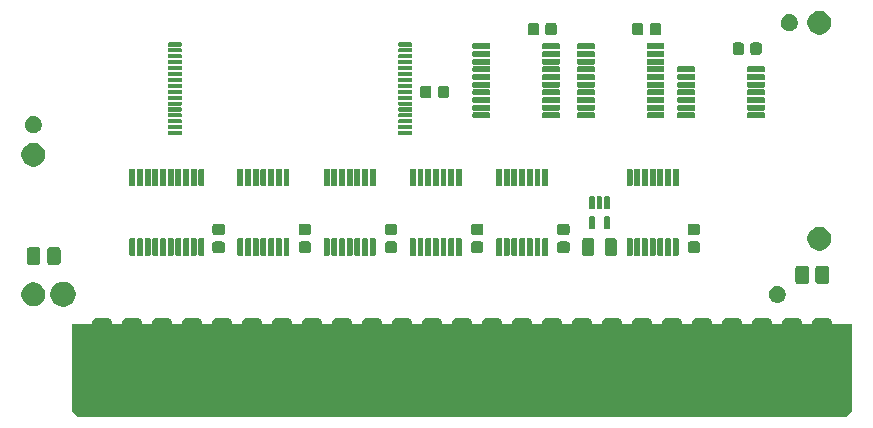
<source format=gts>
G04 #@! TF.GenerationSoftware,KiCad,Pcbnew,(5.1.5-0-10_14)*
G04 #@! TF.CreationDate,2020-09-29T19:44:57-04:00*
G04 #@! TF.ProjectId,RAM128,52414d31-3238-42e6-9b69-6361645f7063,rev?*
G04 #@! TF.SameCoordinates,Original*
G04 #@! TF.FileFunction,Soldermask,Top*
G04 #@! TF.FilePolarity,Negative*
%FSLAX46Y46*%
G04 Gerber Fmt 4.6, Leading zero omitted, Abs format (unit mm)*
G04 Created by KiCad (PCBNEW (5.1.5-0-10_14)) date 2020-09-29 19:44:57*
%MOMM*%
%LPD*%
G04 APERTURE LIST*
%ADD10C,0.100000*%
G04 APERTURE END LIST*
D10*
G36*
X139700000Y-139446000D02*
G01*
X139192000Y-139954000D01*
X74168000Y-139954000D01*
X73660000Y-139446000D01*
X73660000Y-132080000D01*
X139700000Y-132080000D01*
X139700000Y-139446000D01*
G37*
G36*
X137686355Y-131543544D02*
G01*
X137758967Y-131565570D01*
X137825881Y-131601336D01*
X137884531Y-131649469D01*
X137932664Y-131708119D01*
X137968430Y-131775033D01*
X137990456Y-131847645D01*
X137998200Y-131926267D01*
X137998200Y-138637733D01*
X137990456Y-138716355D01*
X137968430Y-138788967D01*
X137932664Y-138855881D01*
X137884531Y-138914531D01*
X137825881Y-138962664D01*
X137758967Y-138998430D01*
X137686355Y-139020456D01*
X137607733Y-139028200D01*
X136712267Y-139028200D01*
X136633645Y-139020456D01*
X136561033Y-138998430D01*
X136494119Y-138962664D01*
X136435469Y-138914531D01*
X136387336Y-138855881D01*
X136351570Y-138788967D01*
X136329544Y-138716355D01*
X136321800Y-138637733D01*
X136321800Y-131926267D01*
X136329544Y-131847645D01*
X136351570Y-131775033D01*
X136387336Y-131708119D01*
X136435469Y-131649469D01*
X136494119Y-131601336D01*
X136561033Y-131565570D01*
X136633645Y-131543544D01*
X136712267Y-131535800D01*
X137607733Y-131535800D01*
X137686355Y-131543544D01*
G37*
G36*
X135146355Y-131543544D02*
G01*
X135218967Y-131565570D01*
X135285881Y-131601336D01*
X135344531Y-131649469D01*
X135392664Y-131708119D01*
X135428430Y-131775033D01*
X135450456Y-131847645D01*
X135458200Y-131926267D01*
X135458200Y-138637733D01*
X135450456Y-138716355D01*
X135428430Y-138788967D01*
X135392664Y-138855881D01*
X135344531Y-138914531D01*
X135285881Y-138962664D01*
X135218967Y-138998430D01*
X135146355Y-139020456D01*
X135067733Y-139028200D01*
X134172267Y-139028200D01*
X134093645Y-139020456D01*
X134021033Y-138998430D01*
X133954119Y-138962664D01*
X133895469Y-138914531D01*
X133847336Y-138855881D01*
X133811570Y-138788967D01*
X133789544Y-138716355D01*
X133781800Y-138637733D01*
X133781800Y-131926267D01*
X133789544Y-131847645D01*
X133811570Y-131775033D01*
X133847336Y-131708119D01*
X133895469Y-131649469D01*
X133954119Y-131601336D01*
X134021033Y-131565570D01*
X134093645Y-131543544D01*
X134172267Y-131535800D01*
X135067733Y-131535800D01*
X135146355Y-131543544D01*
G37*
G36*
X132606355Y-131543544D02*
G01*
X132678967Y-131565570D01*
X132745881Y-131601336D01*
X132804531Y-131649469D01*
X132852664Y-131708119D01*
X132888430Y-131775033D01*
X132910456Y-131847645D01*
X132918200Y-131926267D01*
X132918200Y-138637733D01*
X132910456Y-138716355D01*
X132888430Y-138788967D01*
X132852664Y-138855881D01*
X132804531Y-138914531D01*
X132745881Y-138962664D01*
X132678967Y-138998430D01*
X132606355Y-139020456D01*
X132527733Y-139028200D01*
X131632267Y-139028200D01*
X131553645Y-139020456D01*
X131481033Y-138998430D01*
X131414119Y-138962664D01*
X131355469Y-138914531D01*
X131307336Y-138855881D01*
X131271570Y-138788967D01*
X131249544Y-138716355D01*
X131241800Y-138637733D01*
X131241800Y-131926267D01*
X131249544Y-131847645D01*
X131271570Y-131775033D01*
X131307336Y-131708119D01*
X131355469Y-131649469D01*
X131414119Y-131601336D01*
X131481033Y-131565570D01*
X131553645Y-131543544D01*
X131632267Y-131535800D01*
X132527733Y-131535800D01*
X132606355Y-131543544D01*
G37*
G36*
X130066355Y-131543544D02*
G01*
X130138967Y-131565570D01*
X130205881Y-131601336D01*
X130264531Y-131649469D01*
X130312664Y-131708119D01*
X130348430Y-131775033D01*
X130370456Y-131847645D01*
X130378200Y-131926267D01*
X130378200Y-138637733D01*
X130370456Y-138716355D01*
X130348430Y-138788967D01*
X130312664Y-138855881D01*
X130264531Y-138914531D01*
X130205881Y-138962664D01*
X130138967Y-138998430D01*
X130066355Y-139020456D01*
X129987733Y-139028200D01*
X129092267Y-139028200D01*
X129013645Y-139020456D01*
X128941033Y-138998430D01*
X128874119Y-138962664D01*
X128815469Y-138914531D01*
X128767336Y-138855881D01*
X128731570Y-138788967D01*
X128709544Y-138716355D01*
X128701800Y-138637733D01*
X128701800Y-131926267D01*
X128709544Y-131847645D01*
X128731570Y-131775033D01*
X128767336Y-131708119D01*
X128815469Y-131649469D01*
X128874119Y-131601336D01*
X128941033Y-131565570D01*
X129013645Y-131543544D01*
X129092267Y-131535800D01*
X129987733Y-131535800D01*
X130066355Y-131543544D01*
G37*
G36*
X127526355Y-131543544D02*
G01*
X127598967Y-131565570D01*
X127665881Y-131601336D01*
X127724531Y-131649469D01*
X127772664Y-131708119D01*
X127808430Y-131775033D01*
X127830456Y-131847645D01*
X127838200Y-131926267D01*
X127838200Y-138637733D01*
X127830456Y-138716355D01*
X127808430Y-138788967D01*
X127772664Y-138855881D01*
X127724531Y-138914531D01*
X127665881Y-138962664D01*
X127598967Y-138998430D01*
X127526355Y-139020456D01*
X127447733Y-139028200D01*
X126552267Y-139028200D01*
X126473645Y-139020456D01*
X126401033Y-138998430D01*
X126334119Y-138962664D01*
X126275469Y-138914531D01*
X126227336Y-138855881D01*
X126191570Y-138788967D01*
X126169544Y-138716355D01*
X126161800Y-138637733D01*
X126161800Y-131926267D01*
X126169544Y-131847645D01*
X126191570Y-131775033D01*
X126227336Y-131708119D01*
X126275469Y-131649469D01*
X126334119Y-131601336D01*
X126401033Y-131565570D01*
X126473645Y-131543544D01*
X126552267Y-131535800D01*
X127447733Y-131535800D01*
X127526355Y-131543544D01*
G37*
G36*
X124986355Y-131543544D02*
G01*
X125058967Y-131565570D01*
X125125881Y-131601336D01*
X125184531Y-131649469D01*
X125232664Y-131708119D01*
X125268430Y-131775033D01*
X125290456Y-131847645D01*
X125298200Y-131926267D01*
X125298200Y-138637733D01*
X125290456Y-138716355D01*
X125268430Y-138788967D01*
X125232664Y-138855881D01*
X125184531Y-138914531D01*
X125125881Y-138962664D01*
X125058967Y-138998430D01*
X124986355Y-139020456D01*
X124907733Y-139028200D01*
X124012267Y-139028200D01*
X123933645Y-139020456D01*
X123861033Y-138998430D01*
X123794119Y-138962664D01*
X123735469Y-138914531D01*
X123687336Y-138855881D01*
X123651570Y-138788967D01*
X123629544Y-138716355D01*
X123621800Y-138637733D01*
X123621800Y-131926267D01*
X123629544Y-131847645D01*
X123651570Y-131775033D01*
X123687336Y-131708119D01*
X123735469Y-131649469D01*
X123794119Y-131601336D01*
X123861033Y-131565570D01*
X123933645Y-131543544D01*
X124012267Y-131535800D01*
X124907733Y-131535800D01*
X124986355Y-131543544D01*
G37*
G36*
X122446355Y-131543544D02*
G01*
X122518967Y-131565570D01*
X122585881Y-131601336D01*
X122644531Y-131649469D01*
X122692664Y-131708119D01*
X122728430Y-131775033D01*
X122750456Y-131847645D01*
X122758200Y-131926267D01*
X122758200Y-138637733D01*
X122750456Y-138716355D01*
X122728430Y-138788967D01*
X122692664Y-138855881D01*
X122644531Y-138914531D01*
X122585881Y-138962664D01*
X122518967Y-138998430D01*
X122446355Y-139020456D01*
X122367733Y-139028200D01*
X121472267Y-139028200D01*
X121393645Y-139020456D01*
X121321033Y-138998430D01*
X121254119Y-138962664D01*
X121195469Y-138914531D01*
X121147336Y-138855881D01*
X121111570Y-138788967D01*
X121089544Y-138716355D01*
X121081800Y-138637733D01*
X121081800Y-131926267D01*
X121089544Y-131847645D01*
X121111570Y-131775033D01*
X121147336Y-131708119D01*
X121195469Y-131649469D01*
X121254119Y-131601336D01*
X121321033Y-131565570D01*
X121393645Y-131543544D01*
X121472267Y-131535800D01*
X122367733Y-131535800D01*
X122446355Y-131543544D01*
G37*
G36*
X119906355Y-131543544D02*
G01*
X119978967Y-131565570D01*
X120045881Y-131601336D01*
X120104531Y-131649469D01*
X120152664Y-131708119D01*
X120188430Y-131775033D01*
X120210456Y-131847645D01*
X120218200Y-131926267D01*
X120218200Y-138637733D01*
X120210456Y-138716355D01*
X120188430Y-138788967D01*
X120152664Y-138855881D01*
X120104531Y-138914531D01*
X120045881Y-138962664D01*
X119978967Y-138998430D01*
X119906355Y-139020456D01*
X119827733Y-139028200D01*
X118932267Y-139028200D01*
X118853645Y-139020456D01*
X118781033Y-138998430D01*
X118714119Y-138962664D01*
X118655469Y-138914531D01*
X118607336Y-138855881D01*
X118571570Y-138788967D01*
X118549544Y-138716355D01*
X118541800Y-138637733D01*
X118541800Y-131926267D01*
X118549544Y-131847645D01*
X118571570Y-131775033D01*
X118607336Y-131708119D01*
X118655469Y-131649469D01*
X118714119Y-131601336D01*
X118781033Y-131565570D01*
X118853645Y-131543544D01*
X118932267Y-131535800D01*
X119827733Y-131535800D01*
X119906355Y-131543544D01*
G37*
G36*
X117366355Y-131543544D02*
G01*
X117438967Y-131565570D01*
X117505881Y-131601336D01*
X117564531Y-131649469D01*
X117612664Y-131708119D01*
X117648430Y-131775033D01*
X117670456Y-131847645D01*
X117678200Y-131926267D01*
X117678200Y-138637733D01*
X117670456Y-138716355D01*
X117648430Y-138788967D01*
X117612664Y-138855881D01*
X117564531Y-138914531D01*
X117505881Y-138962664D01*
X117438967Y-138998430D01*
X117366355Y-139020456D01*
X117287733Y-139028200D01*
X116392267Y-139028200D01*
X116313645Y-139020456D01*
X116241033Y-138998430D01*
X116174119Y-138962664D01*
X116115469Y-138914531D01*
X116067336Y-138855881D01*
X116031570Y-138788967D01*
X116009544Y-138716355D01*
X116001800Y-138637733D01*
X116001800Y-131926267D01*
X116009544Y-131847645D01*
X116031570Y-131775033D01*
X116067336Y-131708119D01*
X116115469Y-131649469D01*
X116174119Y-131601336D01*
X116241033Y-131565570D01*
X116313645Y-131543544D01*
X116392267Y-131535800D01*
X117287733Y-131535800D01*
X117366355Y-131543544D01*
G37*
G36*
X114826355Y-131543544D02*
G01*
X114898967Y-131565570D01*
X114965881Y-131601336D01*
X115024531Y-131649469D01*
X115072664Y-131708119D01*
X115108430Y-131775033D01*
X115130456Y-131847645D01*
X115138200Y-131926267D01*
X115138200Y-138637733D01*
X115130456Y-138716355D01*
X115108430Y-138788967D01*
X115072664Y-138855881D01*
X115024531Y-138914531D01*
X114965881Y-138962664D01*
X114898967Y-138998430D01*
X114826355Y-139020456D01*
X114747733Y-139028200D01*
X113852267Y-139028200D01*
X113773645Y-139020456D01*
X113701033Y-138998430D01*
X113634119Y-138962664D01*
X113575469Y-138914531D01*
X113527336Y-138855881D01*
X113491570Y-138788967D01*
X113469544Y-138716355D01*
X113461800Y-138637733D01*
X113461800Y-131926267D01*
X113469544Y-131847645D01*
X113491570Y-131775033D01*
X113527336Y-131708119D01*
X113575469Y-131649469D01*
X113634119Y-131601336D01*
X113701033Y-131565570D01*
X113773645Y-131543544D01*
X113852267Y-131535800D01*
X114747733Y-131535800D01*
X114826355Y-131543544D01*
G37*
G36*
X112286355Y-131543544D02*
G01*
X112358967Y-131565570D01*
X112425881Y-131601336D01*
X112484531Y-131649469D01*
X112532664Y-131708119D01*
X112568430Y-131775033D01*
X112590456Y-131847645D01*
X112598200Y-131926267D01*
X112598200Y-138637733D01*
X112590456Y-138716355D01*
X112568430Y-138788967D01*
X112532664Y-138855881D01*
X112484531Y-138914531D01*
X112425881Y-138962664D01*
X112358967Y-138998430D01*
X112286355Y-139020456D01*
X112207733Y-139028200D01*
X111312267Y-139028200D01*
X111233645Y-139020456D01*
X111161033Y-138998430D01*
X111094119Y-138962664D01*
X111035469Y-138914531D01*
X110987336Y-138855881D01*
X110951570Y-138788967D01*
X110929544Y-138716355D01*
X110921800Y-138637733D01*
X110921800Y-131926267D01*
X110929544Y-131847645D01*
X110951570Y-131775033D01*
X110987336Y-131708119D01*
X111035469Y-131649469D01*
X111094119Y-131601336D01*
X111161033Y-131565570D01*
X111233645Y-131543544D01*
X111312267Y-131535800D01*
X112207733Y-131535800D01*
X112286355Y-131543544D01*
G37*
G36*
X109746355Y-131543544D02*
G01*
X109818967Y-131565570D01*
X109885881Y-131601336D01*
X109944531Y-131649469D01*
X109992664Y-131708119D01*
X110028430Y-131775033D01*
X110050456Y-131847645D01*
X110058200Y-131926267D01*
X110058200Y-138637733D01*
X110050456Y-138716355D01*
X110028430Y-138788967D01*
X109992664Y-138855881D01*
X109944531Y-138914531D01*
X109885881Y-138962664D01*
X109818967Y-138998430D01*
X109746355Y-139020456D01*
X109667733Y-139028200D01*
X108772267Y-139028200D01*
X108693645Y-139020456D01*
X108621033Y-138998430D01*
X108554119Y-138962664D01*
X108495469Y-138914531D01*
X108447336Y-138855881D01*
X108411570Y-138788967D01*
X108389544Y-138716355D01*
X108381800Y-138637733D01*
X108381800Y-131926267D01*
X108389544Y-131847645D01*
X108411570Y-131775033D01*
X108447336Y-131708119D01*
X108495469Y-131649469D01*
X108554119Y-131601336D01*
X108621033Y-131565570D01*
X108693645Y-131543544D01*
X108772267Y-131535800D01*
X109667733Y-131535800D01*
X109746355Y-131543544D01*
G37*
G36*
X107206355Y-131543544D02*
G01*
X107278967Y-131565570D01*
X107345881Y-131601336D01*
X107404531Y-131649469D01*
X107452664Y-131708119D01*
X107488430Y-131775033D01*
X107510456Y-131847645D01*
X107518200Y-131926267D01*
X107518200Y-138637733D01*
X107510456Y-138716355D01*
X107488430Y-138788967D01*
X107452664Y-138855881D01*
X107404531Y-138914531D01*
X107345881Y-138962664D01*
X107278967Y-138998430D01*
X107206355Y-139020456D01*
X107127733Y-139028200D01*
X106232267Y-139028200D01*
X106153645Y-139020456D01*
X106081033Y-138998430D01*
X106014119Y-138962664D01*
X105955469Y-138914531D01*
X105907336Y-138855881D01*
X105871570Y-138788967D01*
X105849544Y-138716355D01*
X105841800Y-138637733D01*
X105841800Y-131926267D01*
X105849544Y-131847645D01*
X105871570Y-131775033D01*
X105907336Y-131708119D01*
X105955469Y-131649469D01*
X106014119Y-131601336D01*
X106081033Y-131565570D01*
X106153645Y-131543544D01*
X106232267Y-131535800D01*
X107127733Y-131535800D01*
X107206355Y-131543544D01*
G37*
G36*
X104666355Y-131543544D02*
G01*
X104738967Y-131565570D01*
X104805881Y-131601336D01*
X104864531Y-131649469D01*
X104912664Y-131708119D01*
X104948430Y-131775033D01*
X104970456Y-131847645D01*
X104978200Y-131926267D01*
X104978200Y-138637733D01*
X104970456Y-138716355D01*
X104948430Y-138788967D01*
X104912664Y-138855881D01*
X104864531Y-138914531D01*
X104805881Y-138962664D01*
X104738967Y-138998430D01*
X104666355Y-139020456D01*
X104587733Y-139028200D01*
X103692267Y-139028200D01*
X103613645Y-139020456D01*
X103541033Y-138998430D01*
X103474119Y-138962664D01*
X103415469Y-138914531D01*
X103367336Y-138855881D01*
X103331570Y-138788967D01*
X103309544Y-138716355D01*
X103301800Y-138637733D01*
X103301800Y-131926267D01*
X103309544Y-131847645D01*
X103331570Y-131775033D01*
X103367336Y-131708119D01*
X103415469Y-131649469D01*
X103474119Y-131601336D01*
X103541033Y-131565570D01*
X103613645Y-131543544D01*
X103692267Y-131535800D01*
X104587733Y-131535800D01*
X104666355Y-131543544D01*
G37*
G36*
X102126355Y-131543544D02*
G01*
X102198967Y-131565570D01*
X102265881Y-131601336D01*
X102324531Y-131649469D01*
X102372664Y-131708119D01*
X102408430Y-131775033D01*
X102430456Y-131847645D01*
X102438200Y-131926267D01*
X102438200Y-138637733D01*
X102430456Y-138716355D01*
X102408430Y-138788967D01*
X102372664Y-138855881D01*
X102324531Y-138914531D01*
X102265881Y-138962664D01*
X102198967Y-138998430D01*
X102126355Y-139020456D01*
X102047733Y-139028200D01*
X101152267Y-139028200D01*
X101073645Y-139020456D01*
X101001033Y-138998430D01*
X100934119Y-138962664D01*
X100875469Y-138914531D01*
X100827336Y-138855881D01*
X100791570Y-138788967D01*
X100769544Y-138716355D01*
X100761800Y-138637733D01*
X100761800Y-131926267D01*
X100769544Y-131847645D01*
X100791570Y-131775033D01*
X100827336Y-131708119D01*
X100875469Y-131649469D01*
X100934119Y-131601336D01*
X101001033Y-131565570D01*
X101073645Y-131543544D01*
X101152267Y-131535800D01*
X102047733Y-131535800D01*
X102126355Y-131543544D01*
G37*
G36*
X99586355Y-131543544D02*
G01*
X99658967Y-131565570D01*
X99725881Y-131601336D01*
X99784531Y-131649469D01*
X99832664Y-131708119D01*
X99868430Y-131775033D01*
X99890456Y-131847645D01*
X99898200Y-131926267D01*
X99898200Y-138637733D01*
X99890456Y-138716355D01*
X99868430Y-138788967D01*
X99832664Y-138855881D01*
X99784531Y-138914531D01*
X99725881Y-138962664D01*
X99658967Y-138998430D01*
X99586355Y-139020456D01*
X99507733Y-139028200D01*
X98612267Y-139028200D01*
X98533645Y-139020456D01*
X98461033Y-138998430D01*
X98394119Y-138962664D01*
X98335469Y-138914531D01*
X98287336Y-138855881D01*
X98251570Y-138788967D01*
X98229544Y-138716355D01*
X98221800Y-138637733D01*
X98221800Y-131926267D01*
X98229544Y-131847645D01*
X98251570Y-131775033D01*
X98287336Y-131708119D01*
X98335469Y-131649469D01*
X98394119Y-131601336D01*
X98461033Y-131565570D01*
X98533645Y-131543544D01*
X98612267Y-131535800D01*
X99507733Y-131535800D01*
X99586355Y-131543544D01*
G37*
G36*
X97046355Y-131543544D02*
G01*
X97118967Y-131565570D01*
X97185881Y-131601336D01*
X97244531Y-131649469D01*
X97292664Y-131708119D01*
X97328430Y-131775033D01*
X97350456Y-131847645D01*
X97358200Y-131926267D01*
X97358200Y-138637733D01*
X97350456Y-138716355D01*
X97328430Y-138788967D01*
X97292664Y-138855881D01*
X97244531Y-138914531D01*
X97185881Y-138962664D01*
X97118967Y-138998430D01*
X97046355Y-139020456D01*
X96967733Y-139028200D01*
X96072267Y-139028200D01*
X95993645Y-139020456D01*
X95921033Y-138998430D01*
X95854119Y-138962664D01*
X95795469Y-138914531D01*
X95747336Y-138855881D01*
X95711570Y-138788967D01*
X95689544Y-138716355D01*
X95681800Y-138637733D01*
X95681800Y-131926267D01*
X95689544Y-131847645D01*
X95711570Y-131775033D01*
X95747336Y-131708119D01*
X95795469Y-131649469D01*
X95854119Y-131601336D01*
X95921033Y-131565570D01*
X95993645Y-131543544D01*
X96072267Y-131535800D01*
X96967733Y-131535800D01*
X97046355Y-131543544D01*
G37*
G36*
X94506355Y-131543544D02*
G01*
X94578967Y-131565570D01*
X94645881Y-131601336D01*
X94704531Y-131649469D01*
X94752664Y-131708119D01*
X94788430Y-131775033D01*
X94810456Y-131847645D01*
X94818200Y-131926267D01*
X94818200Y-138637733D01*
X94810456Y-138716355D01*
X94788430Y-138788967D01*
X94752664Y-138855881D01*
X94704531Y-138914531D01*
X94645881Y-138962664D01*
X94578967Y-138998430D01*
X94506355Y-139020456D01*
X94427733Y-139028200D01*
X93532267Y-139028200D01*
X93453645Y-139020456D01*
X93381033Y-138998430D01*
X93314119Y-138962664D01*
X93255469Y-138914531D01*
X93207336Y-138855881D01*
X93171570Y-138788967D01*
X93149544Y-138716355D01*
X93141800Y-138637733D01*
X93141800Y-131926267D01*
X93149544Y-131847645D01*
X93171570Y-131775033D01*
X93207336Y-131708119D01*
X93255469Y-131649469D01*
X93314119Y-131601336D01*
X93381033Y-131565570D01*
X93453645Y-131543544D01*
X93532267Y-131535800D01*
X94427733Y-131535800D01*
X94506355Y-131543544D01*
G37*
G36*
X91966355Y-131543544D02*
G01*
X92038967Y-131565570D01*
X92105881Y-131601336D01*
X92164531Y-131649469D01*
X92212664Y-131708119D01*
X92248430Y-131775033D01*
X92270456Y-131847645D01*
X92278200Y-131926267D01*
X92278200Y-138637733D01*
X92270456Y-138716355D01*
X92248430Y-138788967D01*
X92212664Y-138855881D01*
X92164531Y-138914531D01*
X92105881Y-138962664D01*
X92038967Y-138998430D01*
X91966355Y-139020456D01*
X91887733Y-139028200D01*
X90992267Y-139028200D01*
X90913645Y-139020456D01*
X90841033Y-138998430D01*
X90774119Y-138962664D01*
X90715469Y-138914531D01*
X90667336Y-138855881D01*
X90631570Y-138788967D01*
X90609544Y-138716355D01*
X90601800Y-138637733D01*
X90601800Y-131926267D01*
X90609544Y-131847645D01*
X90631570Y-131775033D01*
X90667336Y-131708119D01*
X90715469Y-131649469D01*
X90774119Y-131601336D01*
X90841033Y-131565570D01*
X90913645Y-131543544D01*
X90992267Y-131535800D01*
X91887733Y-131535800D01*
X91966355Y-131543544D01*
G37*
G36*
X89426355Y-131543544D02*
G01*
X89498967Y-131565570D01*
X89565881Y-131601336D01*
X89624531Y-131649469D01*
X89672664Y-131708119D01*
X89708430Y-131775033D01*
X89730456Y-131847645D01*
X89738200Y-131926267D01*
X89738200Y-138637733D01*
X89730456Y-138716355D01*
X89708430Y-138788967D01*
X89672664Y-138855881D01*
X89624531Y-138914531D01*
X89565881Y-138962664D01*
X89498967Y-138998430D01*
X89426355Y-139020456D01*
X89347733Y-139028200D01*
X88452267Y-139028200D01*
X88373645Y-139020456D01*
X88301033Y-138998430D01*
X88234119Y-138962664D01*
X88175469Y-138914531D01*
X88127336Y-138855881D01*
X88091570Y-138788967D01*
X88069544Y-138716355D01*
X88061800Y-138637733D01*
X88061800Y-131926267D01*
X88069544Y-131847645D01*
X88091570Y-131775033D01*
X88127336Y-131708119D01*
X88175469Y-131649469D01*
X88234119Y-131601336D01*
X88301033Y-131565570D01*
X88373645Y-131543544D01*
X88452267Y-131535800D01*
X89347733Y-131535800D01*
X89426355Y-131543544D01*
G37*
G36*
X86886355Y-131543544D02*
G01*
X86958967Y-131565570D01*
X87025881Y-131601336D01*
X87084531Y-131649469D01*
X87132664Y-131708119D01*
X87168430Y-131775033D01*
X87190456Y-131847645D01*
X87198200Y-131926267D01*
X87198200Y-138637733D01*
X87190456Y-138716355D01*
X87168430Y-138788967D01*
X87132664Y-138855881D01*
X87084531Y-138914531D01*
X87025881Y-138962664D01*
X86958967Y-138998430D01*
X86886355Y-139020456D01*
X86807733Y-139028200D01*
X85912267Y-139028200D01*
X85833645Y-139020456D01*
X85761033Y-138998430D01*
X85694119Y-138962664D01*
X85635469Y-138914531D01*
X85587336Y-138855881D01*
X85551570Y-138788967D01*
X85529544Y-138716355D01*
X85521800Y-138637733D01*
X85521800Y-131926267D01*
X85529544Y-131847645D01*
X85551570Y-131775033D01*
X85587336Y-131708119D01*
X85635469Y-131649469D01*
X85694119Y-131601336D01*
X85761033Y-131565570D01*
X85833645Y-131543544D01*
X85912267Y-131535800D01*
X86807733Y-131535800D01*
X86886355Y-131543544D01*
G37*
G36*
X84346355Y-131543544D02*
G01*
X84418967Y-131565570D01*
X84485881Y-131601336D01*
X84544531Y-131649469D01*
X84592664Y-131708119D01*
X84628430Y-131775033D01*
X84650456Y-131847645D01*
X84658200Y-131926267D01*
X84658200Y-138637733D01*
X84650456Y-138716355D01*
X84628430Y-138788967D01*
X84592664Y-138855881D01*
X84544531Y-138914531D01*
X84485881Y-138962664D01*
X84418967Y-138998430D01*
X84346355Y-139020456D01*
X84267733Y-139028200D01*
X83372267Y-139028200D01*
X83293645Y-139020456D01*
X83221033Y-138998430D01*
X83154119Y-138962664D01*
X83095469Y-138914531D01*
X83047336Y-138855881D01*
X83011570Y-138788967D01*
X82989544Y-138716355D01*
X82981800Y-138637733D01*
X82981800Y-131926267D01*
X82989544Y-131847645D01*
X83011570Y-131775033D01*
X83047336Y-131708119D01*
X83095469Y-131649469D01*
X83154119Y-131601336D01*
X83221033Y-131565570D01*
X83293645Y-131543544D01*
X83372267Y-131535800D01*
X84267733Y-131535800D01*
X84346355Y-131543544D01*
G37*
G36*
X81806355Y-131543544D02*
G01*
X81878967Y-131565570D01*
X81945881Y-131601336D01*
X82004531Y-131649469D01*
X82052664Y-131708119D01*
X82088430Y-131775033D01*
X82110456Y-131847645D01*
X82118200Y-131926267D01*
X82118200Y-138637733D01*
X82110456Y-138716355D01*
X82088430Y-138788967D01*
X82052664Y-138855881D01*
X82004531Y-138914531D01*
X81945881Y-138962664D01*
X81878967Y-138998430D01*
X81806355Y-139020456D01*
X81727733Y-139028200D01*
X80832267Y-139028200D01*
X80753645Y-139020456D01*
X80681033Y-138998430D01*
X80614119Y-138962664D01*
X80555469Y-138914531D01*
X80507336Y-138855881D01*
X80471570Y-138788967D01*
X80449544Y-138716355D01*
X80441800Y-138637733D01*
X80441800Y-131926267D01*
X80449544Y-131847645D01*
X80471570Y-131775033D01*
X80507336Y-131708119D01*
X80555469Y-131649469D01*
X80614119Y-131601336D01*
X80681033Y-131565570D01*
X80753645Y-131543544D01*
X80832267Y-131535800D01*
X81727733Y-131535800D01*
X81806355Y-131543544D01*
G37*
G36*
X79266355Y-131543544D02*
G01*
X79338967Y-131565570D01*
X79405881Y-131601336D01*
X79464531Y-131649469D01*
X79512664Y-131708119D01*
X79548430Y-131775033D01*
X79570456Y-131847645D01*
X79578200Y-131926267D01*
X79578200Y-138637733D01*
X79570456Y-138716355D01*
X79548430Y-138788967D01*
X79512664Y-138855881D01*
X79464531Y-138914531D01*
X79405881Y-138962664D01*
X79338967Y-138998430D01*
X79266355Y-139020456D01*
X79187733Y-139028200D01*
X78292267Y-139028200D01*
X78213645Y-139020456D01*
X78141033Y-138998430D01*
X78074119Y-138962664D01*
X78015469Y-138914531D01*
X77967336Y-138855881D01*
X77931570Y-138788967D01*
X77909544Y-138716355D01*
X77901800Y-138637733D01*
X77901800Y-131926267D01*
X77909544Y-131847645D01*
X77931570Y-131775033D01*
X77967336Y-131708119D01*
X78015469Y-131649469D01*
X78074119Y-131601336D01*
X78141033Y-131565570D01*
X78213645Y-131543544D01*
X78292267Y-131535800D01*
X79187733Y-131535800D01*
X79266355Y-131543544D01*
G37*
G36*
X76726355Y-131543544D02*
G01*
X76798967Y-131565570D01*
X76865881Y-131601336D01*
X76924531Y-131649469D01*
X76972664Y-131708119D01*
X77008430Y-131775033D01*
X77030456Y-131847645D01*
X77038200Y-131926267D01*
X77038200Y-138637733D01*
X77030456Y-138716355D01*
X77008430Y-138788967D01*
X76972664Y-138855881D01*
X76924531Y-138914531D01*
X76865881Y-138962664D01*
X76798967Y-138998430D01*
X76726355Y-139020456D01*
X76647733Y-139028200D01*
X75752267Y-139028200D01*
X75673645Y-139020456D01*
X75601033Y-138998430D01*
X75534119Y-138962664D01*
X75475469Y-138914531D01*
X75427336Y-138855881D01*
X75391570Y-138788967D01*
X75369544Y-138716355D01*
X75361800Y-138637733D01*
X75361800Y-131926267D01*
X75369544Y-131847645D01*
X75391570Y-131775033D01*
X75427336Y-131708119D01*
X75475469Y-131649469D01*
X75534119Y-131601336D01*
X75601033Y-131565570D01*
X75673645Y-131543544D01*
X75752267Y-131535800D01*
X76647733Y-131535800D01*
X76726355Y-131543544D01*
G37*
G36*
X73211914Y-128505157D02*
G01*
X73407777Y-128586286D01*
X73584033Y-128704057D01*
X73733943Y-128853967D01*
X73851714Y-129030223D01*
X73932843Y-129226086D01*
X73974200Y-129434004D01*
X73974200Y-129645996D01*
X73932843Y-129853914D01*
X73851714Y-130049777D01*
X73733943Y-130226033D01*
X73584033Y-130375943D01*
X73407777Y-130493714D01*
X73211914Y-130574843D01*
X73003996Y-130616200D01*
X72792004Y-130616200D01*
X72584086Y-130574843D01*
X72388223Y-130493714D01*
X72211967Y-130375943D01*
X72062057Y-130226033D01*
X71944286Y-130049777D01*
X71863157Y-129853914D01*
X71821800Y-129645996D01*
X71821800Y-129434004D01*
X71863157Y-129226086D01*
X71944286Y-129030223D01*
X72062057Y-128853967D01*
X72211967Y-128704057D01*
X72388223Y-128586286D01*
X72584086Y-128505157D01*
X72792004Y-128463800D01*
X73003996Y-128463800D01*
X73211914Y-128505157D01*
G37*
G36*
X70649692Y-128578429D02*
G01*
X70831679Y-128653811D01*
X70995458Y-128763245D01*
X70995460Y-128763247D01*
X70995463Y-128763249D01*
X71134751Y-128902537D01*
X71134753Y-128902540D01*
X71134755Y-128902542D01*
X71244189Y-129066321D01*
X71319571Y-129248308D01*
X71358000Y-129441509D01*
X71358000Y-129638491D01*
X71319571Y-129831692D01*
X71244189Y-130013679D01*
X71134755Y-130177458D01*
X71134753Y-130177460D01*
X71134751Y-130177463D01*
X70995463Y-130316751D01*
X70995460Y-130316753D01*
X70995458Y-130316755D01*
X70831679Y-130426189D01*
X70649692Y-130501571D01*
X70456491Y-130540000D01*
X70259509Y-130540000D01*
X70066308Y-130501571D01*
X69884321Y-130426189D01*
X69720542Y-130316755D01*
X69720540Y-130316753D01*
X69720537Y-130316751D01*
X69581249Y-130177463D01*
X69581247Y-130177460D01*
X69581245Y-130177458D01*
X69471811Y-130013679D01*
X69396429Y-129831692D01*
X69358000Y-129638491D01*
X69358000Y-129441509D01*
X69396429Y-129248308D01*
X69471811Y-129066321D01*
X69581245Y-128902542D01*
X69581247Y-128902540D01*
X69581249Y-128902537D01*
X69720537Y-128763249D01*
X69720540Y-128763247D01*
X69720542Y-128763245D01*
X69884321Y-128653811D01*
X70066308Y-128578429D01*
X70259509Y-128540000D01*
X70456491Y-128540000D01*
X70649692Y-128578429D01*
G37*
G36*
X133467933Y-128825274D02*
G01*
X133561185Y-128843823D01*
X133692939Y-128898398D01*
X133692940Y-128898399D01*
X133692943Y-128898400D01*
X133811523Y-128977633D01*
X133912367Y-129078477D01*
X133991600Y-129197057D01*
X133991601Y-129197060D01*
X133991602Y-129197061D01*
X134046177Y-129328815D01*
X134074000Y-129468693D01*
X134074000Y-129611307D01*
X134046177Y-129751185D01*
X133991602Y-129882939D01*
X133991600Y-129882943D01*
X133912367Y-130001523D01*
X133811523Y-130102367D01*
X133692943Y-130181600D01*
X133692940Y-130181601D01*
X133692939Y-130181602D01*
X133561185Y-130236177D01*
X133467933Y-130254726D01*
X133421308Y-130264000D01*
X133278692Y-130264000D01*
X133232067Y-130254726D01*
X133138815Y-130236177D01*
X133007061Y-130181602D01*
X133007060Y-130181601D01*
X133007057Y-130181600D01*
X132888477Y-130102367D01*
X132787633Y-130001523D01*
X132708400Y-129882943D01*
X132708398Y-129882939D01*
X132653823Y-129751185D01*
X132626000Y-129611307D01*
X132626000Y-129468693D01*
X132653823Y-129328815D01*
X132708398Y-129197061D01*
X132708399Y-129197060D01*
X132708400Y-129197057D01*
X132787633Y-129078477D01*
X132888477Y-128977633D01*
X133007057Y-128898400D01*
X133007060Y-128898399D01*
X133007061Y-128898398D01*
X133138815Y-128843823D01*
X133232067Y-128825274D01*
X133278692Y-128816000D01*
X133421308Y-128816000D01*
X133467933Y-128825274D01*
G37*
G36*
X135844737Y-127118267D02*
G01*
X135895119Y-127133550D01*
X135941546Y-127158366D01*
X135982239Y-127191761D01*
X136015634Y-127232454D01*
X136040450Y-127278881D01*
X136055733Y-127329263D01*
X136061200Y-127384767D01*
X136061200Y-128393233D01*
X136055733Y-128448737D01*
X136040450Y-128499119D01*
X136015634Y-128545546D01*
X135982239Y-128586239D01*
X135941546Y-128619634D01*
X135895119Y-128644450D01*
X135844737Y-128659733D01*
X135789233Y-128665200D01*
X135130767Y-128665200D01*
X135075263Y-128659733D01*
X135024881Y-128644450D01*
X134978454Y-128619634D01*
X134937761Y-128586239D01*
X134904366Y-128545546D01*
X134879550Y-128499119D01*
X134864267Y-128448737D01*
X134858800Y-128393233D01*
X134858800Y-127384767D01*
X134864267Y-127329263D01*
X134879550Y-127278881D01*
X134904366Y-127232454D01*
X134937761Y-127191761D01*
X134978454Y-127158366D01*
X135024881Y-127133550D01*
X135075263Y-127118267D01*
X135130767Y-127112800D01*
X135789233Y-127112800D01*
X135844737Y-127118267D01*
G37*
G36*
X137544737Y-127118267D02*
G01*
X137595119Y-127133550D01*
X137641546Y-127158366D01*
X137682239Y-127191761D01*
X137715634Y-127232454D01*
X137740450Y-127278881D01*
X137755733Y-127329263D01*
X137761200Y-127384767D01*
X137761200Y-128393233D01*
X137755733Y-128448737D01*
X137740450Y-128499119D01*
X137715634Y-128545546D01*
X137682239Y-128586239D01*
X137641546Y-128619634D01*
X137595119Y-128644450D01*
X137544737Y-128659733D01*
X137489233Y-128665200D01*
X136830767Y-128665200D01*
X136775263Y-128659733D01*
X136724881Y-128644450D01*
X136678454Y-128619634D01*
X136637761Y-128586239D01*
X136604366Y-128545546D01*
X136579550Y-128499119D01*
X136564267Y-128448737D01*
X136558800Y-128393233D01*
X136558800Y-127384767D01*
X136564267Y-127329263D01*
X136579550Y-127278881D01*
X136604366Y-127232454D01*
X136637761Y-127191761D01*
X136678454Y-127158366D01*
X136724881Y-127133550D01*
X136775263Y-127118267D01*
X136830767Y-127112800D01*
X137489233Y-127112800D01*
X137544737Y-127118267D01*
G37*
G36*
X70769082Y-125555215D02*
G01*
X70817006Y-125569752D01*
X70861168Y-125593357D01*
X70899876Y-125625124D01*
X70931643Y-125663832D01*
X70955248Y-125707994D01*
X70969785Y-125755918D01*
X70975000Y-125808867D01*
X70975000Y-126791133D01*
X70969785Y-126844082D01*
X70955248Y-126892006D01*
X70931643Y-126936168D01*
X70899876Y-126974876D01*
X70861168Y-127006643D01*
X70817006Y-127030248D01*
X70769082Y-127044785D01*
X70716133Y-127050000D01*
X70083867Y-127050000D01*
X70030918Y-127044785D01*
X69982994Y-127030248D01*
X69938832Y-127006643D01*
X69900124Y-126974876D01*
X69868357Y-126936168D01*
X69844752Y-126892006D01*
X69830215Y-126844082D01*
X69825000Y-126791133D01*
X69825000Y-125808867D01*
X69830215Y-125755918D01*
X69844752Y-125707994D01*
X69868357Y-125663832D01*
X69900124Y-125625124D01*
X69938832Y-125593357D01*
X69982994Y-125569752D01*
X70030918Y-125555215D01*
X70083867Y-125550000D01*
X70716133Y-125550000D01*
X70769082Y-125555215D01*
G37*
G36*
X72469082Y-125555215D02*
G01*
X72517006Y-125569752D01*
X72561168Y-125593357D01*
X72599876Y-125625124D01*
X72631643Y-125663832D01*
X72655248Y-125707994D01*
X72669785Y-125755918D01*
X72675000Y-125808867D01*
X72675000Y-126791133D01*
X72669785Y-126844082D01*
X72655248Y-126892006D01*
X72631643Y-126936168D01*
X72599876Y-126974876D01*
X72561168Y-127006643D01*
X72517006Y-127030248D01*
X72469082Y-127044785D01*
X72416133Y-127050000D01*
X71783867Y-127050000D01*
X71730918Y-127044785D01*
X71682994Y-127030248D01*
X71638832Y-127006643D01*
X71600124Y-126974876D01*
X71568357Y-126936168D01*
X71544752Y-126892006D01*
X71530215Y-126844082D01*
X71525000Y-126791133D01*
X71525000Y-125808867D01*
X71530215Y-125755918D01*
X71544752Y-125707994D01*
X71568357Y-125663832D01*
X71600124Y-125625124D01*
X71638832Y-125593357D01*
X71682994Y-125569752D01*
X71730918Y-125555215D01*
X71783867Y-125550000D01*
X72416133Y-125550000D01*
X72469082Y-125555215D01*
G37*
G36*
X119574986Y-124778306D02*
G01*
X119615980Y-124790742D01*
X119653767Y-124810939D01*
X119686883Y-124838117D01*
X119714061Y-124871233D01*
X119734258Y-124909020D01*
X119746694Y-124950014D01*
X119751200Y-124995767D01*
X119751200Y-126104233D01*
X119746694Y-126149986D01*
X119734258Y-126190980D01*
X119714061Y-126228767D01*
X119686883Y-126261883D01*
X119653767Y-126289061D01*
X119615980Y-126309258D01*
X119574986Y-126321694D01*
X119529233Y-126326200D01*
X118970767Y-126326200D01*
X118925014Y-126321694D01*
X118884020Y-126309258D01*
X118846233Y-126289061D01*
X118813117Y-126261883D01*
X118785939Y-126228767D01*
X118765742Y-126190980D01*
X118753306Y-126149986D01*
X118748800Y-126104233D01*
X118748800Y-124995767D01*
X118753306Y-124950014D01*
X118765742Y-124909020D01*
X118785939Y-124871233D01*
X118813117Y-124838117D01*
X118846233Y-124810939D01*
X118884020Y-124790742D01*
X118925014Y-124778306D01*
X118970767Y-124773800D01*
X119529233Y-124773800D01*
X119574986Y-124778306D01*
G37*
G36*
X117674986Y-124778306D02*
G01*
X117715980Y-124790742D01*
X117753767Y-124810939D01*
X117786883Y-124838117D01*
X117814061Y-124871233D01*
X117834258Y-124909020D01*
X117846694Y-124950014D01*
X117851200Y-124995767D01*
X117851200Y-126104233D01*
X117846694Y-126149986D01*
X117834258Y-126190980D01*
X117814061Y-126228767D01*
X117786883Y-126261883D01*
X117753767Y-126289061D01*
X117715980Y-126309258D01*
X117674986Y-126321694D01*
X117629233Y-126326200D01*
X117070767Y-126326200D01*
X117025014Y-126321694D01*
X116984020Y-126309258D01*
X116946233Y-126289061D01*
X116913117Y-126261883D01*
X116885939Y-126228767D01*
X116865742Y-126190980D01*
X116853306Y-126149986D01*
X116848800Y-126104233D01*
X116848800Y-124995767D01*
X116853306Y-124950014D01*
X116865742Y-124909020D01*
X116885939Y-124871233D01*
X116913117Y-124838117D01*
X116946233Y-124810939D01*
X116984020Y-124790742D01*
X117025014Y-124778306D01*
X117070767Y-124773800D01*
X117629233Y-124773800D01*
X117674986Y-124778306D01*
G37*
G36*
X88074285Y-124803083D02*
G01*
X88091623Y-124808343D01*
X88107611Y-124816889D01*
X88121617Y-124828383D01*
X88133111Y-124842389D01*
X88141657Y-124858377D01*
X88146917Y-124875715D01*
X88149000Y-124896866D01*
X88149000Y-126203134D01*
X88146917Y-126224285D01*
X88141657Y-126241623D01*
X88133111Y-126257611D01*
X88121617Y-126271617D01*
X88107611Y-126283111D01*
X88091623Y-126291657D01*
X88074285Y-126296917D01*
X88053134Y-126299000D01*
X87746866Y-126299000D01*
X87725715Y-126296917D01*
X87708377Y-126291657D01*
X87692389Y-126283111D01*
X87678383Y-126271617D01*
X87666889Y-126257611D01*
X87658343Y-126241623D01*
X87653083Y-126224285D01*
X87651000Y-126203134D01*
X87651000Y-124896866D01*
X87653083Y-124875715D01*
X87658343Y-124858377D01*
X87666889Y-124842389D01*
X87678383Y-124828383D01*
X87692389Y-124816889D01*
X87708377Y-124808343D01*
X87725715Y-124803083D01*
X87746866Y-124801000D01*
X88053134Y-124801000D01*
X88074285Y-124803083D01*
G37*
G36*
X84774285Y-124803083D02*
G01*
X84791623Y-124808343D01*
X84807611Y-124816889D01*
X84821617Y-124828383D01*
X84833111Y-124842389D01*
X84841657Y-124858377D01*
X84846917Y-124875715D01*
X84849000Y-124896866D01*
X84849000Y-126203134D01*
X84846917Y-126224285D01*
X84841657Y-126241623D01*
X84833111Y-126257611D01*
X84821617Y-126271617D01*
X84807611Y-126283111D01*
X84791623Y-126291657D01*
X84774285Y-126296917D01*
X84753134Y-126299000D01*
X84446866Y-126299000D01*
X84425715Y-126296917D01*
X84408377Y-126291657D01*
X84392389Y-126283111D01*
X84378383Y-126271617D01*
X84366889Y-126257611D01*
X84358343Y-126241623D01*
X84353083Y-126224285D01*
X84351000Y-126203134D01*
X84351000Y-124896866D01*
X84353083Y-124875715D01*
X84358343Y-124858377D01*
X84366889Y-124842389D01*
X84378383Y-124828383D01*
X84392389Y-124816889D01*
X84408377Y-124808343D01*
X84425715Y-124803083D01*
X84446866Y-124801000D01*
X84753134Y-124801000D01*
X84774285Y-124803083D01*
G37*
G36*
X84124285Y-124803083D02*
G01*
X84141623Y-124808343D01*
X84157611Y-124816889D01*
X84171617Y-124828383D01*
X84183111Y-124842389D01*
X84191657Y-124858377D01*
X84196917Y-124875715D01*
X84199000Y-124896866D01*
X84199000Y-126203134D01*
X84196917Y-126224285D01*
X84191657Y-126241623D01*
X84183111Y-126257611D01*
X84171617Y-126271617D01*
X84157611Y-126283111D01*
X84141623Y-126291657D01*
X84124285Y-126296917D01*
X84103134Y-126299000D01*
X83796866Y-126299000D01*
X83775715Y-126296917D01*
X83758377Y-126291657D01*
X83742389Y-126283111D01*
X83728383Y-126271617D01*
X83716889Y-126257611D01*
X83708343Y-126241623D01*
X83703083Y-126224285D01*
X83701000Y-126203134D01*
X83701000Y-124896866D01*
X83703083Y-124875715D01*
X83708343Y-124858377D01*
X83716889Y-124842389D01*
X83728383Y-124828383D01*
X83742389Y-124816889D01*
X83758377Y-124808343D01*
X83775715Y-124803083D01*
X83796866Y-124801000D01*
X84103134Y-124801000D01*
X84124285Y-124803083D01*
G37*
G36*
X83474285Y-124803083D02*
G01*
X83491623Y-124808343D01*
X83507611Y-124816889D01*
X83521617Y-124828383D01*
X83533111Y-124842389D01*
X83541657Y-124858377D01*
X83546917Y-124875715D01*
X83549000Y-124896866D01*
X83549000Y-126203134D01*
X83546917Y-126224285D01*
X83541657Y-126241623D01*
X83533111Y-126257611D01*
X83521617Y-126271617D01*
X83507611Y-126283111D01*
X83491623Y-126291657D01*
X83474285Y-126296917D01*
X83453134Y-126299000D01*
X83146866Y-126299000D01*
X83125715Y-126296917D01*
X83108377Y-126291657D01*
X83092389Y-126283111D01*
X83078383Y-126271617D01*
X83066889Y-126257611D01*
X83058343Y-126241623D01*
X83053083Y-126224285D01*
X83051000Y-126203134D01*
X83051000Y-124896866D01*
X83053083Y-124875715D01*
X83058343Y-124858377D01*
X83066889Y-124842389D01*
X83078383Y-124828383D01*
X83092389Y-124816889D01*
X83108377Y-124808343D01*
X83125715Y-124803083D01*
X83146866Y-124801000D01*
X83453134Y-124801000D01*
X83474285Y-124803083D01*
G37*
G36*
X82824285Y-124803083D02*
G01*
X82841623Y-124808343D01*
X82857611Y-124816889D01*
X82871617Y-124828383D01*
X82883111Y-124842389D01*
X82891657Y-124858377D01*
X82896917Y-124875715D01*
X82899000Y-124896866D01*
X82899000Y-126203134D01*
X82896917Y-126224285D01*
X82891657Y-126241623D01*
X82883111Y-126257611D01*
X82871617Y-126271617D01*
X82857611Y-126283111D01*
X82841623Y-126291657D01*
X82824285Y-126296917D01*
X82803134Y-126299000D01*
X82496866Y-126299000D01*
X82475715Y-126296917D01*
X82458377Y-126291657D01*
X82442389Y-126283111D01*
X82428383Y-126271617D01*
X82416889Y-126257611D01*
X82408343Y-126241623D01*
X82403083Y-126224285D01*
X82401000Y-126203134D01*
X82401000Y-124896866D01*
X82403083Y-124875715D01*
X82408343Y-124858377D01*
X82416889Y-124842389D01*
X82428383Y-124828383D01*
X82442389Y-124816889D01*
X82458377Y-124808343D01*
X82475715Y-124803083D01*
X82496866Y-124801000D01*
X82803134Y-124801000D01*
X82824285Y-124803083D01*
G37*
G36*
X82174285Y-124803083D02*
G01*
X82191623Y-124808343D01*
X82207611Y-124816889D01*
X82221617Y-124828383D01*
X82233111Y-124842389D01*
X82241657Y-124858377D01*
X82246917Y-124875715D01*
X82249000Y-124896866D01*
X82249000Y-126203134D01*
X82246917Y-126224285D01*
X82241657Y-126241623D01*
X82233111Y-126257611D01*
X82221617Y-126271617D01*
X82207611Y-126283111D01*
X82191623Y-126291657D01*
X82174285Y-126296917D01*
X82153134Y-126299000D01*
X81846866Y-126299000D01*
X81825715Y-126296917D01*
X81808377Y-126291657D01*
X81792389Y-126283111D01*
X81778383Y-126271617D01*
X81766889Y-126257611D01*
X81758343Y-126241623D01*
X81753083Y-126224285D01*
X81751000Y-126203134D01*
X81751000Y-124896866D01*
X81753083Y-124875715D01*
X81758343Y-124858377D01*
X81766889Y-124842389D01*
X81778383Y-124828383D01*
X81792389Y-124816889D01*
X81808377Y-124808343D01*
X81825715Y-124803083D01*
X81846866Y-124801000D01*
X82153134Y-124801000D01*
X82174285Y-124803083D01*
G37*
G36*
X81524285Y-124803083D02*
G01*
X81541623Y-124808343D01*
X81557611Y-124816889D01*
X81571617Y-124828383D01*
X81583111Y-124842389D01*
X81591657Y-124858377D01*
X81596917Y-124875715D01*
X81599000Y-124896866D01*
X81599000Y-126203134D01*
X81596917Y-126224285D01*
X81591657Y-126241623D01*
X81583111Y-126257611D01*
X81571617Y-126271617D01*
X81557611Y-126283111D01*
X81541623Y-126291657D01*
X81524285Y-126296917D01*
X81503134Y-126299000D01*
X81196866Y-126299000D01*
X81175715Y-126296917D01*
X81158377Y-126291657D01*
X81142389Y-126283111D01*
X81128383Y-126271617D01*
X81116889Y-126257611D01*
X81108343Y-126241623D01*
X81103083Y-126224285D01*
X81101000Y-126203134D01*
X81101000Y-124896866D01*
X81103083Y-124875715D01*
X81108343Y-124858377D01*
X81116889Y-124842389D01*
X81128383Y-124828383D01*
X81142389Y-124816889D01*
X81158377Y-124808343D01*
X81175715Y-124803083D01*
X81196866Y-124801000D01*
X81503134Y-124801000D01*
X81524285Y-124803083D01*
G37*
G36*
X80874285Y-124803083D02*
G01*
X80891623Y-124808343D01*
X80907611Y-124816889D01*
X80921617Y-124828383D01*
X80933111Y-124842389D01*
X80941657Y-124858377D01*
X80946917Y-124875715D01*
X80949000Y-124896866D01*
X80949000Y-126203134D01*
X80946917Y-126224285D01*
X80941657Y-126241623D01*
X80933111Y-126257611D01*
X80921617Y-126271617D01*
X80907611Y-126283111D01*
X80891623Y-126291657D01*
X80874285Y-126296917D01*
X80853134Y-126299000D01*
X80546866Y-126299000D01*
X80525715Y-126296917D01*
X80508377Y-126291657D01*
X80492389Y-126283111D01*
X80478383Y-126271617D01*
X80466889Y-126257611D01*
X80458343Y-126241623D01*
X80453083Y-126224285D01*
X80451000Y-126203134D01*
X80451000Y-124896866D01*
X80453083Y-124875715D01*
X80458343Y-124858377D01*
X80466889Y-124842389D01*
X80478383Y-124828383D01*
X80492389Y-124816889D01*
X80508377Y-124808343D01*
X80525715Y-124803083D01*
X80546866Y-124801000D01*
X80853134Y-124801000D01*
X80874285Y-124803083D01*
G37*
G36*
X80224285Y-124803083D02*
G01*
X80241623Y-124808343D01*
X80257611Y-124816889D01*
X80271617Y-124828383D01*
X80283111Y-124842389D01*
X80291657Y-124858377D01*
X80296917Y-124875715D01*
X80299000Y-124896866D01*
X80299000Y-126203134D01*
X80296917Y-126224285D01*
X80291657Y-126241623D01*
X80283111Y-126257611D01*
X80271617Y-126271617D01*
X80257611Y-126283111D01*
X80241623Y-126291657D01*
X80224285Y-126296917D01*
X80203134Y-126299000D01*
X79896866Y-126299000D01*
X79875715Y-126296917D01*
X79858377Y-126291657D01*
X79842389Y-126283111D01*
X79828383Y-126271617D01*
X79816889Y-126257611D01*
X79808343Y-126241623D01*
X79803083Y-126224285D01*
X79801000Y-126203134D01*
X79801000Y-124896866D01*
X79803083Y-124875715D01*
X79808343Y-124858377D01*
X79816889Y-124842389D01*
X79828383Y-124828383D01*
X79842389Y-124816889D01*
X79858377Y-124808343D01*
X79875715Y-124803083D01*
X79896866Y-124801000D01*
X80203134Y-124801000D01*
X80224285Y-124803083D01*
G37*
G36*
X79574285Y-124803083D02*
G01*
X79591623Y-124808343D01*
X79607611Y-124816889D01*
X79621617Y-124828383D01*
X79633111Y-124842389D01*
X79641657Y-124858377D01*
X79646917Y-124875715D01*
X79649000Y-124896866D01*
X79649000Y-126203134D01*
X79646917Y-126224285D01*
X79641657Y-126241623D01*
X79633111Y-126257611D01*
X79621617Y-126271617D01*
X79607611Y-126283111D01*
X79591623Y-126291657D01*
X79574285Y-126296917D01*
X79553134Y-126299000D01*
X79246866Y-126299000D01*
X79225715Y-126296917D01*
X79208377Y-126291657D01*
X79192389Y-126283111D01*
X79178383Y-126271617D01*
X79166889Y-126257611D01*
X79158343Y-126241623D01*
X79153083Y-126224285D01*
X79151000Y-126203134D01*
X79151000Y-124896866D01*
X79153083Y-124875715D01*
X79158343Y-124858377D01*
X79166889Y-124842389D01*
X79178383Y-124828383D01*
X79192389Y-124816889D01*
X79208377Y-124808343D01*
X79225715Y-124803083D01*
X79246866Y-124801000D01*
X79553134Y-124801000D01*
X79574285Y-124803083D01*
G37*
G36*
X78924285Y-124803083D02*
G01*
X78941623Y-124808343D01*
X78957611Y-124816889D01*
X78971617Y-124828383D01*
X78983111Y-124842389D01*
X78991657Y-124858377D01*
X78996917Y-124875715D01*
X78999000Y-124896866D01*
X78999000Y-126203134D01*
X78996917Y-126224285D01*
X78991657Y-126241623D01*
X78983111Y-126257611D01*
X78971617Y-126271617D01*
X78957611Y-126283111D01*
X78941623Y-126291657D01*
X78924285Y-126296917D01*
X78903134Y-126299000D01*
X78596866Y-126299000D01*
X78575715Y-126296917D01*
X78558377Y-126291657D01*
X78542389Y-126283111D01*
X78528383Y-126271617D01*
X78516889Y-126257611D01*
X78508343Y-126241623D01*
X78503083Y-126224285D01*
X78501000Y-126203134D01*
X78501000Y-124896866D01*
X78503083Y-124875715D01*
X78508343Y-124858377D01*
X78516889Y-124842389D01*
X78528383Y-124828383D01*
X78542389Y-124816889D01*
X78558377Y-124808343D01*
X78575715Y-124803083D01*
X78596866Y-124801000D01*
X78903134Y-124801000D01*
X78924285Y-124803083D01*
G37*
G36*
X102674285Y-124803083D02*
G01*
X102691623Y-124808343D01*
X102707611Y-124816889D01*
X102721617Y-124828383D01*
X102733111Y-124842389D01*
X102741657Y-124858377D01*
X102746917Y-124875715D01*
X102749000Y-124896866D01*
X102749000Y-126203134D01*
X102746917Y-126224285D01*
X102741657Y-126241623D01*
X102733111Y-126257611D01*
X102721617Y-126271617D01*
X102707611Y-126283111D01*
X102691623Y-126291657D01*
X102674285Y-126296917D01*
X102653134Y-126299000D01*
X102346866Y-126299000D01*
X102325715Y-126296917D01*
X102308377Y-126291657D01*
X102292389Y-126283111D01*
X102278383Y-126271617D01*
X102266889Y-126257611D01*
X102258343Y-126241623D01*
X102253083Y-126224285D01*
X102251000Y-126203134D01*
X102251000Y-124896866D01*
X102253083Y-124875715D01*
X102258343Y-124858377D01*
X102266889Y-124842389D01*
X102278383Y-124828383D01*
X102292389Y-124816889D01*
X102308377Y-124808343D01*
X102325715Y-124803083D01*
X102346866Y-124801000D01*
X102653134Y-124801000D01*
X102674285Y-124803083D01*
G37*
G36*
X106574285Y-124803083D02*
G01*
X106591623Y-124808343D01*
X106607611Y-124816889D01*
X106621617Y-124828383D01*
X106633111Y-124842389D01*
X106641657Y-124858377D01*
X106646917Y-124875715D01*
X106649000Y-124896866D01*
X106649000Y-126203134D01*
X106646917Y-126224285D01*
X106641657Y-126241623D01*
X106633111Y-126257611D01*
X106621617Y-126271617D01*
X106607611Y-126283111D01*
X106591623Y-126291657D01*
X106574285Y-126296917D01*
X106553134Y-126299000D01*
X106246866Y-126299000D01*
X106225715Y-126296917D01*
X106208377Y-126291657D01*
X106192389Y-126283111D01*
X106178383Y-126271617D01*
X106166889Y-126257611D01*
X106158343Y-126241623D01*
X106153083Y-126224285D01*
X106151000Y-126203134D01*
X106151000Y-124896866D01*
X106153083Y-124875715D01*
X106158343Y-124858377D01*
X106166889Y-124842389D01*
X106178383Y-124828383D01*
X106192389Y-124816889D01*
X106208377Y-124808343D01*
X106225715Y-124803083D01*
X106246866Y-124801000D01*
X106553134Y-124801000D01*
X106574285Y-124803083D01*
G37*
G36*
X105924285Y-124803083D02*
G01*
X105941623Y-124808343D01*
X105957611Y-124816889D01*
X105971617Y-124828383D01*
X105983111Y-124842389D01*
X105991657Y-124858377D01*
X105996917Y-124875715D01*
X105999000Y-124896866D01*
X105999000Y-126203134D01*
X105996917Y-126224285D01*
X105991657Y-126241623D01*
X105983111Y-126257611D01*
X105971617Y-126271617D01*
X105957611Y-126283111D01*
X105941623Y-126291657D01*
X105924285Y-126296917D01*
X105903134Y-126299000D01*
X105596866Y-126299000D01*
X105575715Y-126296917D01*
X105558377Y-126291657D01*
X105542389Y-126283111D01*
X105528383Y-126271617D01*
X105516889Y-126257611D01*
X105508343Y-126241623D01*
X105503083Y-126224285D01*
X105501000Y-126203134D01*
X105501000Y-124896866D01*
X105503083Y-124875715D01*
X105508343Y-124858377D01*
X105516889Y-124842389D01*
X105528383Y-124828383D01*
X105542389Y-124816889D01*
X105558377Y-124808343D01*
X105575715Y-124803083D01*
X105596866Y-124801000D01*
X105903134Y-124801000D01*
X105924285Y-124803083D01*
G37*
G36*
X105274285Y-124803083D02*
G01*
X105291623Y-124808343D01*
X105307611Y-124816889D01*
X105321617Y-124828383D01*
X105333111Y-124842389D01*
X105341657Y-124858377D01*
X105346917Y-124875715D01*
X105349000Y-124896866D01*
X105349000Y-126203134D01*
X105346917Y-126224285D01*
X105341657Y-126241623D01*
X105333111Y-126257611D01*
X105321617Y-126271617D01*
X105307611Y-126283111D01*
X105291623Y-126291657D01*
X105274285Y-126296917D01*
X105253134Y-126299000D01*
X104946866Y-126299000D01*
X104925715Y-126296917D01*
X104908377Y-126291657D01*
X104892389Y-126283111D01*
X104878383Y-126271617D01*
X104866889Y-126257611D01*
X104858343Y-126241623D01*
X104853083Y-126224285D01*
X104851000Y-126203134D01*
X104851000Y-124896866D01*
X104853083Y-124875715D01*
X104858343Y-124858377D01*
X104866889Y-124842389D01*
X104878383Y-124828383D01*
X104892389Y-124816889D01*
X104908377Y-124808343D01*
X104925715Y-124803083D01*
X104946866Y-124801000D01*
X105253134Y-124801000D01*
X105274285Y-124803083D01*
G37*
G36*
X104624285Y-124803083D02*
G01*
X104641623Y-124808343D01*
X104657611Y-124816889D01*
X104671617Y-124828383D01*
X104683111Y-124842389D01*
X104691657Y-124858377D01*
X104696917Y-124875715D01*
X104699000Y-124896866D01*
X104699000Y-126203134D01*
X104696917Y-126224285D01*
X104691657Y-126241623D01*
X104683111Y-126257611D01*
X104671617Y-126271617D01*
X104657611Y-126283111D01*
X104641623Y-126291657D01*
X104624285Y-126296917D01*
X104603134Y-126299000D01*
X104296866Y-126299000D01*
X104275715Y-126296917D01*
X104258377Y-126291657D01*
X104242389Y-126283111D01*
X104228383Y-126271617D01*
X104216889Y-126257611D01*
X104208343Y-126241623D01*
X104203083Y-126224285D01*
X104201000Y-126203134D01*
X104201000Y-124896866D01*
X104203083Y-124875715D01*
X104208343Y-124858377D01*
X104216889Y-124842389D01*
X104228383Y-124828383D01*
X104242389Y-124816889D01*
X104258377Y-124808343D01*
X104275715Y-124803083D01*
X104296866Y-124801000D01*
X104603134Y-124801000D01*
X104624285Y-124803083D01*
G37*
G36*
X103974285Y-124803083D02*
G01*
X103991623Y-124808343D01*
X104007611Y-124816889D01*
X104021617Y-124828383D01*
X104033111Y-124842389D01*
X104041657Y-124858377D01*
X104046917Y-124875715D01*
X104049000Y-124896866D01*
X104049000Y-126203134D01*
X104046917Y-126224285D01*
X104041657Y-126241623D01*
X104033111Y-126257611D01*
X104021617Y-126271617D01*
X104007611Y-126283111D01*
X103991623Y-126291657D01*
X103974285Y-126296917D01*
X103953134Y-126299000D01*
X103646866Y-126299000D01*
X103625715Y-126296917D01*
X103608377Y-126291657D01*
X103592389Y-126283111D01*
X103578383Y-126271617D01*
X103566889Y-126257611D01*
X103558343Y-126241623D01*
X103553083Y-126224285D01*
X103551000Y-126203134D01*
X103551000Y-124896866D01*
X103553083Y-124875715D01*
X103558343Y-124858377D01*
X103566889Y-124842389D01*
X103578383Y-124828383D01*
X103592389Y-124816889D01*
X103608377Y-124808343D01*
X103625715Y-124803083D01*
X103646866Y-124801000D01*
X103953134Y-124801000D01*
X103974285Y-124803083D01*
G37*
G36*
X103324285Y-124803083D02*
G01*
X103341623Y-124808343D01*
X103357611Y-124816889D01*
X103371617Y-124828383D01*
X103383111Y-124842389D01*
X103391657Y-124858377D01*
X103396917Y-124875715D01*
X103399000Y-124896866D01*
X103399000Y-126203134D01*
X103396917Y-126224285D01*
X103391657Y-126241623D01*
X103383111Y-126257611D01*
X103371617Y-126271617D01*
X103357611Y-126283111D01*
X103341623Y-126291657D01*
X103324285Y-126296917D01*
X103303134Y-126299000D01*
X102996866Y-126299000D01*
X102975715Y-126296917D01*
X102958377Y-126291657D01*
X102942389Y-126283111D01*
X102928383Y-126271617D01*
X102916889Y-126257611D01*
X102908343Y-126241623D01*
X102903083Y-126224285D01*
X102901000Y-126203134D01*
X102901000Y-124896866D01*
X102903083Y-124875715D01*
X102908343Y-124858377D01*
X102916889Y-124842389D01*
X102928383Y-124828383D01*
X102942389Y-124816889D01*
X102958377Y-124808343D01*
X102975715Y-124803083D01*
X102996866Y-124801000D01*
X103303134Y-124801000D01*
X103324285Y-124803083D01*
G37*
G36*
X95374285Y-124803083D02*
G01*
X95391623Y-124808343D01*
X95407611Y-124816889D01*
X95421617Y-124828383D01*
X95433111Y-124842389D01*
X95441657Y-124858377D01*
X95446917Y-124875715D01*
X95449000Y-124896866D01*
X95449000Y-126203134D01*
X95446917Y-126224285D01*
X95441657Y-126241623D01*
X95433111Y-126257611D01*
X95421617Y-126271617D01*
X95407611Y-126283111D01*
X95391623Y-126291657D01*
X95374285Y-126296917D01*
X95353134Y-126299000D01*
X95046866Y-126299000D01*
X95025715Y-126296917D01*
X95008377Y-126291657D01*
X94992389Y-126283111D01*
X94978383Y-126271617D01*
X94966889Y-126257611D01*
X94958343Y-126241623D01*
X94953083Y-126224285D01*
X94951000Y-126203134D01*
X94951000Y-124896866D01*
X94953083Y-124875715D01*
X94958343Y-124858377D01*
X94966889Y-124842389D01*
X94978383Y-124828383D01*
X94992389Y-124816889D01*
X95008377Y-124808343D01*
X95025715Y-124803083D01*
X95046866Y-124801000D01*
X95353134Y-124801000D01*
X95374285Y-124803083D01*
G37*
G36*
X96024285Y-124803083D02*
G01*
X96041623Y-124808343D01*
X96057611Y-124816889D01*
X96071617Y-124828383D01*
X96083111Y-124842389D01*
X96091657Y-124858377D01*
X96096917Y-124875715D01*
X96099000Y-124896866D01*
X96099000Y-126203134D01*
X96096917Y-126224285D01*
X96091657Y-126241623D01*
X96083111Y-126257611D01*
X96071617Y-126271617D01*
X96057611Y-126283111D01*
X96041623Y-126291657D01*
X96024285Y-126296917D01*
X96003134Y-126299000D01*
X95696866Y-126299000D01*
X95675715Y-126296917D01*
X95658377Y-126291657D01*
X95642389Y-126283111D01*
X95628383Y-126271617D01*
X95616889Y-126257611D01*
X95608343Y-126241623D01*
X95603083Y-126224285D01*
X95601000Y-126203134D01*
X95601000Y-124896866D01*
X95603083Y-124875715D01*
X95608343Y-124858377D01*
X95616889Y-124842389D01*
X95628383Y-124828383D01*
X95642389Y-124816889D01*
X95658377Y-124808343D01*
X95675715Y-124803083D01*
X95696866Y-124801000D01*
X96003134Y-124801000D01*
X96024285Y-124803083D01*
G37*
G36*
X96674285Y-124803083D02*
G01*
X96691623Y-124808343D01*
X96707611Y-124816889D01*
X96721617Y-124828383D01*
X96733111Y-124842389D01*
X96741657Y-124858377D01*
X96746917Y-124875715D01*
X96749000Y-124896866D01*
X96749000Y-126203134D01*
X96746917Y-126224285D01*
X96741657Y-126241623D01*
X96733111Y-126257611D01*
X96721617Y-126271617D01*
X96707611Y-126283111D01*
X96691623Y-126291657D01*
X96674285Y-126296917D01*
X96653134Y-126299000D01*
X96346866Y-126299000D01*
X96325715Y-126296917D01*
X96308377Y-126291657D01*
X96292389Y-126283111D01*
X96278383Y-126271617D01*
X96266889Y-126257611D01*
X96258343Y-126241623D01*
X96253083Y-126224285D01*
X96251000Y-126203134D01*
X96251000Y-124896866D01*
X96253083Y-124875715D01*
X96258343Y-124858377D01*
X96266889Y-124842389D01*
X96278383Y-124828383D01*
X96292389Y-124816889D01*
X96308377Y-124808343D01*
X96325715Y-124803083D01*
X96346866Y-124801000D01*
X96653134Y-124801000D01*
X96674285Y-124803083D01*
G37*
G36*
X97324285Y-124803083D02*
G01*
X97341623Y-124808343D01*
X97357611Y-124816889D01*
X97371617Y-124828383D01*
X97383111Y-124842389D01*
X97391657Y-124858377D01*
X97396917Y-124875715D01*
X97399000Y-124896866D01*
X97399000Y-126203134D01*
X97396917Y-126224285D01*
X97391657Y-126241623D01*
X97383111Y-126257611D01*
X97371617Y-126271617D01*
X97357611Y-126283111D01*
X97341623Y-126291657D01*
X97324285Y-126296917D01*
X97303134Y-126299000D01*
X96996866Y-126299000D01*
X96975715Y-126296917D01*
X96958377Y-126291657D01*
X96942389Y-126283111D01*
X96928383Y-126271617D01*
X96916889Y-126257611D01*
X96908343Y-126241623D01*
X96903083Y-126224285D01*
X96901000Y-126203134D01*
X96901000Y-124896866D01*
X96903083Y-124875715D01*
X96908343Y-124858377D01*
X96916889Y-124842389D01*
X96928383Y-124828383D01*
X96942389Y-124816889D01*
X96958377Y-124808343D01*
X96975715Y-124803083D01*
X96996866Y-124801000D01*
X97303134Y-124801000D01*
X97324285Y-124803083D01*
G37*
G36*
X97974285Y-124803083D02*
G01*
X97991623Y-124808343D01*
X98007611Y-124816889D01*
X98021617Y-124828383D01*
X98033111Y-124842389D01*
X98041657Y-124858377D01*
X98046917Y-124875715D01*
X98049000Y-124896866D01*
X98049000Y-126203134D01*
X98046917Y-126224285D01*
X98041657Y-126241623D01*
X98033111Y-126257611D01*
X98021617Y-126271617D01*
X98007611Y-126283111D01*
X97991623Y-126291657D01*
X97974285Y-126296917D01*
X97953134Y-126299000D01*
X97646866Y-126299000D01*
X97625715Y-126296917D01*
X97608377Y-126291657D01*
X97592389Y-126283111D01*
X97578383Y-126271617D01*
X97566889Y-126257611D01*
X97558343Y-126241623D01*
X97553083Y-126224285D01*
X97551000Y-126203134D01*
X97551000Y-124896866D01*
X97553083Y-124875715D01*
X97558343Y-124858377D01*
X97566889Y-124842389D01*
X97578383Y-124828383D01*
X97592389Y-124816889D01*
X97608377Y-124808343D01*
X97625715Y-124803083D01*
X97646866Y-124801000D01*
X97953134Y-124801000D01*
X97974285Y-124803083D01*
G37*
G36*
X99274285Y-124803083D02*
G01*
X99291623Y-124808343D01*
X99307611Y-124816889D01*
X99321617Y-124828383D01*
X99333111Y-124842389D01*
X99341657Y-124858377D01*
X99346917Y-124875715D01*
X99349000Y-124896866D01*
X99349000Y-126203134D01*
X99346917Y-126224285D01*
X99341657Y-126241623D01*
X99333111Y-126257611D01*
X99321617Y-126271617D01*
X99307611Y-126283111D01*
X99291623Y-126291657D01*
X99274285Y-126296917D01*
X99253134Y-126299000D01*
X98946866Y-126299000D01*
X98925715Y-126296917D01*
X98908377Y-126291657D01*
X98892389Y-126283111D01*
X98878383Y-126271617D01*
X98866889Y-126257611D01*
X98858343Y-126241623D01*
X98853083Y-126224285D01*
X98851000Y-126203134D01*
X98851000Y-124896866D01*
X98853083Y-124875715D01*
X98858343Y-124858377D01*
X98866889Y-124842389D01*
X98878383Y-124828383D01*
X98892389Y-124816889D01*
X98908377Y-124808343D01*
X98925715Y-124803083D01*
X98946866Y-124801000D01*
X99253134Y-124801000D01*
X99274285Y-124803083D01*
G37*
G36*
X98624285Y-124803083D02*
G01*
X98641623Y-124808343D01*
X98657611Y-124816889D01*
X98671617Y-124828383D01*
X98683111Y-124842389D01*
X98691657Y-124858377D01*
X98696917Y-124875715D01*
X98699000Y-124896866D01*
X98699000Y-126203134D01*
X98696917Y-126224285D01*
X98691657Y-126241623D01*
X98683111Y-126257611D01*
X98671617Y-126271617D01*
X98657611Y-126283111D01*
X98641623Y-126291657D01*
X98624285Y-126296917D01*
X98603134Y-126299000D01*
X98296866Y-126299000D01*
X98275715Y-126296917D01*
X98258377Y-126291657D01*
X98242389Y-126283111D01*
X98228383Y-126271617D01*
X98216889Y-126257611D01*
X98208343Y-126241623D01*
X98203083Y-126224285D01*
X98201000Y-126203134D01*
X98201000Y-124896866D01*
X98203083Y-124875715D01*
X98208343Y-124858377D01*
X98216889Y-124842389D01*
X98228383Y-124828383D01*
X98242389Y-124816889D01*
X98258377Y-124808343D01*
X98275715Y-124803083D01*
X98296866Y-124801000D01*
X98603134Y-124801000D01*
X98624285Y-124803083D01*
G37*
G36*
X88724285Y-124803083D02*
G01*
X88741623Y-124808343D01*
X88757611Y-124816889D01*
X88771617Y-124828383D01*
X88783111Y-124842389D01*
X88791657Y-124858377D01*
X88796917Y-124875715D01*
X88799000Y-124896866D01*
X88799000Y-126203134D01*
X88796917Y-126224285D01*
X88791657Y-126241623D01*
X88783111Y-126257611D01*
X88771617Y-126271617D01*
X88757611Y-126283111D01*
X88741623Y-126291657D01*
X88724285Y-126296917D01*
X88703134Y-126299000D01*
X88396866Y-126299000D01*
X88375715Y-126296917D01*
X88358377Y-126291657D01*
X88342389Y-126283111D01*
X88328383Y-126271617D01*
X88316889Y-126257611D01*
X88308343Y-126241623D01*
X88303083Y-126224285D01*
X88301000Y-126203134D01*
X88301000Y-124896866D01*
X88303083Y-124875715D01*
X88308343Y-124858377D01*
X88316889Y-124842389D01*
X88328383Y-124828383D01*
X88342389Y-124816889D01*
X88358377Y-124808343D01*
X88375715Y-124803083D01*
X88396866Y-124801000D01*
X88703134Y-124801000D01*
X88724285Y-124803083D01*
G37*
G36*
X89374285Y-124803083D02*
G01*
X89391623Y-124808343D01*
X89407611Y-124816889D01*
X89421617Y-124828383D01*
X89433111Y-124842389D01*
X89441657Y-124858377D01*
X89446917Y-124875715D01*
X89449000Y-124896866D01*
X89449000Y-126203134D01*
X89446917Y-126224285D01*
X89441657Y-126241623D01*
X89433111Y-126257611D01*
X89421617Y-126271617D01*
X89407611Y-126283111D01*
X89391623Y-126291657D01*
X89374285Y-126296917D01*
X89353134Y-126299000D01*
X89046866Y-126299000D01*
X89025715Y-126296917D01*
X89008377Y-126291657D01*
X88992389Y-126283111D01*
X88978383Y-126271617D01*
X88966889Y-126257611D01*
X88958343Y-126241623D01*
X88953083Y-126224285D01*
X88951000Y-126203134D01*
X88951000Y-124896866D01*
X88953083Y-124875715D01*
X88958343Y-124858377D01*
X88966889Y-124842389D01*
X88978383Y-124828383D01*
X88992389Y-124816889D01*
X89008377Y-124808343D01*
X89025715Y-124803083D01*
X89046866Y-124801000D01*
X89353134Y-124801000D01*
X89374285Y-124803083D01*
G37*
G36*
X90024285Y-124803083D02*
G01*
X90041623Y-124808343D01*
X90057611Y-124816889D01*
X90071617Y-124828383D01*
X90083111Y-124842389D01*
X90091657Y-124858377D01*
X90096917Y-124875715D01*
X90099000Y-124896866D01*
X90099000Y-126203134D01*
X90096917Y-126224285D01*
X90091657Y-126241623D01*
X90083111Y-126257611D01*
X90071617Y-126271617D01*
X90057611Y-126283111D01*
X90041623Y-126291657D01*
X90024285Y-126296917D01*
X90003134Y-126299000D01*
X89696866Y-126299000D01*
X89675715Y-126296917D01*
X89658377Y-126291657D01*
X89642389Y-126283111D01*
X89628383Y-126271617D01*
X89616889Y-126257611D01*
X89608343Y-126241623D01*
X89603083Y-126224285D01*
X89601000Y-126203134D01*
X89601000Y-124896866D01*
X89603083Y-124875715D01*
X89608343Y-124858377D01*
X89616889Y-124842389D01*
X89628383Y-124828383D01*
X89642389Y-124816889D01*
X89658377Y-124808343D01*
X89675715Y-124803083D01*
X89696866Y-124801000D01*
X90003134Y-124801000D01*
X90024285Y-124803083D01*
G37*
G36*
X90674285Y-124803083D02*
G01*
X90691623Y-124808343D01*
X90707611Y-124816889D01*
X90721617Y-124828383D01*
X90733111Y-124842389D01*
X90741657Y-124858377D01*
X90746917Y-124875715D01*
X90749000Y-124896866D01*
X90749000Y-126203134D01*
X90746917Y-126224285D01*
X90741657Y-126241623D01*
X90733111Y-126257611D01*
X90721617Y-126271617D01*
X90707611Y-126283111D01*
X90691623Y-126291657D01*
X90674285Y-126296917D01*
X90653134Y-126299000D01*
X90346866Y-126299000D01*
X90325715Y-126296917D01*
X90308377Y-126291657D01*
X90292389Y-126283111D01*
X90278383Y-126271617D01*
X90266889Y-126257611D01*
X90258343Y-126241623D01*
X90253083Y-126224285D01*
X90251000Y-126203134D01*
X90251000Y-124896866D01*
X90253083Y-124875715D01*
X90258343Y-124858377D01*
X90266889Y-124842389D01*
X90278383Y-124828383D01*
X90292389Y-124816889D01*
X90308377Y-124808343D01*
X90325715Y-124803083D01*
X90346866Y-124801000D01*
X90653134Y-124801000D01*
X90674285Y-124803083D01*
G37*
G36*
X91324285Y-124803083D02*
G01*
X91341623Y-124808343D01*
X91357611Y-124816889D01*
X91371617Y-124828383D01*
X91383111Y-124842389D01*
X91391657Y-124858377D01*
X91396917Y-124875715D01*
X91399000Y-124896866D01*
X91399000Y-126203134D01*
X91396917Y-126224285D01*
X91391657Y-126241623D01*
X91383111Y-126257611D01*
X91371617Y-126271617D01*
X91357611Y-126283111D01*
X91341623Y-126291657D01*
X91324285Y-126296917D01*
X91303134Y-126299000D01*
X90996866Y-126299000D01*
X90975715Y-126296917D01*
X90958377Y-126291657D01*
X90942389Y-126283111D01*
X90928383Y-126271617D01*
X90916889Y-126257611D01*
X90908343Y-126241623D01*
X90903083Y-126224285D01*
X90901000Y-126203134D01*
X90901000Y-124896866D01*
X90903083Y-124875715D01*
X90908343Y-124858377D01*
X90916889Y-124842389D01*
X90928383Y-124828383D01*
X90942389Y-124816889D01*
X90958377Y-124808343D01*
X90975715Y-124803083D01*
X90996866Y-124801000D01*
X91303134Y-124801000D01*
X91324285Y-124803083D01*
G37*
G36*
X91974285Y-124803083D02*
G01*
X91991623Y-124808343D01*
X92007611Y-124816889D01*
X92021617Y-124828383D01*
X92033111Y-124842389D01*
X92041657Y-124858377D01*
X92046917Y-124875715D01*
X92049000Y-124896866D01*
X92049000Y-126203134D01*
X92046917Y-126224285D01*
X92041657Y-126241623D01*
X92033111Y-126257611D01*
X92021617Y-126271617D01*
X92007611Y-126283111D01*
X91991623Y-126291657D01*
X91974285Y-126296917D01*
X91953134Y-126299000D01*
X91646866Y-126299000D01*
X91625715Y-126296917D01*
X91608377Y-126291657D01*
X91592389Y-126283111D01*
X91578383Y-126271617D01*
X91566889Y-126257611D01*
X91558343Y-126241623D01*
X91553083Y-126224285D01*
X91551000Y-126203134D01*
X91551000Y-124896866D01*
X91553083Y-124875715D01*
X91558343Y-124858377D01*
X91566889Y-124842389D01*
X91578383Y-124828383D01*
X91592389Y-124816889D01*
X91608377Y-124808343D01*
X91625715Y-124803083D01*
X91646866Y-124801000D01*
X91953134Y-124801000D01*
X91974285Y-124803083D01*
G37*
G36*
X113874285Y-124803083D02*
G01*
X113891623Y-124808343D01*
X113907611Y-124816889D01*
X113921617Y-124828383D01*
X113933111Y-124842389D01*
X113941657Y-124858377D01*
X113946917Y-124875715D01*
X113949000Y-124896866D01*
X113949000Y-126203134D01*
X113946917Y-126224285D01*
X113941657Y-126241623D01*
X113933111Y-126257611D01*
X113921617Y-126271617D01*
X113907611Y-126283111D01*
X113891623Y-126291657D01*
X113874285Y-126296917D01*
X113853134Y-126299000D01*
X113546866Y-126299000D01*
X113525715Y-126296917D01*
X113508377Y-126291657D01*
X113492389Y-126283111D01*
X113478383Y-126271617D01*
X113466889Y-126257611D01*
X113458343Y-126241623D01*
X113453083Y-126224285D01*
X113451000Y-126203134D01*
X113451000Y-124896866D01*
X113453083Y-124875715D01*
X113458343Y-124858377D01*
X113466889Y-124842389D01*
X113478383Y-124828383D01*
X113492389Y-124816889D01*
X113508377Y-124808343D01*
X113525715Y-124803083D01*
X113546866Y-124801000D01*
X113853134Y-124801000D01*
X113874285Y-124803083D01*
G37*
G36*
X113224285Y-124803083D02*
G01*
X113241623Y-124808343D01*
X113257611Y-124816889D01*
X113271617Y-124828383D01*
X113283111Y-124842389D01*
X113291657Y-124858377D01*
X113296917Y-124875715D01*
X113299000Y-124896866D01*
X113299000Y-126203134D01*
X113296917Y-126224285D01*
X113291657Y-126241623D01*
X113283111Y-126257611D01*
X113271617Y-126271617D01*
X113257611Y-126283111D01*
X113241623Y-126291657D01*
X113224285Y-126296917D01*
X113203134Y-126299000D01*
X112896866Y-126299000D01*
X112875715Y-126296917D01*
X112858377Y-126291657D01*
X112842389Y-126283111D01*
X112828383Y-126271617D01*
X112816889Y-126257611D01*
X112808343Y-126241623D01*
X112803083Y-126224285D01*
X112801000Y-126203134D01*
X112801000Y-124896866D01*
X112803083Y-124875715D01*
X112808343Y-124858377D01*
X112816889Y-124842389D01*
X112828383Y-124828383D01*
X112842389Y-124816889D01*
X112858377Y-124808343D01*
X112875715Y-124803083D01*
X112896866Y-124801000D01*
X113203134Y-124801000D01*
X113224285Y-124803083D01*
G37*
G36*
X112574285Y-124803083D02*
G01*
X112591623Y-124808343D01*
X112607611Y-124816889D01*
X112621617Y-124828383D01*
X112633111Y-124842389D01*
X112641657Y-124858377D01*
X112646917Y-124875715D01*
X112649000Y-124896866D01*
X112649000Y-126203134D01*
X112646917Y-126224285D01*
X112641657Y-126241623D01*
X112633111Y-126257611D01*
X112621617Y-126271617D01*
X112607611Y-126283111D01*
X112591623Y-126291657D01*
X112574285Y-126296917D01*
X112553134Y-126299000D01*
X112246866Y-126299000D01*
X112225715Y-126296917D01*
X112208377Y-126291657D01*
X112192389Y-126283111D01*
X112178383Y-126271617D01*
X112166889Y-126257611D01*
X112158343Y-126241623D01*
X112153083Y-126224285D01*
X112151000Y-126203134D01*
X112151000Y-124896866D01*
X112153083Y-124875715D01*
X112158343Y-124858377D01*
X112166889Y-124842389D01*
X112178383Y-124828383D01*
X112192389Y-124816889D01*
X112208377Y-124808343D01*
X112225715Y-124803083D01*
X112246866Y-124801000D01*
X112553134Y-124801000D01*
X112574285Y-124803083D01*
G37*
G36*
X111924285Y-124803083D02*
G01*
X111941623Y-124808343D01*
X111957611Y-124816889D01*
X111971617Y-124828383D01*
X111983111Y-124842389D01*
X111991657Y-124858377D01*
X111996917Y-124875715D01*
X111999000Y-124896866D01*
X111999000Y-126203134D01*
X111996917Y-126224285D01*
X111991657Y-126241623D01*
X111983111Y-126257611D01*
X111971617Y-126271617D01*
X111957611Y-126283111D01*
X111941623Y-126291657D01*
X111924285Y-126296917D01*
X111903134Y-126299000D01*
X111596866Y-126299000D01*
X111575715Y-126296917D01*
X111558377Y-126291657D01*
X111542389Y-126283111D01*
X111528383Y-126271617D01*
X111516889Y-126257611D01*
X111508343Y-126241623D01*
X111503083Y-126224285D01*
X111501000Y-126203134D01*
X111501000Y-124896866D01*
X111503083Y-124875715D01*
X111508343Y-124858377D01*
X111516889Y-124842389D01*
X111528383Y-124828383D01*
X111542389Y-124816889D01*
X111558377Y-124808343D01*
X111575715Y-124803083D01*
X111596866Y-124801000D01*
X111903134Y-124801000D01*
X111924285Y-124803083D01*
G37*
G36*
X111274285Y-124803083D02*
G01*
X111291623Y-124808343D01*
X111307611Y-124816889D01*
X111321617Y-124828383D01*
X111333111Y-124842389D01*
X111341657Y-124858377D01*
X111346917Y-124875715D01*
X111349000Y-124896866D01*
X111349000Y-126203134D01*
X111346917Y-126224285D01*
X111341657Y-126241623D01*
X111333111Y-126257611D01*
X111321617Y-126271617D01*
X111307611Y-126283111D01*
X111291623Y-126291657D01*
X111274285Y-126296917D01*
X111253134Y-126299000D01*
X110946866Y-126299000D01*
X110925715Y-126296917D01*
X110908377Y-126291657D01*
X110892389Y-126283111D01*
X110878383Y-126271617D01*
X110866889Y-126257611D01*
X110858343Y-126241623D01*
X110853083Y-126224285D01*
X110851000Y-126203134D01*
X110851000Y-124896866D01*
X110853083Y-124875715D01*
X110858343Y-124858377D01*
X110866889Y-124842389D01*
X110878383Y-124828383D01*
X110892389Y-124816889D01*
X110908377Y-124808343D01*
X110925715Y-124803083D01*
X110946866Y-124801000D01*
X111253134Y-124801000D01*
X111274285Y-124803083D01*
G37*
G36*
X110624285Y-124803083D02*
G01*
X110641623Y-124808343D01*
X110657611Y-124816889D01*
X110671617Y-124828383D01*
X110683111Y-124842389D01*
X110691657Y-124858377D01*
X110696917Y-124875715D01*
X110699000Y-124896866D01*
X110699000Y-126203134D01*
X110696917Y-126224285D01*
X110691657Y-126241623D01*
X110683111Y-126257611D01*
X110671617Y-126271617D01*
X110657611Y-126283111D01*
X110641623Y-126291657D01*
X110624285Y-126296917D01*
X110603134Y-126299000D01*
X110296866Y-126299000D01*
X110275715Y-126296917D01*
X110258377Y-126291657D01*
X110242389Y-126283111D01*
X110228383Y-126271617D01*
X110216889Y-126257611D01*
X110208343Y-126241623D01*
X110203083Y-126224285D01*
X110201000Y-126203134D01*
X110201000Y-124896866D01*
X110203083Y-124875715D01*
X110208343Y-124858377D01*
X110216889Y-124842389D01*
X110228383Y-124828383D01*
X110242389Y-124816889D01*
X110258377Y-124808343D01*
X110275715Y-124803083D01*
X110296866Y-124801000D01*
X110603134Y-124801000D01*
X110624285Y-124803083D01*
G37*
G36*
X109974285Y-124803083D02*
G01*
X109991623Y-124808343D01*
X110007611Y-124816889D01*
X110021617Y-124828383D01*
X110033111Y-124842389D01*
X110041657Y-124858377D01*
X110046917Y-124875715D01*
X110049000Y-124896866D01*
X110049000Y-126203134D01*
X110046917Y-126224285D01*
X110041657Y-126241623D01*
X110033111Y-126257611D01*
X110021617Y-126271617D01*
X110007611Y-126283111D01*
X109991623Y-126291657D01*
X109974285Y-126296917D01*
X109953134Y-126299000D01*
X109646866Y-126299000D01*
X109625715Y-126296917D01*
X109608377Y-126291657D01*
X109592389Y-126283111D01*
X109578383Y-126271617D01*
X109566889Y-126257611D01*
X109558343Y-126241623D01*
X109553083Y-126224285D01*
X109551000Y-126203134D01*
X109551000Y-124896866D01*
X109553083Y-124875715D01*
X109558343Y-124858377D01*
X109566889Y-124842389D01*
X109578383Y-124828383D01*
X109592389Y-124816889D01*
X109608377Y-124808343D01*
X109625715Y-124803083D01*
X109646866Y-124801000D01*
X109953134Y-124801000D01*
X109974285Y-124803083D01*
G37*
G36*
X124924285Y-124803083D02*
G01*
X124941623Y-124808343D01*
X124957611Y-124816889D01*
X124971617Y-124828383D01*
X124983111Y-124842389D01*
X124991657Y-124858377D01*
X124996917Y-124875715D01*
X124999000Y-124896866D01*
X124999000Y-126203134D01*
X124996917Y-126224285D01*
X124991657Y-126241623D01*
X124983111Y-126257611D01*
X124971617Y-126271617D01*
X124957611Y-126283111D01*
X124941623Y-126291657D01*
X124924285Y-126296917D01*
X124903134Y-126299000D01*
X124596866Y-126299000D01*
X124575715Y-126296917D01*
X124558377Y-126291657D01*
X124542389Y-126283111D01*
X124528383Y-126271617D01*
X124516889Y-126257611D01*
X124508343Y-126241623D01*
X124503083Y-126224285D01*
X124501000Y-126203134D01*
X124501000Y-124896866D01*
X124503083Y-124875715D01*
X124508343Y-124858377D01*
X124516889Y-124842389D01*
X124528383Y-124828383D01*
X124542389Y-124816889D01*
X124558377Y-124808343D01*
X124575715Y-124803083D01*
X124596866Y-124801000D01*
X124903134Y-124801000D01*
X124924285Y-124803083D01*
G37*
G36*
X124274285Y-124803083D02*
G01*
X124291623Y-124808343D01*
X124307611Y-124816889D01*
X124321617Y-124828383D01*
X124333111Y-124842389D01*
X124341657Y-124858377D01*
X124346917Y-124875715D01*
X124349000Y-124896866D01*
X124349000Y-126203134D01*
X124346917Y-126224285D01*
X124341657Y-126241623D01*
X124333111Y-126257611D01*
X124321617Y-126271617D01*
X124307611Y-126283111D01*
X124291623Y-126291657D01*
X124274285Y-126296917D01*
X124253134Y-126299000D01*
X123946866Y-126299000D01*
X123925715Y-126296917D01*
X123908377Y-126291657D01*
X123892389Y-126283111D01*
X123878383Y-126271617D01*
X123866889Y-126257611D01*
X123858343Y-126241623D01*
X123853083Y-126224285D01*
X123851000Y-126203134D01*
X123851000Y-124896866D01*
X123853083Y-124875715D01*
X123858343Y-124858377D01*
X123866889Y-124842389D01*
X123878383Y-124828383D01*
X123892389Y-124816889D01*
X123908377Y-124808343D01*
X123925715Y-124803083D01*
X123946866Y-124801000D01*
X124253134Y-124801000D01*
X124274285Y-124803083D01*
G37*
G36*
X123624285Y-124803083D02*
G01*
X123641623Y-124808343D01*
X123657611Y-124816889D01*
X123671617Y-124828383D01*
X123683111Y-124842389D01*
X123691657Y-124858377D01*
X123696917Y-124875715D01*
X123699000Y-124896866D01*
X123699000Y-126203134D01*
X123696917Y-126224285D01*
X123691657Y-126241623D01*
X123683111Y-126257611D01*
X123671617Y-126271617D01*
X123657611Y-126283111D01*
X123641623Y-126291657D01*
X123624285Y-126296917D01*
X123603134Y-126299000D01*
X123296866Y-126299000D01*
X123275715Y-126296917D01*
X123258377Y-126291657D01*
X123242389Y-126283111D01*
X123228383Y-126271617D01*
X123216889Y-126257611D01*
X123208343Y-126241623D01*
X123203083Y-126224285D01*
X123201000Y-126203134D01*
X123201000Y-124896866D01*
X123203083Y-124875715D01*
X123208343Y-124858377D01*
X123216889Y-124842389D01*
X123228383Y-124828383D01*
X123242389Y-124816889D01*
X123258377Y-124808343D01*
X123275715Y-124803083D01*
X123296866Y-124801000D01*
X123603134Y-124801000D01*
X123624285Y-124803083D01*
G37*
G36*
X122974285Y-124803083D02*
G01*
X122991623Y-124808343D01*
X123007611Y-124816889D01*
X123021617Y-124828383D01*
X123033111Y-124842389D01*
X123041657Y-124858377D01*
X123046917Y-124875715D01*
X123049000Y-124896866D01*
X123049000Y-126203134D01*
X123046917Y-126224285D01*
X123041657Y-126241623D01*
X123033111Y-126257611D01*
X123021617Y-126271617D01*
X123007611Y-126283111D01*
X122991623Y-126291657D01*
X122974285Y-126296917D01*
X122953134Y-126299000D01*
X122646866Y-126299000D01*
X122625715Y-126296917D01*
X122608377Y-126291657D01*
X122592389Y-126283111D01*
X122578383Y-126271617D01*
X122566889Y-126257611D01*
X122558343Y-126241623D01*
X122553083Y-126224285D01*
X122551000Y-126203134D01*
X122551000Y-124896866D01*
X122553083Y-124875715D01*
X122558343Y-124858377D01*
X122566889Y-124842389D01*
X122578383Y-124828383D01*
X122592389Y-124816889D01*
X122608377Y-124808343D01*
X122625715Y-124803083D01*
X122646866Y-124801000D01*
X122953134Y-124801000D01*
X122974285Y-124803083D01*
G37*
G36*
X122324285Y-124803083D02*
G01*
X122341623Y-124808343D01*
X122357611Y-124816889D01*
X122371617Y-124828383D01*
X122383111Y-124842389D01*
X122391657Y-124858377D01*
X122396917Y-124875715D01*
X122399000Y-124896866D01*
X122399000Y-126203134D01*
X122396917Y-126224285D01*
X122391657Y-126241623D01*
X122383111Y-126257611D01*
X122371617Y-126271617D01*
X122357611Y-126283111D01*
X122341623Y-126291657D01*
X122324285Y-126296917D01*
X122303134Y-126299000D01*
X121996866Y-126299000D01*
X121975715Y-126296917D01*
X121958377Y-126291657D01*
X121942389Y-126283111D01*
X121928383Y-126271617D01*
X121916889Y-126257611D01*
X121908343Y-126241623D01*
X121903083Y-126224285D01*
X121901000Y-126203134D01*
X121901000Y-124896866D01*
X121903083Y-124875715D01*
X121908343Y-124858377D01*
X121916889Y-124842389D01*
X121928383Y-124828383D01*
X121942389Y-124816889D01*
X121958377Y-124808343D01*
X121975715Y-124803083D01*
X121996866Y-124801000D01*
X122303134Y-124801000D01*
X122324285Y-124803083D01*
G37*
G36*
X121674285Y-124803083D02*
G01*
X121691623Y-124808343D01*
X121707611Y-124816889D01*
X121721617Y-124828383D01*
X121733111Y-124842389D01*
X121741657Y-124858377D01*
X121746917Y-124875715D01*
X121749000Y-124896866D01*
X121749000Y-126203134D01*
X121746917Y-126224285D01*
X121741657Y-126241623D01*
X121733111Y-126257611D01*
X121721617Y-126271617D01*
X121707611Y-126283111D01*
X121691623Y-126291657D01*
X121674285Y-126296917D01*
X121653134Y-126299000D01*
X121346866Y-126299000D01*
X121325715Y-126296917D01*
X121308377Y-126291657D01*
X121292389Y-126283111D01*
X121278383Y-126271617D01*
X121266889Y-126257611D01*
X121258343Y-126241623D01*
X121253083Y-126224285D01*
X121251000Y-126203134D01*
X121251000Y-124896866D01*
X121253083Y-124875715D01*
X121258343Y-124858377D01*
X121266889Y-124842389D01*
X121278383Y-124828383D01*
X121292389Y-124816889D01*
X121308377Y-124808343D01*
X121325715Y-124803083D01*
X121346866Y-124801000D01*
X121653134Y-124801000D01*
X121674285Y-124803083D01*
G37*
G36*
X121024285Y-124803083D02*
G01*
X121041623Y-124808343D01*
X121057611Y-124816889D01*
X121071617Y-124828383D01*
X121083111Y-124842389D01*
X121091657Y-124858377D01*
X121096917Y-124875715D01*
X121099000Y-124896866D01*
X121099000Y-126203134D01*
X121096917Y-126224285D01*
X121091657Y-126241623D01*
X121083111Y-126257611D01*
X121071617Y-126271617D01*
X121057611Y-126283111D01*
X121041623Y-126291657D01*
X121024285Y-126296917D01*
X121003134Y-126299000D01*
X120696866Y-126299000D01*
X120675715Y-126296917D01*
X120658377Y-126291657D01*
X120642389Y-126283111D01*
X120628383Y-126271617D01*
X120616889Y-126257611D01*
X120608343Y-126241623D01*
X120603083Y-126224285D01*
X120601000Y-126203134D01*
X120601000Y-124896866D01*
X120603083Y-124875715D01*
X120608343Y-124858377D01*
X120616889Y-124842389D01*
X120628383Y-124828383D01*
X120642389Y-124816889D01*
X120658377Y-124808343D01*
X120675715Y-124803083D01*
X120696866Y-124801000D01*
X121003134Y-124801000D01*
X121024285Y-124803083D01*
G37*
G36*
X93709329Y-125079255D02*
G01*
X93747868Y-125090945D01*
X93783388Y-125109931D01*
X93814520Y-125135480D01*
X93840069Y-125166612D01*
X93859055Y-125202132D01*
X93870745Y-125240671D01*
X93875000Y-125283868D01*
X93875000Y-125816132D01*
X93870745Y-125859329D01*
X93859055Y-125897868D01*
X93840069Y-125933388D01*
X93814520Y-125964520D01*
X93783388Y-125990069D01*
X93747868Y-126009055D01*
X93709329Y-126020745D01*
X93666132Y-126025000D01*
X93033868Y-126025000D01*
X92990671Y-126020745D01*
X92952132Y-126009055D01*
X92916612Y-125990069D01*
X92885480Y-125964520D01*
X92859931Y-125933388D01*
X92840945Y-125897868D01*
X92829255Y-125859329D01*
X92825000Y-125816132D01*
X92825000Y-125283868D01*
X92829255Y-125240671D01*
X92840945Y-125202132D01*
X92859931Y-125166612D01*
X92885480Y-125135480D01*
X92916612Y-125109931D01*
X92952132Y-125090945D01*
X92990671Y-125079255D01*
X93033868Y-125075000D01*
X93666132Y-125075000D01*
X93709329Y-125079255D01*
G37*
G36*
X115609329Y-125079255D02*
G01*
X115647868Y-125090945D01*
X115683388Y-125109931D01*
X115714520Y-125135480D01*
X115740069Y-125166612D01*
X115759055Y-125202132D01*
X115770745Y-125240671D01*
X115775000Y-125283868D01*
X115775000Y-125816132D01*
X115770745Y-125859329D01*
X115759055Y-125897868D01*
X115740069Y-125933388D01*
X115714520Y-125964520D01*
X115683388Y-125990069D01*
X115647868Y-126009055D01*
X115609329Y-126020745D01*
X115566132Y-126025000D01*
X114933868Y-126025000D01*
X114890671Y-126020745D01*
X114852132Y-126009055D01*
X114816612Y-125990069D01*
X114785480Y-125964520D01*
X114759931Y-125933388D01*
X114740945Y-125897868D01*
X114729255Y-125859329D01*
X114725000Y-125816132D01*
X114725000Y-125283868D01*
X114729255Y-125240671D01*
X114740945Y-125202132D01*
X114759931Y-125166612D01*
X114785480Y-125135480D01*
X114816612Y-125109931D01*
X114852132Y-125090945D01*
X114890671Y-125079255D01*
X114933868Y-125075000D01*
X115566132Y-125075000D01*
X115609329Y-125079255D01*
G37*
G36*
X126659329Y-125079255D02*
G01*
X126697868Y-125090945D01*
X126733388Y-125109931D01*
X126764520Y-125135480D01*
X126790069Y-125166612D01*
X126809055Y-125202132D01*
X126820745Y-125240671D01*
X126825000Y-125283868D01*
X126825000Y-125816132D01*
X126820745Y-125859329D01*
X126809055Y-125897868D01*
X126790069Y-125933388D01*
X126764520Y-125964520D01*
X126733388Y-125990069D01*
X126697868Y-126009055D01*
X126659329Y-126020745D01*
X126616132Y-126025000D01*
X125983868Y-126025000D01*
X125940671Y-126020745D01*
X125902132Y-126009055D01*
X125866612Y-125990069D01*
X125835480Y-125964520D01*
X125809931Y-125933388D01*
X125790945Y-125897868D01*
X125779255Y-125859329D01*
X125775000Y-125816132D01*
X125775000Y-125283868D01*
X125779255Y-125240671D01*
X125790945Y-125202132D01*
X125809931Y-125166612D01*
X125835480Y-125135480D01*
X125866612Y-125109931D01*
X125902132Y-125090945D01*
X125940671Y-125079255D01*
X125983868Y-125075000D01*
X126616132Y-125075000D01*
X126659329Y-125079255D01*
G37*
G36*
X86409329Y-125079255D02*
G01*
X86447868Y-125090945D01*
X86483388Y-125109931D01*
X86514520Y-125135480D01*
X86540069Y-125166612D01*
X86559055Y-125202132D01*
X86570745Y-125240671D01*
X86575000Y-125283868D01*
X86575000Y-125816132D01*
X86570745Y-125859329D01*
X86559055Y-125897868D01*
X86540069Y-125933388D01*
X86514520Y-125964520D01*
X86483388Y-125990069D01*
X86447868Y-126009055D01*
X86409329Y-126020745D01*
X86366132Y-126025000D01*
X85733868Y-126025000D01*
X85690671Y-126020745D01*
X85652132Y-126009055D01*
X85616612Y-125990069D01*
X85585480Y-125964520D01*
X85559931Y-125933388D01*
X85540945Y-125897868D01*
X85529255Y-125859329D01*
X85525000Y-125816132D01*
X85525000Y-125283868D01*
X85529255Y-125240671D01*
X85540945Y-125202132D01*
X85559931Y-125166612D01*
X85585480Y-125135480D01*
X85616612Y-125109931D01*
X85652132Y-125090945D01*
X85690671Y-125079255D01*
X85733868Y-125075000D01*
X86366132Y-125075000D01*
X86409329Y-125079255D01*
G37*
G36*
X108309329Y-125079255D02*
G01*
X108347868Y-125090945D01*
X108383388Y-125109931D01*
X108414520Y-125135480D01*
X108440069Y-125166612D01*
X108459055Y-125202132D01*
X108470745Y-125240671D01*
X108475000Y-125283868D01*
X108475000Y-125816132D01*
X108470745Y-125859329D01*
X108459055Y-125897868D01*
X108440069Y-125933388D01*
X108414520Y-125964520D01*
X108383388Y-125990069D01*
X108347868Y-126009055D01*
X108309329Y-126020745D01*
X108266132Y-126025000D01*
X107633868Y-126025000D01*
X107590671Y-126020745D01*
X107552132Y-126009055D01*
X107516612Y-125990069D01*
X107485480Y-125964520D01*
X107459931Y-125933388D01*
X107440945Y-125897868D01*
X107429255Y-125859329D01*
X107425000Y-125816132D01*
X107425000Y-125283868D01*
X107429255Y-125240671D01*
X107440945Y-125202132D01*
X107459931Y-125166612D01*
X107485480Y-125135480D01*
X107516612Y-125109931D01*
X107552132Y-125090945D01*
X107590671Y-125079255D01*
X107633868Y-125075000D01*
X108266132Y-125075000D01*
X108309329Y-125079255D01*
G37*
G36*
X101009329Y-125079255D02*
G01*
X101047868Y-125090945D01*
X101083388Y-125109931D01*
X101114520Y-125135480D01*
X101140069Y-125166612D01*
X101159055Y-125202132D01*
X101170745Y-125240671D01*
X101175000Y-125283868D01*
X101175000Y-125816132D01*
X101170745Y-125859329D01*
X101159055Y-125897868D01*
X101140069Y-125933388D01*
X101114520Y-125964520D01*
X101083388Y-125990069D01*
X101047868Y-126009055D01*
X101009329Y-126020745D01*
X100966132Y-126025000D01*
X100333868Y-126025000D01*
X100290671Y-126020745D01*
X100252132Y-126009055D01*
X100216612Y-125990069D01*
X100185480Y-125964520D01*
X100159931Y-125933388D01*
X100140945Y-125897868D01*
X100129255Y-125859329D01*
X100125000Y-125816132D01*
X100125000Y-125283868D01*
X100129255Y-125240671D01*
X100140945Y-125202132D01*
X100159931Y-125166612D01*
X100185480Y-125135480D01*
X100216612Y-125109931D01*
X100252132Y-125090945D01*
X100290671Y-125079255D01*
X100333868Y-125075000D01*
X100966132Y-125075000D01*
X101009329Y-125079255D01*
G37*
G36*
X137197692Y-123879429D02*
G01*
X137379679Y-123954811D01*
X137543458Y-124064245D01*
X137543460Y-124064247D01*
X137543463Y-124064249D01*
X137682751Y-124203537D01*
X137682753Y-124203540D01*
X137682755Y-124203542D01*
X137792189Y-124367321D01*
X137867571Y-124549308D01*
X137906000Y-124742509D01*
X137906000Y-124939491D01*
X137867571Y-125132692D01*
X137792189Y-125314679D01*
X137682755Y-125478458D01*
X137682753Y-125478460D01*
X137682751Y-125478463D01*
X137543463Y-125617751D01*
X137543460Y-125617753D01*
X137543458Y-125617755D01*
X137379679Y-125727189D01*
X137197692Y-125802571D01*
X137004491Y-125841000D01*
X136807509Y-125841000D01*
X136614308Y-125802571D01*
X136432321Y-125727189D01*
X136268542Y-125617755D01*
X136268540Y-125617753D01*
X136268537Y-125617751D01*
X136129249Y-125478463D01*
X136129247Y-125478460D01*
X136129245Y-125478458D01*
X136019811Y-125314679D01*
X135944429Y-125132692D01*
X135906000Y-124939491D01*
X135906000Y-124742509D01*
X135944429Y-124549308D01*
X136019811Y-124367321D01*
X136129245Y-124203542D01*
X136129247Y-124203540D01*
X136129249Y-124203537D01*
X136268537Y-124064249D01*
X136268540Y-124064247D01*
X136268542Y-124064245D01*
X136432321Y-123954811D01*
X136614308Y-123879429D01*
X136807509Y-123841000D01*
X137004491Y-123841000D01*
X137197692Y-123879429D01*
G37*
G36*
X93709329Y-123579255D02*
G01*
X93747868Y-123590945D01*
X93783388Y-123609931D01*
X93814520Y-123635480D01*
X93840069Y-123666612D01*
X93859055Y-123702132D01*
X93870745Y-123740671D01*
X93875000Y-123783868D01*
X93875000Y-124316132D01*
X93870745Y-124359329D01*
X93859055Y-124397868D01*
X93840069Y-124433388D01*
X93814520Y-124464520D01*
X93783388Y-124490069D01*
X93747868Y-124509055D01*
X93709329Y-124520745D01*
X93666132Y-124525000D01*
X93033868Y-124525000D01*
X92990671Y-124520745D01*
X92952132Y-124509055D01*
X92916612Y-124490069D01*
X92885480Y-124464520D01*
X92859931Y-124433388D01*
X92840945Y-124397868D01*
X92829255Y-124359329D01*
X92825000Y-124316132D01*
X92825000Y-123783868D01*
X92829255Y-123740671D01*
X92840945Y-123702132D01*
X92859931Y-123666612D01*
X92885480Y-123635480D01*
X92916612Y-123609931D01*
X92952132Y-123590945D01*
X92990671Y-123579255D01*
X93033868Y-123575000D01*
X93666132Y-123575000D01*
X93709329Y-123579255D01*
G37*
G36*
X115609329Y-123579255D02*
G01*
X115647868Y-123590945D01*
X115683388Y-123609931D01*
X115714520Y-123635480D01*
X115740069Y-123666612D01*
X115759055Y-123702132D01*
X115770745Y-123740671D01*
X115775000Y-123783868D01*
X115775000Y-124316132D01*
X115770745Y-124359329D01*
X115759055Y-124397868D01*
X115740069Y-124433388D01*
X115714520Y-124464520D01*
X115683388Y-124490069D01*
X115647868Y-124509055D01*
X115609329Y-124520745D01*
X115566132Y-124525000D01*
X114933868Y-124525000D01*
X114890671Y-124520745D01*
X114852132Y-124509055D01*
X114816612Y-124490069D01*
X114785480Y-124464520D01*
X114759931Y-124433388D01*
X114740945Y-124397868D01*
X114729255Y-124359329D01*
X114725000Y-124316132D01*
X114725000Y-123783868D01*
X114729255Y-123740671D01*
X114740945Y-123702132D01*
X114759931Y-123666612D01*
X114785480Y-123635480D01*
X114816612Y-123609931D01*
X114852132Y-123590945D01*
X114890671Y-123579255D01*
X114933868Y-123575000D01*
X115566132Y-123575000D01*
X115609329Y-123579255D01*
G37*
G36*
X126659329Y-123579255D02*
G01*
X126697868Y-123590945D01*
X126733388Y-123609931D01*
X126764520Y-123635480D01*
X126790069Y-123666612D01*
X126809055Y-123702132D01*
X126820745Y-123740671D01*
X126825000Y-123783868D01*
X126825000Y-124316132D01*
X126820745Y-124359329D01*
X126809055Y-124397868D01*
X126790069Y-124433388D01*
X126764520Y-124464520D01*
X126733388Y-124490069D01*
X126697868Y-124509055D01*
X126659329Y-124520745D01*
X126616132Y-124525000D01*
X125983868Y-124525000D01*
X125940671Y-124520745D01*
X125902132Y-124509055D01*
X125866612Y-124490069D01*
X125835480Y-124464520D01*
X125809931Y-124433388D01*
X125790945Y-124397868D01*
X125779255Y-124359329D01*
X125775000Y-124316132D01*
X125775000Y-123783868D01*
X125779255Y-123740671D01*
X125790945Y-123702132D01*
X125809931Y-123666612D01*
X125835480Y-123635480D01*
X125866612Y-123609931D01*
X125902132Y-123590945D01*
X125940671Y-123579255D01*
X125983868Y-123575000D01*
X126616132Y-123575000D01*
X126659329Y-123579255D01*
G37*
G36*
X86409329Y-123579255D02*
G01*
X86447868Y-123590945D01*
X86483388Y-123609931D01*
X86514520Y-123635480D01*
X86540069Y-123666612D01*
X86559055Y-123702132D01*
X86570745Y-123740671D01*
X86575000Y-123783868D01*
X86575000Y-124316132D01*
X86570745Y-124359329D01*
X86559055Y-124397868D01*
X86540069Y-124433388D01*
X86514520Y-124464520D01*
X86483388Y-124490069D01*
X86447868Y-124509055D01*
X86409329Y-124520745D01*
X86366132Y-124525000D01*
X85733868Y-124525000D01*
X85690671Y-124520745D01*
X85652132Y-124509055D01*
X85616612Y-124490069D01*
X85585480Y-124464520D01*
X85559931Y-124433388D01*
X85540945Y-124397868D01*
X85529255Y-124359329D01*
X85525000Y-124316132D01*
X85525000Y-123783868D01*
X85529255Y-123740671D01*
X85540945Y-123702132D01*
X85559931Y-123666612D01*
X85585480Y-123635480D01*
X85616612Y-123609931D01*
X85652132Y-123590945D01*
X85690671Y-123579255D01*
X85733868Y-123575000D01*
X86366132Y-123575000D01*
X86409329Y-123579255D01*
G37*
G36*
X108309329Y-123579255D02*
G01*
X108347868Y-123590945D01*
X108383388Y-123609931D01*
X108414520Y-123635480D01*
X108440069Y-123666612D01*
X108459055Y-123702132D01*
X108470745Y-123740671D01*
X108475000Y-123783868D01*
X108475000Y-124316132D01*
X108470745Y-124359329D01*
X108459055Y-124397868D01*
X108440069Y-124433388D01*
X108414520Y-124464520D01*
X108383388Y-124490069D01*
X108347868Y-124509055D01*
X108309329Y-124520745D01*
X108266132Y-124525000D01*
X107633868Y-124525000D01*
X107590671Y-124520745D01*
X107552132Y-124509055D01*
X107516612Y-124490069D01*
X107485480Y-124464520D01*
X107459931Y-124433388D01*
X107440945Y-124397868D01*
X107429255Y-124359329D01*
X107425000Y-124316132D01*
X107425000Y-123783868D01*
X107429255Y-123740671D01*
X107440945Y-123702132D01*
X107459931Y-123666612D01*
X107485480Y-123635480D01*
X107516612Y-123609931D01*
X107552132Y-123590945D01*
X107590671Y-123579255D01*
X107633868Y-123575000D01*
X108266132Y-123575000D01*
X108309329Y-123579255D01*
G37*
G36*
X101009329Y-123579255D02*
G01*
X101047868Y-123590945D01*
X101083388Y-123609931D01*
X101114520Y-123635480D01*
X101140069Y-123666612D01*
X101159055Y-123702132D01*
X101170745Y-123740671D01*
X101175000Y-123783868D01*
X101175000Y-124316132D01*
X101170745Y-124359329D01*
X101159055Y-124397868D01*
X101140069Y-124433388D01*
X101114520Y-124464520D01*
X101083388Y-124490069D01*
X101047868Y-124509055D01*
X101009329Y-124520745D01*
X100966132Y-124525000D01*
X100333868Y-124525000D01*
X100290671Y-124520745D01*
X100252132Y-124509055D01*
X100216612Y-124490069D01*
X100185480Y-124464520D01*
X100159931Y-124433388D01*
X100140945Y-124397868D01*
X100129255Y-124359329D01*
X100125000Y-124316132D01*
X100125000Y-123783868D01*
X100129255Y-123740671D01*
X100140945Y-123702132D01*
X100159931Y-123666612D01*
X100185480Y-123635480D01*
X100216612Y-123609931D01*
X100252132Y-123590945D01*
X100290671Y-123579255D01*
X100333868Y-123575000D01*
X100966132Y-123575000D01*
X101009329Y-123579255D01*
G37*
G36*
X119118906Y-122961997D02*
G01*
X119135406Y-122967002D01*
X119150606Y-122975127D01*
X119163935Y-122986065D01*
X119174873Y-122999394D01*
X119182998Y-123014594D01*
X119188003Y-123031094D01*
X119190000Y-123051367D01*
X119190000Y-123948633D01*
X119188003Y-123968906D01*
X119182998Y-123985406D01*
X119174873Y-124000606D01*
X119163935Y-124013935D01*
X119150606Y-124024873D01*
X119135406Y-124032998D01*
X119118906Y-124038003D01*
X119098633Y-124040000D01*
X118801367Y-124040000D01*
X118781094Y-124038003D01*
X118764594Y-124032998D01*
X118749394Y-124024873D01*
X118736065Y-124013935D01*
X118725127Y-124000606D01*
X118717002Y-123985406D01*
X118711997Y-123968906D01*
X118710000Y-123948633D01*
X118710000Y-123051367D01*
X118711997Y-123031094D01*
X118717002Y-123014594D01*
X118725127Y-122999394D01*
X118736065Y-122986065D01*
X118749394Y-122975127D01*
X118764594Y-122967002D01*
X118781094Y-122961997D01*
X118801367Y-122960000D01*
X119098633Y-122960000D01*
X119118906Y-122961997D01*
G37*
G36*
X117818906Y-122961997D02*
G01*
X117835406Y-122967002D01*
X117850606Y-122975127D01*
X117863935Y-122986065D01*
X117874873Y-122999394D01*
X117882998Y-123014594D01*
X117888003Y-123031094D01*
X117890000Y-123051367D01*
X117890000Y-123948633D01*
X117888003Y-123968906D01*
X117882998Y-123985406D01*
X117874873Y-124000606D01*
X117863935Y-124013935D01*
X117850606Y-124024873D01*
X117835406Y-124032998D01*
X117818906Y-124038003D01*
X117798633Y-124040000D01*
X117501367Y-124040000D01*
X117481094Y-124038003D01*
X117464594Y-124032998D01*
X117449394Y-124024873D01*
X117436065Y-124013935D01*
X117425127Y-124000606D01*
X117417002Y-123985406D01*
X117411997Y-123968906D01*
X117410000Y-123948633D01*
X117410000Y-123051367D01*
X117411997Y-123031094D01*
X117417002Y-123014594D01*
X117425127Y-122999394D01*
X117436065Y-122986065D01*
X117449394Y-122975127D01*
X117464594Y-122967002D01*
X117481094Y-122961997D01*
X117501367Y-122960000D01*
X117798633Y-122960000D01*
X117818906Y-122961997D01*
G37*
G36*
X118468906Y-121261997D02*
G01*
X118485406Y-121267002D01*
X118500606Y-121275127D01*
X118513935Y-121286065D01*
X118524873Y-121299394D01*
X118532998Y-121314594D01*
X118538003Y-121331094D01*
X118540000Y-121351367D01*
X118540000Y-122248633D01*
X118538003Y-122268906D01*
X118532998Y-122285406D01*
X118524873Y-122300606D01*
X118513935Y-122313935D01*
X118500606Y-122324873D01*
X118485406Y-122332998D01*
X118468906Y-122338003D01*
X118448633Y-122340000D01*
X118151367Y-122340000D01*
X118131094Y-122338003D01*
X118114594Y-122332998D01*
X118099394Y-122324873D01*
X118086065Y-122313935D01*
X118075127Y-122300606D01*
X118067002Y-122285406D01*
X118061997Y-122268906D01*
X118060000Y-122248633D01*
X118060000Y-121351367D01*
X118061997Y-121331094D01*
X118067002Y-121314594D01*
X118075127Y-121299394D01*
X118086065Y-121286065D01*
X118099394Y-121275127D01*
X118114594Y-121267002D01*
X118131094Y-121261997D01*
X118151367Y-121260000D01*
X118448633Y-121260000D01*
X118468906Y-121261997D01*
G37*
G36*
X117818906Y-121261997D02*
G01*
X117835406Y-121267002D01*
X117850606Y-121275127D01*
X117863935Y-121286065D01*
X117874873Y-121299394D01*
X117882998Y-121314594D01*
X117888003Y-121331094D01*
X117890000Y-121351367D01*
X117890000Y-122248633D01*
X117888003Y-122268906D01*
X117882998Y-122285406D01*
X117874873Y-122300606D01*
X117863935Y-122313935D01*
X117850606Y-122324873D01*
X117835406Y-122332998D01*
X117818906Y-122338003D01*
X117798633Y-122340000D01*
X117501367Y-122340000D01*
X117481094Y-122338003D01*
X117464594Y-122332998D01*
X117449394Y-122324873D01*
X117436065Y-122313935D01*
X117425127Y-122300606D01*
X117417002Y-122285406D01*
X117411997Y-122268906D01*
X117410000Y-122248633D01*
X117410000Y-121351367D01*
X117411997Y-121331094D01*
X117417002Y-121314594D01*
X117425127Y-121299394D01*
X117436065Y-121286065D01*
X117449394Y-121275127D01*
X117464594Y-121267002D01*
X117481094Y-121261997D01*
X117501367Y-121260000D01*
X117798633Y-121260000D01*
X117818906Y-121261997D01*
G37*
G36*
X119118906Y-121261997D02*
G01*
X119135406Y-121267002D01*
X119150606Y-121275127D01*
X119163935Y-121286065D01*
X119174873Y-121299394D01*
X119182998Y-121314594D01*
X119188003Y-121331094D01*
X119190000Y-121351367D01*
X119190000Y-122248633D01*
X119188003Y-122268906D01*
X119182998Y-122285406D01*
X119174873Y-122300606D01*
X119163935Y-122313935D01*
X119150606Y-122324873D01*
X119135406Y-122332998D01*
X119118906Y-122338003D01*
X119098633Y-122340000D01*
X118801367Y-122340000D01*
X118781094Y-122338003D01*
X118764594Y-122332998D01*
X118749394Y-122324873D01*
X118736065Y-122313935D01*
X118725127Y-122300606D01*
X118717002Y-122285406D01*
X118711997Y-122268906D01*
X118710000Y-122248633D01*
X118710000Y-121351367D01*
X118711997Y-121331094D01*
X118717002Y-121314594D01*
X118725127Y-121299394D01*
X118736065Y-121286065D01*
X118749394Y-121275127D01*
X118764594Y-121267002D01*
X118781094Y-121261997D01*
X118801367Y-121260000D01*
X119098633Y-121260000D01*
X119118906Y-121261997D01*
G37*
G36*
X88724285Y-118903083D02*
G01*
X88741623Y-118908343D01*
X88757611Y-118916889D01*
X88771617Y-118928383D01*
X88783111Y-118942389D01*
X88791657Y-118958377D01*
X88796917Y-118975715D01*
X88799000Y-118996866D01*
X88799000Y-120303134D01*
X88796917Y-120324285D01*
X88791657Y-120341623D01*
X88783111Y-120357611D01*
X88771617Y-120371617D01*
X88757611Y-120383111D01*
X88741623Y-120391657D01*
X88724285Y-120396917D01*
X88703134Y-120399000D01*
X88396866Y-120399000D01*
X88375715Y-120396917D01*
X88358377Y-120391657D01*
X88342389Y-120383111D01*
X88328383Y-120371617D01*
X88316889Y-120357611D01*
X88308343Y-120341623D01*
X88303083Y-120324285D01*
X88301000Y-120303134D01*
X88301000Y-118996866D01*
X88303083Y-118975715D01*
X88308343Y-118958377D01*
X88316889Y-118942389D01*
X88328383Y-118928383D01*
X88342389Y-118916889D01*
X88358377Y-118908343D01*
X88375715Y-118903083D01*
X88396866Y-118901000D01*
X88703134Y-118901000D01*
X88724285Y-118903083D01*
G37*
G36*
X88074285Y-118903083D02*
G01*
X88091623Y-118908343D01*
X88107611Y-118916889D01*
X88121617Y-118928383D01*
X88133111Y-118942389D01*
X88141657Y-118958377D01*
X88146917Y-118975715D01*
X88149000Y-118996866D01*
X88149000Y-120303134D01*
X88146917Y-120324285D01*
X88141657Y-120341623D01*
X88133111Y-120357611D01*
X88121617Y-120371617D01*
X88107611Y-120383111D01*
X88091623Y-120391657D01*
X88074285Y-120396917D01*
X88053134Y-120399000D01*
X87746866Y-120399000D01*
X87725715Y-120396917D01*
X87708377Y-120391657D01*
X87692389Y-120383111D01*
X87678383Y-120371617D01*
X87666889Y-120357611D01*
X87658343Y-120341623D01*
X87653083Y-120324285D01*
X87651000Y-120303134D01*
X87651000Y-118996866D01*
X87653083Y-118975715D01*
X87658343Y-118958377D01*
X87666889Y-118942389D01*
X87678383Y-118928383D01*
X87692389Y-118916889D01*
X87708377Y-118908343D01*
X87725715Y-118903083D01*
X87746866Y-118901000D01*
X88053134Y-118901000D01*
X88074285Y-118903083D01*
G37*
G36*
X81524285Y-118903083D02*
G01*
X81541623Y-118908343D01*
X81557611Y-118916889D01*
X81571617Y-118928383D01*
X81583111Y-118942389D01*
X81591657Y-118958377D01*
X81596917Y-118975715D01*
X81599000Y-118996866D01*
X81599000Y-120303134D01*
X81596917Y-120324285D01*
X81591657Y-120341623D01*
X81583111Y-120357611D01*
X81571617Y-120371617D01*
X81557611Y-120383111D01*
X81541623Y-120391657D01*
X81524285Y-120396917D01*
X81503134Y-120399000D01*
X81196866Y-120399000D01*
X81175715Y-120396917D01*
X81158377Y-120391657D01*
X81142389Y-120383111D01*
X81128383Y-120371617D01*
X81116889Y-120357611D01*
X81108343Y-120341623D01*
X81103083Y-120324285D01*
X81101000Y-120303134D01*
X81101000Y-118996866D01*
X81103083Y-118975715D01*
X81108343Y-118958377D01*
X81116889Y-118942389D01*
X81128383Y-118928383D01*
X81142389Y-118916889D01*
X81158377Y-118908343D01*
X81175715Y-118903083D01*
X81196866Y-118901000D01*
X81503134Y-118901000D01*
X81524285Y-118903083D01*
G37*
G36*
X123624285Y-118903083D02*
G01*
X123641623Y-118908343D01*
X123657611Y-118916889D01*
X123671617Y-118928383D01*
X123683111Y-118942389D01*
X123691657Y-118958377D01*
X123696917Y-118975715D01*
X123699000Y-118996866D01*
X123699000Y-120303134D01*
X123696917Y-120324285D01*
X123691657Y-120341623D01*
X123683111Y-120357611D01*
X123671617Y-120371617D01*
X123657611Y-120383111D01*
X123641623Y-120391657D01*
X123624285Y-120396917D01*
X123603134Y-120399000D01*
X123296866Y-120399000D01*
X123275715Y-120396917D01*
X123258377Y-120391657D01*
X123242389Y-120383111D01*
X123228383Y-120371617D01*
X123216889Y-120357611D01*
X123208343Y-120341623D01*
X123203083Y-120324285D01*
X123201000Y-120303134D01*
X123201000Y-118996866D01*
X123203083Y-118975715D01*
X123208343Y-118958377D01*
X123216889Y-118942389D01*
X123228383Y-118928383D01*
X123242389Y-118916889D01*
X123258377Y-118908343D01*
X123275715Y-118903083D01*
X123296866Y-118901000D01*
X123603134Y-118901000D01*
X123624285Y-118903083D01*
G37*
G36*
X84774285Y-118903083D02*
G01*
X84791623Y-118908343D01*
X84807611Y-118916889D01*
X84821617Y-118928383D01*
X84833111Y-118942389D01*
X84841657Y-118958377D01*
X84846917Y-118975715D01*
X84849000Y-118996866D01*
X84849000Y-120303134D01*
X84846917Y-120324285D01*
X84841657Y-120341623D01*
X84833111Y-120357611D01*
X84821617Y-120371617D01*
X84807611Y-120383111D01*
X84791623Y-120391657D01*
X84774285Y-120396917D01*
X84753134Y-120399000D01*
X84446866Y-120399000D01*
X84425715Y-120396917D01*
X84408377Y-120391657D01*
X84392389Y-120383111D01*
X84378383Y-120371617D01*
X84366889Y-120357611D01*
X84358343Y-120341623D01*
X84353083Y-120324285D01*
X84351000Y-120303134D01*
X84351000Y-118996866D01*
X84353083Y-118975715D01*
X84358343Y-118958377D01*
X84366889Y-118942389D01*
X84378383Y-118928383D01*
X84392389Y-118916889D01*
X84408377Y-118908343D01*
X84425715Y-118903083D01*
X84446866Y-118901000D01*
X84753134Y-118901000D01*
X84774285Y-118903083D01*
G37*
G36*
X84124285Y-118903083D02*
G01*
X84141623Y-118908343D01*
X84157611Y-118916889D01*
X84171617Y-118928383D01*
X84183111Y-118942389D01*
X84191657Y-118958377D01*
X84196917Y-118975715D01*
X84199000Y-118996866D01*
X84199000Y-120303134D01*
X84196917Y-120324285D01*
X84191657Y-120341623D01*
X84183111Y-120357611D01*
X84171617Y-120371617D01*
X84157611Y-120383111D01*
X84141623Y-120391657D01*
X84124285Y-120396917D01*
X84103134Y-120399000D01*
X83796866Y-120399000D01*
X83775715Y-120396917D01*
X83758377Y-120391657D01*
X83742389Y-120383111D01*
X83728383Y-120371617D01*
X83716889Y-120357611D01*
X83708343Y-120341623D01*
X83703083Y-120324285D01*
X83701000Y-120303134D01*
X83701000Y-118996866D01*
X83703083Y-118975715D01*
X83708343Y-118958377D01*
X83716889Y-118942389D01*
X83728383Y-118928383D01*
X83742389Y-118916889D01*
X83758377Y-118908343D01*
X83775715Y-118903083D01*
X83796866Y-118901000D01*
X84103134Y-118901000D01*
X84124285Y-118903083D01*
G37*
G36*
X83474285Y-118903083D02*
G01*
X83491623Y-118908343D01*
X83507611Y-118916889D01*
X83521617Y-118928383D01*
X83533111Y-118942389D01*
X83541657Y-118958377D01*
X83546917Y-118975715D01*
X83549000Y-118996866D01*
X83549000Y-120303134D01*
X83546917Y-120324285D01*
X83541657Y-120341623D01*
X83533111Y-120357611D01*
X83521617Y-120371617D01*
X83507611Y-120383111D01*
X83491623Y-120391657D01*
X83474285Y-120396917D01*
X83453134Y-120399000D01*
X83146866Y-120399000D01*
X83125715Y-120396917D01*
X83108377Y-120391657D01*
X83092389Y-120383111D01*
X83078383Y-120371617D01*
X83066889Y-120357611D01*
X83058343Y-120341623D01*
X83053083Y-120324285D01*
X83051000Y-120303134D01*
X83051000Y-118996866D01*
X83053083Y-118975715D01*
X83058343Y-118958377D01*
X83066889Y-118942389D01*
X83078383Y-118928383D01*
X83092389Y-118916889D01*
X83108377Y-118908343D01*
X83125715Y-118903083D01*
X83146866Y-118901000D01*
X83453134Y-118901000D01*
X83474285Y-118903083D01*
G37*
G36*
X82824285Y-118903083D02*
G01*
X82841623Y-118908343D01*
X82857611Y-118916889D01*
X82871617Y-118928383D01*
X82883111Y-118942389D01*
X82891657Y-118958377D01*
X82896917Y-118975715D01*
X82899000Y-118996866D01*
X82899000Y-120303134D01*
X82896917Y-120324285D01*
X82891657Y-120341623D01*
X82883111Y-120357611D01*
X82871617Y-120371617D01*
X82857611Y-120383111D01*
X82841623Y-120391657D01*
X82824285Y-120396917D01*
X82803134Y-120399000D01*
X82496866Y-120399000D01*
X82475715Y-120396917D01*
X82458377Y-120391657D01*
X82442389Y-120383111D01*
X82428383Y-120371617D01*
X82416889Y-120357611D01*
X82408343Y-120341623D01*
X82403083Y-120324285D01*
X82401000Y-120303134D01*
X82401000Y-118996866D01*
X82403083Y-118975715D01*
X82408343Y-118958377D01*
X82416889Y-118942389D01*
X82428383Y-118928383D01*
X82442389Y-118916889D01*
X82458377Y-118908343D01*
X82475715Y-118903083D01*
X82496866Y-118901000D01*
X82803134Y-118901000D01*
X82824285Y-118903083D01*
G37*
G36*
X82174285Y-118903083D02*
G01*
X82191623Y-118908343D01*
X82207611Y-118916889D01*
X82221617Y-118928383D01*
X82233111Y-118942389D01*
X82241657Y-118958377D01*
X82246917Y-118975715D01*
X82249000Y-118996866D01*
X82249000Y-120303134D01*
X82246917Y-120324285D01*
X82241657Y-120341623D01*
X82233111Y-120357611D01*
X82221617Y-120371617D01*
X82207611Y-120383111D01*
X82191623Y-120391657D01*
X82174285Y-120396917D01*
X82153134Y-120399000D01*
X81846866Y-120399000D01*
X81825715Y-120396917D01*
X81808377Y-120391657D01*
X81792389Y-120383111D01*
X81778383Y-120371617D01*
X81766889Y-120357611D01*
X81758343Y-120341623D01*
X81753083Y-120324285D01*
X81751000Y-120303134D01*
X81751000Y-118996866D01*
X81753083Y-118975715D01*
X81758343Y-118958377D01*
X81766889Y-118942389D01*
X81778383Y-118928383D01*
X81792389Y-118916889D01*
X81808377Y-118908343D01*
X81825715Y-118903083D01*
X81846866Y-118901000D01*
X82153134Y-118901000D01*
X82174285Y-118903083D01*
G37*
G36*
X89374285Y-118903083D02*
G01*
X89391623Y-118908343D01*
X89407611Y-118916889D01*
X89421617Y-118928383D01*
X89433111Y-118942389D01*
X89441657Y-118958377D01*
X89446917Y-118975715D01*
X89449000Y-118996866D01*
X89449000Y-120303134D01*
X89446917Y-120324285D01*
X89441657Y-120341623D01*
X89433111Y-120357611D01*
X89421617Y-120371617D01*
X89407611Y-120383111D01*
X89391623Y-120391657D01*
X89374285Y-120396917D01*
X89353134Y-120399000D01*
X89046866Y-120399000D01*
X89025715Y-120396917D01*
X89008377Y-120391657D01*
X88992389Y-120383111D01*
X88978383Y-120371617D01*
X88966889Y-120357611D01*
X88958343Y-120341623D01*
X88953083Y-120324285D01*
X88951000Y-120303134D01*
X88951000Y-118996866D01*
X88953083Y-118975715D01*
X88958343Y-118958377D01*
X88966889Y-118942389D01*
X88978383Y-118928383D01*
X88992389Y-118916889D01*
X89008377Y-118908343D01*
X89025715Y-118903083D01*
X89046866Y-118901000D01*
X89353134Y-118901000D01*
X89374285Y-118903083D01*
G37*
G36*
X90024285Y-118903083D02*
G01*
X90041623Y-118908343D01*
X90057611Y-118916889D01*
X90071617Y-118928383D01*
X90083111Y-118942389D01*
X90091657Y-118958377D01*
X90096917Y-118975715D01*
X90099000Y-118996866D01*
X90099000Y-120303134D01*
X90096917Y-120324285D01*
X90091657Y-120341623D01*
X90083111Y-120357611D01*
X90071617Y-120371617D01*
X90057611Y-120383111D01*
X90041623Y-120391657D01*
X90024285Y-120396917D01*
X90003134Y-120399000D01*
X89696866Y-120399000D01*
X89675715Y-120396917D01*
X89658377Y-120391657D01*
X89642389Y-120383111D01*
X89628383Y-120371617D01*
X89616889Y-120357611D01*
X89608343Y-120341623D01*
X89603083Y-120324285D01*
X89601000Y-120303134D01*
X89601000Y-118996866D01*
X89603083Y-118975715D01*
X89608343Y-118958377D01*
X89616889Y-118942389D01*
X89628383Y-118928383D01*
X89642389Y-118916889D01*
X89658377Y-118908343D01*
X89675715Y-118903083D01*
X89696866Y-118901000D01*
X90003134Y-118901000D01*
X90024285Y-118903083D01*
G37*
G36*
X80874285Y-118903083D02*
G01*
X80891623Y-118908343D01*
X80907611Y-118916889D01*
X80921617Y-118928383D01*
X80933111Y-118942389D01*
X80941657Y-118958377D01*
X80946917Y-118975715D01*
X80949000Y-118996866D01*
X80949000Y-120303134D01*
X80946917Y-120324285D01*
X80941657Y-120341623D01*
X80933111Y-120357611D01*
X80921617Y-120371617D01*
X80907611Y-120383111D01*
X80891623Y-120391657D01*
X80874285Y-120396917D01*
X80853134Y-120399000D01*
X80546866Y-120399000D01*
X80525715Y-120396917D01*
X80508377Y-120391657D01*
X80492389Y-120383111D01*
X80478383Y-120371617D01*
X80466889Y-120357611D01*
X80458343Y-120341623D01*
X80453083Y-120324285D01*
X80451000Y-120303134D01*
X80451000Y-118996866D01*
X80453083Y-118975715D01*
X80458343Y-118958377D01*
X80466889Y-118942389D01*
X80478383Y-118928383D01*
X80492389Y-118916889D01*
X80508377Y-118908343D01*
X80525715Y-118903083D01*
X80546866Y-118901000D01*
X80853134Y-118901000D01*
X80874285Y-118903083D01*
G37*
G36*
X90674285Y-118903083D02*
G01*
X90691623Y-118908343D01*
X90707611Y-118916889D01*
X90721617Y-118928383D01*
X90733111Y-118942389D01*
X90741657Y-118958377D01*
X90746917Y-118975715D01*
X90749000Y-118996866D01*
X90749000Y-120303134D01*
X90746917Y-120324285D01*
X90741657Y-120341623D01*
X90733111Y-120357611D01*
X90721617Y-120371617D01*
X90707611Y-120383111D01*
X90691623Y-120391657D01*
X90674285Y-120396917D01*
X90653134Y-120399000D01*
X90346866Y-120399000D01*
X90325715Y-120396917D01*
X90308377Y-120391657D01*
X90292389Y-120383111D01*
X90278383Y-120371617D01*
X90266889Y-120357611D01*
X90258343Y-120341623D01*
X90253083Y-120324285D01*
X90251000Y-120303134D01*
X90251000Y-118996866D01*
X90253083Y-118975715D01*
X90258343Y-118958377D01*
X90266889Y-118942389D01*
X90278383Y-118928383D01*
X90292389Y-118916889D01*
X90308377Y-118908343D01*
X90325715Y-118903083D01*
X90346866Y-118901000D01*
X90653134Y-118901000D01*
X90674285Y-118903083D01*
G37*
G36*
X91974285Y-118903083D02*
G01*
X91991623Y-118908343D01*
X92007611Y-118916889D01*
X92021617Y-118928383D01*
X92033111Y-118942389D01*
X92041657Y-118958377D01*
X92046917Y-118975715D01*
X92049000Y-118996866D01*
X92049000Y-120303134D01*
X92046917Y-120324285D01*
X92041657Y-120341623D01*
X92033111Y-120357611D01*
X92021617Y-120371617D01*
X92007611Y-120383111D01*
X91991623Y-120391657D01*
X91974285Y-120396917D01*
X91953134Y-120399000D01*
X91646866Y-120399000D01*
X91625715Y-120396917D01*
X91608377Y-120391657D01*
X91592389Y-120383111D01*
X91578383Y-120371617D01*
X91566889Y-120357611D01*
X91558343Y-120341623D01*
X91553083Y-120324285D01*
X91551000Y-120303134D01*
X91551000Y-118996866D01*
X91553083Y-118975715D01*
X91558343Y-118958377D01*
X91566889Y-118942389D01*
X91578383Y-118928383D01*
X91592389Y-118916889D01*
X91608377Y-118908343D01*
X91625715Y-118903083D01*
X91646866Y-118901000D01*
X91953134Y-118901000D01*
X91974285Y-118903083D01*
G37*
G36*
X91324285Y-118903083D02*
G01*
X91341623Y-118908343D01*
X91357611Y-118916889D01*
X91371617Y-118928383D01*
X91383111Y-118942389D01*
X91391657Y-118958377D01*
X91396917Y-118975715D01*
X91399000Y-118996866D01*
X91399000Y-120303134D01*
X91396917Y-120324285D01*
X91391657Y-120341623D01*
X91383111Y-120357611D01*
X91371617Y-120371617D01*
X91357611Y-120383111D01*
X91341623Y-120391657D01*
X91324285Y-120396917D01*
X91303134Y-120399000D01*
X90996866Y-120399000D01*
X90975715Y-120396917D01*
X90958377Y-120391657D01*
X90942389Y-120383111D01*
X90928383Y-120371617D01*
X90916889Y-120357611D01*
X90908343Y-120341623D01*
X90903083Y-120324285D01*
X90901000Y-120303134D01*
X90901000Y-118996866D01*
X90903083Y-118975715D01*
X90908343Y-118958377D01*
X90916889Y-118942389D01*
X90928383Y-118928383D01*
X90942389Y-118916889D01*
X90958377Y-118908343D01*
X90975715Y-118903083D01*
X90996866Y-118901000D01*
X91303134Y-118901000D01*
X91324285Y-118903083D01*
G37*
G36*
X124924285Y-118903083D02*
G01*
X124941623Y-118908343D01*
X124957611Y-118916889D01*
X124971617Y-118928383D01*
X124983111Y-118942389D01*
X124991657Y-118958377D01*
X124996917Y-118975715D01*
X124999000Y-118996866D01*
X124999000Y-120303134D01*
X124996917Y-120324285D01*
X124991657Y-120341623D01*
X124983111Y-120357611D01*
X124971617Y-120371617D01*
X124957611Y-120383111D01*
X124941623Y-120391657D01*
X124924285Y-120396917D01*
X124903134Y-120399000D01*
X124596866Y-120399000D01*
X124575715Y-120396917D01*
X124558377Y-120391657D01*
X124542389Y-120383111D01*
X124528383Y-120371617D01*
X124516889Y-120357611D01*
X124508343Y-120341623D01*
X124503083Y-120324285D01*
X124501000Y-120303134D01*
X124501000Y-118996866D01*
X124503083Y-118975715D01*
X124508343Y-118958377D01*
X124516889Y-118942389D01*
X124528383Y-118928383D01*
X124542389Y-118916889D01*
X124558377Y-118908343D01*
X124575715Y-118903083D01*
X124596866Y-118901000D01*
X124903134Y-118901000D01*
X124924285Y-118903083D01*
G37*
G36*
X124274285Y-118903083D02*
G01*
X124291623Y-118908343D01*
X124307611Y-118916889D01*
X124321617Y-118928383D01*
X124333111Y-118942389D01*
X124341657Y-118958377D01*
X124346917Y-118975715D01*
X124349000Y-118996866D01*
X124349000Y-120303134D01*
X124346917Y-120324285D01*
X124341657Y-120341623D01*
X124333111Y-120357611D01*
X124321617Y-120371617D01*
X124307611Y-120383111D01*
X124291623Y-120391657D01*
X124274285Y-120396917D01*
X124253134Y-120399000D01*
X123946866Y-120399000D01*
X123925715Y-120396917D01*
X123908377Y-120391657D01*
X123892389Y-120383111D01*
X123878383Y-120371617D01*
X123866889Y-120357611D01*
X123858343Y-120341623D01*
X123853083Y-120324285D01*
X123851000Y-120303134D01*
X123851000Y-118996866D01*
X123853083Y-118975715D01*
X123858343Y-118958377D01*
X123866889Y-118942389D01*
X123878383Y-118928383D01*
X123892389Y-118916889D01*
X123908377Y-118908343D01*
X123925715Y-118903083D01*
X123946866Y-118901000D01*
X124253134Y-118901000D01*
X124274285Y-118903083D01*
G37*
G36*
X122974285Y-118903083D02*
G01*
X122991623Y-118908343D01*
X123007611Y-118916889D01*
X123021617Y-118928383D01*
X123033111Y-118942389D01*
X123041657Y-118958377D01*
X123046917Y-118975715D01*
X123049000Y-118996866D01*
X123049000Y-120303134D01*
X123046917Y-120324285D01*
X123041657Y-120341623D01*
X123033111Y-120357611D01*
X123021617Y-120371617D01*
X123007611Y-120383111D01*
X122991623Y-120391657D01*
X122974285Y-120396917D01*
X122953134Y-120399000D01*
X122646866Y-120399000D01*
X122625715Y-120396917D01*
X122608377Y-120391657D01*
X122592389Y-120383111D01*
X122578383Y-120371617D01*
X122566889Y-120357611D01*
X122558343Y-120341623D01*
X122553083Y-120324285D01*
X122551000Y-120303134D01*
X122551000Y-118996866D01*
X122553083Y-118975715D01*
X122558343Y-118958377D01*
X122566889Y-118942389D01*
X122578383Y-118928383D01*
X122592389Y-118916889D01*
X122608377Y-118908343D01*
X122625715Y-118903083D01*
X122646866Y-118901000D01*
X122953134Y-118901000D01*
X122974285Y-118903083D01*
G37*
G36*
X122324285Y-118903083D02*
G01*
X122341623Y-118908343D01*
X122357611Y-118916889D01*
X122371617Y-118928383D01*
X122383111Y-118942389D01*
X122391657Y-118958377D01*
X122396917Y-118975715D01*
X122399000Y-118996866D01*
X122399000Y-120303134D01*
X122396917Y-120324285D01*
X122391657Y-120341623D01*
X122383111Y-120357611D01*
X122371617Y-120371617D01*
X122357611Y-120383111D01*
X122341623Y-120391657D01*
X122324285Y-120396917D01*
X122303134Y-120399000D01*
X121996866Y-120399000D01*
X121975715Y-120396917D01*
X121958377Y-120391657D01*
X121942389Y-120383111D01*
X121928383Y-120371617D01*
X121916889Y-120357611D01*
X121908343Y-120341623D01*
X121903083Y-120324285D01*
X121901000Y-120303134D01*
X121901000Y-118996866D01*
X121903083Y-118975715D01*
X121908343Y-118958377D01*
X121916889Y-118942389D01*
X121928383Y-118928383D01*
X121942389Y-118916889D01*
X121958377Y-118908343D01*
X121975715Y-118903083D01*
X121996866Y-118901000D01*
X122303134Y-118901000D01*
X122324285Y-118903083D01*
G37*
G36*
X121674285Y-118903083D02*
G01*
X121691623Y-118908343D01*
X121707611Y-118916889D01*
X121721617Y-118928383D01*
X121733111Y-118942389D01*
X121741657Y-118958377D01*
X121746917Y-118975715D01*
X121749000Y-118996866D01*
X121749000Y-120303134D01*
X121746917Y-120324285D01*
X121741657Y-120341623D01*
X121733111Y-120357611D01*
X121721617Y-120371617D01*
X121707611Y-120383111D01*
X121691623Y-120391657D01*
X121674285Y-120396917D01*
X121653134Y-120399000D01*
X121346866Y-120399000D01*
X121325715Y-120396917D01*
X121308377Y-120391657D01*
X121292389Y-120383111D01*
X121278383Y-120371617D01*
X121266889Y-120357611D01*
X121258343Y-120341623D01*
X121253083Y-120324285D01*
X121251000Y-120303134D01*
X121251000Y-118996866D01*
X121253083Y-118975715D01*
X121258343Y-118958377D01*
X121266889Y-118942389D01*
X121278383Y-118928383D01*
X121292389Y-118916889D01*
X121308377Y-118908343D01*
X121325715Y-118903083D01*
X121346866Y-118901000D01*
X121653134Y-118901000D01*
X121674285Y-118903083D01*
G37*
G36*
X121024285Y-118903083D02*
G01*
X121041623Y-118908343D01*
X121057611Y-118916889D01*
X121071617Y-118928383D01*
X121083111Y-118942389D01*
X121091657Y-118958377D01*
X121096917Y-118975715D01*
X121099000Y-118996866D01*
X121099000Y-120303134D01*
X121096917Y-120324285D01*
X121091657Y-120341623D01*
X121083111Y-120357611D01*
X121071617Y-120371617D01*
X121057611Y-120383111D01*
X121041623Y-120391657D01*
X121024285Y-120396917D01*
X121003134Y-120399000D01*
X120696866Y-120399000D01*
X120675715Y-120396917D01*
X120658377Y-120391657D01*
X120642389Y-120383111D01*
X120628383Y-120371617D01*
X120616889Y-120357611D01*
X120608343Y-120341623D01*
X120603083Y-120324285D01*
X120601000Y-120303134D01*
X120601000Y-118996866D01*
X120603083Y-118975715D01*
X120608343Y-118958377D01*
X120616889Y-118942389D01*
X120628383Y-118928383D01*
X120642389Y-118916889D01*
X120658377Y-118908343D01*
X120675715Y-118903083D01*
X120696866Y-118901000D01*
X121003134Y-118901000D01*
X121024285Y-118903083D01*
G37*
G36*
X113874285Y-118903083D02*
G01*
X113891623Y-118908343D01*
X113907611Y-118916889D01*
X113921617Y-118928383D01*
X113933111Y-118942389D01*
X113941657Y-118958377D01*
X113946917Y-118975715D01*
X113949000Y-118996866D01*
X113949000Y-120303134D01*
X113946917Y-120324285D01*
X113941657Y-120341623D01*
X113933111Y-120357611D01*
X113921617Y-120371617D01*
X113907611Y-120383111D01*
X113891623Y-120391657D01*
X113874285Y-120396917D01*
X113853134Y-120399000D01*
X113546866Y-120399000D01*
X113525715Y-120396917D01*
X113508377Y-120391657D01*
X113492389Y-120383111D01*
X113478383Y-120371617D01*
X113466889Y-120357611D01*
X113458343Y-120341623D01*
X113453083Y-120324285D01*
X113451000Y-120303134D01*
X113451000Y-118996866D01*
X113453083Y-118975715D01*
X113458343Y-118958377D01*
X113466889Y-118942389D01*
X113478383Y-118928383D01*
X113492389Y-118916889D01*
X113508377Y-118908343D01*
X113525715Y-118903083D01*
X113546866Y-118901000D01*
X113853134Y-118901000D01*
X113874285Y-118903083D01*
G37*
G36*
X113224285Y-118903083D02*
G01*
X113241623Y-118908343D01*
X113257611Y-118916889D01*
X113271617Y-118928383D01*
X113283111Y-118942389D01*
X113291657Y-118958377D01*
X113296917Y-118975715D01*
X113299000Y-118996866D01*
X113299000Y-120303134D01*
X113296917Y-120324285D01*
X113291657Y-120341623D01*
X113283111Y-120357611D01*
X113271617Y-120371617D01*
X113257611Y-120383111D01*
X113241623Y-120391657D01*
X113224285Y-120396917D01*
X113203134Y-120399000D01*
X112896866Y-120399000D01*
X112875715Y-120396917D01*
X112858377Y-120391657D01*
X112842389Y-120383111D01*
X112828383Y-120371617D01*
X112816889Y-120357611D01*
X112808343Y-120341623D01*
X112803083Y-120324285D01*
X112801000Y-120303134D01*
X112801000Y-118996866D01*
X112803083Y-118975715D01*
X112808343Y-118958377D01*
X112816889Y-118942389D01*
X112828383Y-118928383D01*
X112842389Y-118916889D01*
X112858377Y-118908343D01*
X112875715Y-118903083D01*
X112896866Y-118901000D01*
X113203134Y-118901000D01*
X113224285Y-118903083D01*
G37*
G36*
X112574285Y-118903083D02*
G01*
X112591623Y-118908343D01*
X112607611Y-118916889D01*
X112621617Y-118928383D01*
X112633111Y-118942389D01*
X112641657Y-118958377D01*
X112646917Y-118975715D01*
X112649000Y-118996866D01*
X112649000Y-120303134D01*
X112646917Y-120324285D01*
X112641657Y-120341623D01*
X112633111Y-120357611D01*
X112621617Y-120371617D01*
X112607611Y-120383111D01*
X112591623Y-120391657D01*
X112574285Y-120396917D01*
X112553134Y-120399000D01*
X112246866Y-120399000D01*
X112225715Y-120396917D01*
X112208377Y-120391657D01*
X112192389Y-120383111D01*
X112178383Y-120371617D01*
X112166889Y-120357611D01*
X112158343Y-120341623D01*
X112153083Y-120324285D01*
X112151000Y-120303134D01*
X112151000Y-118996866D01*
X112153083Y-118975715D01*
X112158343Y-118958377D01*
X112166889Y-118942389D01*
X112178383Y-118928383D01*
X112192389Y-118916889D01*
X112208377Y-118908343D01*
X112225715Y-118903083D01*
X112246866Y-118901000D01*
X112553134Y-118901000D01*
X112574285Y-118903083D01*
G37*
G36*
X111924285Y-118903083D02*
G01*
X111941623Y-118908343D01*
X111957611Y-118916889D01*
X111971617Y-118928383D01*
X111983111Y-118942389D01*
X111991657Y-118958377D01*
X111996917Y-118975715D01*
X111999000Y-118996866D01*
X111999000Y-120303134D01*
X111996917Y-120324285D01*
X111991657Y-120341623D01*
X111983111Y-120357611D01*
X111971617Y-120371617D01*
X111957611Y-120383111D01*
X111941623Y-120391657D01*
X111924285Y-120396917D01*
X111903134Y-120399000D01*
X111596866Y-120399000D01*
X111575715Y-120396917D01*
X111558377Y-120391657D01*
X111542389Y-120383111D01*
X111528383Y-120371617D01*
X111516889Y-120357611D01*
X111508343Y-120341623D01*
X111503083Y-120324285D01*
X111501000Y-120303134D01*
X111501000Y-118996866D01*
X111503083Y-118975715D01*
X111508343Y-118958377D01*
X111516889Y-118942389D01*
X111528383Y-118928383D01*
X111542389Y-118916889D01*
X111558377Y-118908343D01*
X111575715Y-118903083D01*
X111596866Y-118901000D01*
X111903134Y-118901000D01*
X111924285Y-118903083D01*
G37*
G36*
X111274285Y-118903083D02*
G01*
X111291623Y-118908343D01*
X111307611Y-118916889D01*
X111321617Y-118928383D01*
X111333111Y-118942389D01*
X111341657Y-118958377D01*
X111346917Y-118975715D01*
X111349000Y-118996866D01*
X111349000Y-120303134D01*
X111346917Y-120324285D01*
X111341657Y-120341623D01*
X111333111Y-120357611D01*
X111321617Y-120371617D01*
X111307611Y-120383111D01*
X111291623Y-120391657D01*
X111274285Y-120396917D01*
X111253134Y-120399000D01*
X110946866Y-120399000D01*
X110925715Y-120396917D01*
X110908377Y-120391657D01*
X110892389Y-120383111D01*
X110878383Y-120371617D01*
X110866889Y-120357611D01*
X110858343Y-120341623D01*
X110853083Y-120324285D01*
X110851000Y-120303134D01*
X110851000Y-118996866D01*
X110853083Y-118975715D01*
X110858343Y-118958377D01*
X110866889Y-118942389D01*
X110878383Y-118928383D01*
X110892389Y-118916889D01*
X110908377Y-118908343D01*
X110925715Y-118903083D01*
X110946866Y-118901000D01*
X111253134Y-118901000D01*
X111274285Y-118903083D01*
G37*
G36*
X110624285Y-118903083D02*
G01*
X110641623Y-118908343D01*
X110657611Y-118916889D01*
X110671617Y-118928383D01*
X110683111Y-118942389D01*
X110691657Y-118958377D01*
X110696917Y-118975715D01*
X110699000Y-118996866D01*
X110699000Y-120303134D01*
X110696917Y-120324285D01*
X110691657Y-120341623D01*
X110683111Y-120357611D01*
X110671617Y-120371617D01*
X110657611Y-120383111D01*
X110641623Y-120391657D01*
X110624285Y-120396917D01*
X110603134Y-120399000D01*
X110296866Y-120399000D01*
X110275715Y-120396917D01*
X110258377Y-120391657D01*
X110242389Y-120383111D01*
X110228383Y-120371617D01*
X110216889Y-120357611D01*
X110208343Y-120341623D01*
X110203083Y-120324285D01*
X110201000Y-120303134D01*
X110201000Y-118996866D01*
X110203083Y-118975715D01*
X110208343Y-118958377D01*
X110216889Y-118942389D01*
X110228383Y-118928383D01*
X110242389Y-118916889D01*
X110258377Y-118908343D01*
X110275715Y-118903083D01*
X110296866Y-118901000D01*
X110603134Y-118901000D01*
X110624285Y-118903083D01*
G37*
G36*
X109974285Y-118903083D02*
G01*
X109991623Y-118908343D01*
X110007611Y-118916889D01*
X110021617Y-118928383D01*
X110033111Y-118942389D01*
X110041657Y-118958377D01*
X110046917Y-118975715D01*
X110049000Y-118996866D01*
X110049000Y-120303134D01*
X110046917Y-120324285D01*
X110041657Y-120341623D01*
X110033111Y-120357611D01*
X110021617Y-120371617D01*
X110007611Y-120383111D01*
X109991623Y-120391657D01*
X109974285Y-120396917D01*
X109953134Y-120399000D01*
X109646866Y-120399000D01*
X109625715Y-120396917D01*
X109608377Y-120391657D01*
X109592389Y-120383111D01*
X109578383Y-120371617D01*
X109566889Y-120357611D01*
X109558343Y-120341623D01*
X109553083Y-120324285D01*
X109551000Y-120303134D01*
X109551000Y-118996866D01*
X109553083Y-118975715D01*
X109558343Y-118958377D01*
X109566889Y-118942389D01*
X109578383Y-118928383D01*
X109592389Y-118916889D01*
X109608377Y-118908343D01*
X109625715Y-118903083D01*
X109646866Y-118901000D01*
X109953134Y-118901000D01*
X109974285Y-118903083D01*
G37*
G36*
X106574285Y-118903083D02*
G01*
X106591623Y-118908343D01*
X106607611Y-118916889D01*
X106621617Y-118928383D01*
X106633111Y-118942389D01*
X106641657Y-118958377D01*
X106646917Y-118975715D01*
X106649000Y-118996866D01*
X106649000Y-120303134D01*
X106646917Y-120324285D01*
X106641657Y-120341623D01*
X106633111Y-120357611D01*
X106621617Y-120371617D01*
X106607611Y-120383111D01*
X106591623Y-120391657D01*
X106574285Y-120396917D01*
X106553134Y-120399000D01*
X106246866Y-120399000D01*
X106225715Y-120396917D01*
X106208377Y-120391657D01*
X106192389Y-120383111D01*
X106178383Y-120371617D01*
X106166889Y-120357611D01*
X106158343Y-120341623D01*
X106153083Y-120324285D01*
X106151000Y-120303134D01*
X106151000Y-118996866D01*
X106153083Y-118975715D01*
X106158343Y-118958377D01*
X106166889Y-118942389D01*
X106178383Y-118928383D01*
X106192389Y-118916889D01*
X106208377Y-118908343D01*
X106225715Y-118903083D01*
X106246866Y-118901000D01*
X106553134Y-118901000D01*
X106574285Y-118903083D01*
G37*
G36*
X105924285Y-118903083D02*
G01*
X105941623Y-118908343D01*
X105957611Y-118916889D01*
X105971617Y-118928383D01*
X105983111Y-118942389D01*
X105991657Y-118958377D01*
X105996917Y-118975715D01*
X105999000Y-118996866D01*
X105999000Y-120303134D01*
X105996917Y-120324285D01*
X105991657Y-120341623D01*
X105983111Y-120357611D01*
X105971617Y-120371617D01*
X105957611Y-120383111D01*
X105941623Y-120391657D01*
X105924285Y-120396917D01*
X105903134Y-120399000D01*
X105596866Y-120399000D01*
X105575715Y-120396917D01*
X105558377Y-120391657D01*
X105542389Y-120383111D01*
X105528383Y-120371617D01*
X105516889Y-120357611D01*
X105508343Y-120341623D01*
X105503083Y-120324285D01*
X105501000Y-120303134D01*
X105501000Y-118996866D01*
X105503083Y-118975715D01*
X105508343Y-118958377D01*
X105516889Y-118942389D01*
X105528383Y-118928383D01*
X105542389Y-118916889D01*
X105558377Y-118908343D01*
X105575715Y-118903083D01*
X105596866Y-118901000D01*
X105903134Y-118901000D01*
X105924285Y-118903083D01*
G37*
G36*
X80224285Y-118903083D02*
G01*
X80241623Y-118908343D01*
X80257611Y-118916889D01*
X80271617Y-118928383D01*
X80283111Y-118942389D01*
X80291657Y-118958377D01*
X80296917Y-118975715D01*
X80299000Y-118996866D01*
X80299000Y-120303134D01*
X80296917Y-120324285D01*
X80291657Y-120341623D01*
X80283111Y-120357611D01*
X80271617Y-120371617D01*
X80257611Y-120383111D01*
X80241623Y-120391657D01*
X80224285Y-120396917D01*
X80203134Y-120399000D01*
X79896866Y-120399000D01*
X79875715Y-120396917D01*
X79858377Y-120391657D01*
X79842389Y-120383111D01*
X79828383Y-120371617D01*
X79816889Y-120357611D01*
X79808343Y-120341623D01*
X79803083Y-120324285D01*
X79801000Y-120303134D01*
X79801000Y-118996866D01*
X79803083Y-118975715D01*
X79808343Y-118958377D01*
X79816889Y-118942389D01*
X79828383Y-118928383D01*
X79842389Y-118916889D01*
X79858377Y-118908343D01*
X79875715Y-118903083D01*
X79896866Y-118901000D01*
X80203134Y-118901000D01*
X80224285Y-118903083D01*
G37*
G36*
X79574285Y-118903083D02*
G01*
X79591623Y-118908343D01*
X79607611Y-118916889D01*
X79621617Y-118928383D01*
X79633111Y-118942389D01*
X79641657Y-118958377D01*
X79646917Y-118975715D01*
X79649000Y-118996866D01*
X79649000Y-120303134D01*
X79646917Y-120324285D01*
X79641657Y-120341623D01*
X79633111Y-120357611D01*
X79621617Y-120371617D01*
X79607611Y-120383111D01*
X79591623Y-120391657D01*
X79574285Y-120396917D01*
X79553134Y-120399000D01*
X79246866Y-120399000D01*
X79225715Y-120396917D01*
X79208377Y-120391657D01*
X79192389Y-120383111D01*
X79178383Y-120371617D01*
X79166889Y-120357611D01*
X79158343Y-120341623D01*
X79153083Y-120324285D01*
X79151000Y-120303134D01*
X79151000Y-118996866D01*
X79153083Y-118975715D01*
X79158343Y-118958377D01*
X79166889Y-118942389D01*
X79178383Y-118928383D01*
X79192389Y-118916889D01*
X79208377Y-118908343D01*
X79225715Y-118903083D01*
X79246866Y-118901000D01*
X79553134Y-118901000D01*
X79574285Y-118903083D01*
G37*
G36*
X78924285Y-118903083D02*
G01*
X78941623Y-118908343D01*
X78957611Y-118916889D01*
X78971617Y-118928383D01*
X78983111Y-118942389D01*
X78991657Y-118958377D01*
X78996917Y-118975715D01*
X78999000Y-118996866D01*
X78999000Y-120303134D01*
X78996917Y-120324285D01*
X78991657Y-120341623D01*
X78983111Y-120357611D01*
X78971617Y-120371617D01*
X78957611Y-120383111D01*
X78941623Y-120391657D01*
X78924285Y-120396917D01*
X78903134Y-120399000D01*
X78596866Y-120399000D01*
X78575715Y-120396917D01*
X78558377Y-120391657D01*
X78542389Y-120383111D01*
X78528383Y-120371617D01*
X78516889Y-120357611D01*
X78508343Y-120341623D01*
X78503083Y-120324285D01*
X78501000Y-120303134D01*
X78501000Y-118996866D01*
X78503083Y-118975715D01*
X78508343Y-118958377D01*
X78516889Y-118942389D01*
X78528383Y-118928383D01*
X78542389Y-118916889D01*
X78558377Y-118908343D01*
X78575715Y-118903083D01*
X78596866Y-118901000D01*
X78903134Y-118901000D01*
X78924285Y-118903083D01*
G37*
G36*
X102674285Y-118903083D02*
G01*
X102691623Y-118908343D01*
X102707611Y-118916889D01*
X102721617Y-118928383D01*
X102733111Y-118942389D01*
X102741657Y-118958377D01*
X102746917Y-118975715D01*
X102749000Y-118996866D01*
X102749000Y-120303134D01*
X102746917Y-120324285D01*
X102741657Y-120341623D01*
X102733111Y-120357611D01*
X102721617Y-120371617D01*
X102707611Y-120383111D01*
X102691623Y-120391657D01*
X102674285Y-120396917D01*
X102653134Y-120399000D01*
X102346866Y-120399000D01*
X102325715Y-120396917D01*
X102308377Y-120391657D01*
X102292389Y-120383111D01*
X102278383Y-120371617D01*
X102266889Y-120357611D01*
X102258343Y-120341623D01*
X102253083Y-120324285D01*
X102251000Y-120303134D01*
X102251000Y-118996866D01*
X102253083Y-118975715D01*
X102258343Y-118958377D01*
X102266889Y-118942389D01*
X102278383Y-118928383D01*
X102292389Y-118916889D01*
X102308377Y-118908343D01*
X102325715Y-118903083D01*
X102346866Y-118901000D01*
X102653134Y-118901000D01*
X102674285Y-118903083D01*
G37*
G36*
X99274285Y-118903083D02*
G01*
X99291623Y-118908343D01*
X99307611Y-118916889D01*
X99321617Y-118928383D01*
X99333111Y-118942389D01*
X99341657Y-118958377D01*
X99346917Y-118975715D01*
X99349000Y-118996866D01*
X99349000Y-120303134D01*
X99346917Y-120324285D01*
X99341657Y-120341623D01*
X99333111Y-120357611D01*
X99321617Y-120371617D01*
X99307611Y-120383111D01*
X99291623Y-120391657D01*
X99274285Y-120396917D01*
X99253134Y-120399000D01*
X98946866Y-120399000D01*
X98925715Y-120396917D01*
X98908377Y-120391657D01*
X98892389Y-120383111D01*
X98878383Y-120371617D01*
X98866889Y-120357611D01*
X98858343Y-120341623D01*
X98853083Y-120324285D01*
X98851000Y-120303134D01*
X98851000Y-118996866D01*
X98853083Y-118975715D01*
X98858343Y-118958377D01*
X98866889Y-118942389D01*
X98878383Y-118928383D01*
X98892389Y-118916889D01*
X98908377Y-118908343D01*
X98925715Y-118903083D01*
X98946866Y-118901000D01*
X99253134Y-118901000D01*
X99274285Y-118903083D01*
G37*
G36*
X103324285Y-118903083D02*
G01*
X103341623Y-118908343D01*
X103357611Y-118916889D01*
X103371617Y-118928383D01*
X103383111Y-118942389D01*
X103391657Y-118958377D01*
X103396917Y-118975715D01*
X103399000Y-118996866D01*
X103399000Y-120303134D01*
X103396917Y-120324285D01*
X103391657Y-120341623D01*
X103383111Y-120357611D01*
X103371617Y-120371617D01*
X103357611Y-120383111D01*
X103341623Y-120391657D01*
X103324285Y-120396917D01*
X103303134Y-120399000D01*
X102996866Y-120399000D01*
X102975715Y-120396917D01*
X102958377Y-120391657D01*
X102942389Y-120383111D01*
X102928383Y-120371617D01*
X102916889Y-120357611D01*
X102908343Y-120341623D01*
X102903083Y-120324285D01*
X102901000Y-120303134D01*
X102901000Y-118996866D01*
X102903083Y-118975715D01*
X102908343Y-118958377D01*
X102916889Y-118942389D01*
X102928383Y-118928383D01*
X102942389Y-118916889D01*
X102958377Y-118908343D01*
X102975715Y-118903083D01*
X102996866Y-118901000D01*
X103303134Y-118901000D01*
X103324285Y-118903083D01*
G37*
G36*
X103974285Y-118903083D02*
G01*
X103991623Y-118908343D01*
X104007611Y-118916889D01*
X104021617Y-118928383D01*
X104033111Y-118942389D01*
X104041657Y-118958377D01*
X104046917Y-118975715D01*
X104049000Y-118996866D01*
X104049000Y-120303134D01*
X104046917Y-120324285D01*
X104041657Y-120341623D01*
X104033111Y-120357611D01*
X104021617Y-120371617D01*
X104007611Y-120383111D01*
X103991623Y-120391657D01*
X103974285Y-120396917D01*
X103953134Y-120399000D01*
X103646866Y-120399000D01*
X103625715Y-120396917D01*
X103608377Y-120391657D01*
X103592389Y-120383111D01*
X103578383Y-120371617D01*
X103566889Y-120357611D01*
X103558343Y-120341623D01*
X103553083Y-120324285D01*
X103551000Y-120303134D01*
X103551000Y-118996866D01*
X103553083Y-118975715D01*
X103558343Y-118958377D01*
X103566889Y-118942389D01*
X103578383Y-118928383D01*
X103592389Y-118916889D01*
X103608377Y-118908343D01*
X103625715Y-118903083D01*
X103646866Y-118901000D01*
X103953134Y-118901000D01*
X103974285Y-118903083D01*
G37*
G36*
X104624285Y-118903083D02*
G01*
X104641623Y-118908343D01*
X104657611Y-118916889D01*
X104671617Y-118928383D01*
X104683111Y-118942389D01*
X104691657Y-118958377D01*
X104696917Y-118975715D01*
X104699000Y-118996866D01*
X104699000Y-120303134D01*
X104696917Y-120324285D01*
X104691657Y-120341623D01*
X104683111Y-120357611D01*
X104671617Y-120371617D01*
X104657611Y-120383111D01*
X104641623Y-120391657D01*
X104624285Y-120396917D01*
X104603134Y-120399000D01*
X104296866Y-120399000D01*
X104275715Y-120396917D01*
X104258377Y-120391657D01*
X104242389Y-120383111D01*
X104228383Y-120371617D01*
X104216889Y-120357611D01*
X104208343Y-120341623D01*
X104203083Y-120324285D01*
X104201000Y-120303134D01*
X104201000Y-118996866D01*
X104203083Y-118975715D01*
X104208343Y-118958377D01*
X104216889Y-118942389D01*
X104228383Y-118928383D01*
X104242389Y-118916889D01*
X104258377Y-118908343D01*
X104275715Y-118903083D01*
X104296866Y-118901000D01*
X104603134Y-118901000D01*
X104624285Y-118903083D01*
G37*
G36*
X105274285Y-118903083D02*
G01*
X105291623Y-118908343D01*
X105307611Y-118916889D01*
X105321617Y-118928383D01*
X105333111Y-118942389D01*
X105341657Y-118958377D01*
X105346917Y-118975715D01*
X105349000Y-118996866D01*
X105349000Y-120303134D01*
X105346917Y-120324285D01*
X105341657Y-120341623D01*
X105333111Y-120357611D01*
X105321617Y-120371617D01*
X105307611Y-120383111D01*
X105291623Y-120391657D01*
X105274285Y-120396917D01*
X105253134Y-120399000D01*
X104946866Y-120399000D01*
X104925715Y-120396917D01*
X104908377Y-120391657D01*
X104892389Y-120383111D01*
X104878383Y-120371617D01*
X104866889Y-120357611D01*
X104858343Y-120341623D01*
X104853083Y-120324285D01*
X104851000Y-120303134D01*
X104851000Y-118996866D01*
X104853083Y-118975715D01*
X104858343Y-118958377D01*
X104866889Y-118942389D01*
X104878383Y-118928383D01*
X104892389Y-118916889D01*
X104908377Y-118908343D01*
X104925715Y-118903083D01*
X104946866Y-118901000D01*
X105253134Y-118901000D01*
X105274285Y-118903083D01*
G37*
G36*
X98624285Y-118903083D02*
G01*
X98641623Y-118908343D01*
X98657611Y-118916889D01*
X98671617Y-118928383D01*
X98683111Y-118942389D01*
X98691657Y-118958377D01*
X98696917Y-118975715D01*
X98699000Y-118996866D01*
X98699000Y-120303134D01*
X98696917Y-120324285D01*
X98691657Y-120341623D01*
X98683111Y-120357611D01*
X98671617Y-120371617D01*
X98657611Y-120383111D01*
X98641623Y-120391657D01*
X98624285Y-120396917D01*
X98603134Y-120399000D01*
X98296866Y-120399000D01*
X98275715Y-120396917D01*
X98258377Y-120391657D01*
X98242389Y-120383111D01*
X98228383Y-120371617D01*
X98216889Y-120357611D01*
X98208343Y-120341623D01*
X98203083Y-120324285D01*
X98201000Y-120303134D01*
X98201000Y-118996866D01*
X98203083Y-118975715D01*
X98208343Y-118958377D01*
X98216889Y-118942389D01*
X98228383Y-118928383D01*
X98242389Y-118916889D01*
X98258377Y-118908343D01*
X98275715Y-118903083D01*
X98296866Y-118901000D01*
X98603134Y-118901000D01*
X98624285Y-118903083D01*
G37*
G36*
X97974285Y-118903083D02*
G01*
X97991623Y-118908343D01*
X98007611Y-118916889D01*
X98021617Y-118928383D01*
X98033111Y-118942389D01*
X98041657Y-118958377D01*
X98046917Y-118975715D01*
X98049000Y-118996866D01*
X98049000Y-120303134D01*
X98046917Y-120324285D01*
X98041657Y-120341623D01*
X98033111Y-120357611D01*
X98021617Y-120371617D01*
X98007611Y-120383111D01*
X97991623Y-120391657D01*
X97974285Y-120396917D01*
X97953134Y-120399000D01*
X97646866Y-120399000D01*
X97625715Y-120396917D01*
X97608377Y-120391657D01*
X97592389Y-120383111D01*
X97578383Y-120371617D01*
X97566889Y-120357611D01*
X97558343Y-120341623D01*
X97553083Y-120324285D01*
X97551000Y-120303134D01*
X97551000Y-118996866D01*
X97553083Y-118975715D01*
X97558343Y-118958377D01*
X97566889Y-118942389D01*
X97578383Y-118928383D01*
X97592389Y-118916889D01*
X97608377Y-118908343D01*
X97625715Y-118903083D01*
X97646866Y-118901000D01*
X97953134Y-118901000D01*
X97974285Y-118903083D01*
G37*
G36*
X97324285Y-118903083D02*
G01*
X97341623Y-118908343D01*
X97357611Y-118916889D01*
X97371617Y-118928383D01*
X97383111Y-118942389D01*
X97391657Y-118958377D01*
X97396917Y-118975715D01*
X97399000Y-118996866D01*
X97399000Y-120303134D01*
X97396917Y-120324285D01*
X97391657Y-120341623D01*
X97383111Y-120357611D01*
X97371617Y-120371617D01*
X97357611Y-120383111D01*
X97341623Y-120391657D01*
X97324285Y-120396917D01*
X97303134Y-120399000D01*
X96996866Y-120399000D01*
X96975715Y-120396917D01*
X96958377Y-120391657D01*
X96942389Y-120383111D01*
X96928383Y-120371617D01*
X96916889Y-120357611D01*
X96908343Y-120341623D01*
X96903083Y-120324285D01*
X96901000Y-120303134D01*
X96901000Y-118996866D01*
X96903083Y-118975715D01*
X96908343Y-118958377D01*
X96916889Y-118942389D01*
X96928383Y-118928383D01*
X96942389Y-118916889D01*
X96958377Y-118908343D01*
X96975715Y-118903083D01*
X96996866Y-118901000D01*
X97303134Y-118901000D01*
X97324285Y-118903083D01*
G37*
G36*
X96674285Y-118903083D02*
G01*
X96691623Y-118908343D01*
X96707611Y-118916889D01*
X96721617Y-118928383D01*
X96733111Y-118942389D01*
X96741657Y-118958377D01*
X96746917Y-118975715D01*
X96749000Y-118996866D01*
X96749000Y-120303134D01*
X96746917Y-120324285D01*
X96741657Y-120341623D01*
X96733111Y-120357611D01*
X96721617Y-120371617D01*
X96707611Y-120383111D01*
X96691623Y-120391657D01*
X96674285Y-120396917D01*
X96653134Y-120399000D01*
X96346866Y-120399000D01*
X96325715Y-120396917D01*
X96308377Y-120391657D01*
X96292389Y-120383111D01*
X96278383Y-120371617D01*
X96266889Y-120357611D01*
X96258343Y-120341623D01*
X96253083Y-120324285D01*
X96251000Y-120303134D01*
X96251000Y-118996866D01*
X96253083Y-118975715D01*
X96258343Y-118958377D01*
X96266889Y-118942389D01*
X96278383Y-118928383D01*
X96292389Y-118916889D01*
X96308377Y-118908343D01*
X96325715Y-118903083D01*
X96346866Y-118901000D01*
X96653134Y-118901000D01*
X96674285Y-118903083D01*
G37*
G36*
X96024285Y-118903083D02*
G01*
X96041623Y-118908343D01*
X96057611Y-118916889D01*
X96071617Y-118928383D01*
X96083111Y-118942389D01*
X96091657Y-118958377D01*
X96096917Y-118975715D01*
X96099000Y-118996866D01*
X96099000Y-120303134D01*
X96096917Y-120324285D01*
X96091657Y-120341623D01*
X96083111Y-120357611D01*
X96071617Y-120371617D01*
X96057611Y-120383111D01*
X96041623Y-120391657D01*
X96024285Y-120396917D01*
X96003134Y-120399000D01*
X95696866Y-120399000D01*
X95675715Y-120396917D01*
X95658377Y-120391657D01*
X95642389Y-120383111D01*
X95628383Y-120371617D01*
X95616889Y-120357611D01*
X95608343Y-120341623D01*
X95603083Y-120324285D01*
X95601000Y-120303134D01*
X95601000Y-118996866D01*
X95603083Y-118975715D01*
X95608343Y-118958377D01*
X95616889Y-118942389D01*
X95628383Y-118928383D01*
X95642389Y-118916889D01*
X95658377Y-118908343D01*
X95675715Y-118903083D01*
X95696866Y-118901000D01*
X96003134Y-118901000D01*
X96024285Y-118903083D01*
G37*
G36*
X95374285Y-118903083D02*
G01*
X95391623Y-118908343D01*
X95407611Y-118916889D01*
X95421617Y-118928383D01*
X95433111Y-118942389D01*
X95441657Y-118958377D01*
X95446917Y-118975715D01*
X95449000Y-118996866D01*
X95449000Y-120303134D01*
X95446917Y-120324285D01*
X95441657Y-120341623D01*
X95433111Y-120357611D01*
X95421617Y-120371617D01*
X95407611Y-120383111D01*
X95391623Y-120391657D01*
X95374285Y-120396917D01*
X95353134Y-120399000D01*
X95046866Y-120399000D01*
X95025715Y-120396917D01*
X95008377Y-120391657D01*
X94992389Y-120383111D01*
X94978383Y-120371617D01*
X94966889Y-120357611D01*
X94958343Y-120341623D01*
X94953083Y-120324285D01*
X94951000Y-120303134D01*
X94951000Y-118996866D01*
X94953083Y-118975715D01*
X94958343Y-118958377D01*
X94966889Y-118942389D01*
X94978383Y-118928383D01*
X94992389Y-118916889D01*
X95008377Y-118908343D01*
X95025715Y-118903083D01*
X95046866Y-118901000D01*
X95353134Y-118901000D01*
X95374285Y-118903083D01*
G37*
G36*
X70649692Y-116767429D02*
G01*
X70831679Y-116842811D01*
X70995458Y-116952245D01*
X70995460Y-116952247D01*
X70995463Y-116952249D01*
X71134751Y-117091537D01*
X71134753Y-117091540D01*
X71134755Y-117091542D01*
X71244189Y-117255321D01*
X71319571Y-117437308D01*
X71358000Y-117630509D01*
X71358000Y-117827491D01*
X71319571Y-118020692D01*
X71244189Y-118202679D01*
X71134755Y-118366458D01*
X71134753Y-118366460D01*
X71134751Y-118366463D01*
X70995463Y-118505751D01*
X70995460Y-118505753D01*
X70995458Y-118505755D01*
X70831679Y-118615189D01*
X70649692Y-118690571D01*
X70456491Y-118729000D01*
X70259509Y-118729000D01*
X70066308Y-118690571D01*
X69884321Y-118615189D01*
X69720542Y-118505755D01*
X69720540Y-118505753D01*
X69720537Y-118505751D01*
X69581249Y-118366463D01*
X69581247Y-118366460D01*
X69581245Y-118366458D01*
X69471811Y-118202679D01*
X69396429Y-118020692D01*
X69358000Y-117827491D01*
X69358000Y-117630509D01*
X69396429Y-117437308D01*
X69471811Y-117255321D01*
X69581245Y-117091542D01*
X69581247Y-117091540D01*
X69581249Y-117091537D01*
X69720537Y-116952249D01*
X69720540Y-116952247D01*
X69720542Y-116952245D01*
X69884321Y-116842811D01*
X70066308Y-116767429D01*
X70259509Y-116729000D01*
X70456491Y-116729000D01*
X70649692Y-116767429D01*
G37*
G36*
X102379468Y-115727363D02*
G01*
X102389774Y-115730489D01*
X102399274Y-115735567D01*
X102407600Y-115742400D01*
X102414433Y-115750726D01*
X102419511Y-115760226D01*
X102422637Y-115770532D01*
X102424000Y-115784368D01*
X102424000Y-116015632D01*
X102422637Y-116029468D01*
X102419511Y-116039774D01*
X102414433Y-116049274D01*
X102407600Y-116057600D01*
X102399274Y-116064433D01*
X102389774Y-116069511D01*
X102379468Y-116072637D01*
X102365632Y-116074000D01*
X101334368Y-116074000D01*
X101320532Y-116072637D01*
X101310226Y-116069511D01*
X101300726Y-116064433D01*
X101292400Y-116057600D01*
X101285567Y-116049274D01*
X101280489Y-116039774D01*
X101277363Y-116029468D01*
X101276000Y-116015632D01*
X101276000Y-115784368D01*
X101277363Y-115770532D01*
X101280489Y-115760226D01*
X101285567Y-115750726D01*
X101292400Y-115742400D01*
X101300726Y-115735567D01*
X101310226Y-115730489D01*
X101320532Y-115727363D01*
X101334368Y-115726000D01*
X102365632Y-115726000D01*
X102379468Y-115727363D01*
G37*
G36*
X82879468Y-115727363D02*
G01*
X82889774Y-115730489D01*
X82899274Y-115735567D01*
X82907600Y-115742400D01*
X82914433Y-115750726D01*
X82919511Y-115760226D01*
X82922637Y-115770532D01*
X82924000Y-115784368D01*
X82924000Y-116015632D01*
X82922637Y-116029468D01*
X82919511Y-116039774D01*
X82914433Y-116049274D01*
X82907600Y-116057600D01*
X82899274Y-116064433D01*
X82889774Y-116069511D01*
X82879468Y-116072637D01*
X82865632Y-116074000D01*
X81834368Y-116074000D01*
X81820532Y-116072637D01*
X81810226Y-116069511D01*
X81800726Y-116064433D01*
X81792400Y-116057600D01*
X81785567Y-116049274D01*
X81780489Y-116039774D01*
X81777363Y-116029468D01*
X81776000Y-116015632D01*
X81776000Y-115784368D01*
X81777363Y-115770532D01*
X81780489Y-115760226D01*
X81785567Y-115750726D01*
X81792400Y-115742400D01*
X81800726Y-115735567D01*
X81810226Y-115730489D01*
X81820532Y-115727363D01*
X81834368Y-115726000D01*
X82865632Y-115726000D01*
X82879468Y-115727363D01*
G37*
G36*
X70475933Y-114474274D02*
G01*
X70569185Y-114492823D01*
X70700939Y-114547398D01*
X70700940Y-114547399D01*
X70700943Y-114547400D01*
X70819523Y-114626633D01*
X70920367Y-114727477D01*
X70999600Y-114846057D01*
X70999601Y-114846060D01*
X70999602Y-114846061D01*
X71054177Y-114977815D01*
X71082000Y-115117693D01*
X71082000Y-115260307D01*
X71054177Y-115400185D01*
X70999602Y-115531939D01*
X70999600Y-115531943D01*
X70920367Y-115650523D01*
X70819523Y-115751367D01*
X70700943Y-115830600D01*
X70700940Y-115830601D01*
X70700939Y-115830602D01*
X70569185Y-115885177D01*
X70475933Y-115903726D01*
X70429308Y-115913000D01*
X70286692Y-115913000D01*
X70240067Y-115903726D01*
X70146815Y-115885177D01*
X70015061Y-115830602D01*
X70015060Y-115830601D01*
X70015057Y-115830600D01*
X69896477Y-115751367D01*
X69795633Y-115650523D01*
X69716400Y-115531943D01*
X69716398Y-115531939D01*
X69661823Y-115400185D01*
X69634000Y-115260307D01*
X69634000Y-115117693D01*
X69661823Y-114977815D01*
X69716398Y-114846061D01*
X69716399Y-114846060D01*
X69716400Y-114846057D01*
X69795633Y-114727477D01*
X69896477Y-114626633D01*
X70015057Y-114547400D01*
X70015060Y-114547399D01*
X70015061Y-114547398D01*
X70146815Y-114492823D01*
X70240067Y-114474274D01*
X70286692Y-114465000D01*
X70429308Y-114465000D01*
X70475933Y-114474274D01*
G37*
G36*
X102379468Y-115227363D02*
G01*
X102389774Y-115230489D01*
X102399274Y-115235567D01*
X102407600Y-115242400D01*
X102414433Y-115250726D01*
X102419511Y-115260226D01*
X102422637Y-115270532D01*
X102424000Y-115284368D01*
X102424000Y-115515632D01*
X102422637Y-115529468D01*
X102419511Y-115539774D01*
X102414433Y-115549274D01*
X102407600Y-115557600D01*
X102399274Y-115564433D01*
X102389774Y-115569511D01*
X102379468Y-115572637D01*
X102365632Y-115574000D01*
X101334368Y-115574000D01*
X101320532Y-115572637D01*
X101310226Y-115569511D01*
X101300726Y-115564433D01*
X101292400Y-115557600D01*
X101285567Y-115549274D01*
X101280489Y-115539774D01*
X101277363Y-115529468D01*
X101276000Y-115515632D01*
X101276000Y-115284368D01*
X101277363Y-115270532D01*
X101280489Y-115260226D01*
X101285567Y-115250726D01*
X101292400Y-115242400D01*
X101300726Y-115235567D01*
X101310226Y-115230489D01*
X101320532Y-115227363D01*
X101334368Y-115226000D01*
X102365632Y-115226000D01*
X102379468Y-115227363D01*
G37*
G36*
X82879468Y-115227363D02*
G01*
X82889774Y-115230489D01*
X82899274Y-115235567D01*
X82907600Y-115242400D01*
X82914433Y-115250726D01*
X82919511Y-115260226D01*
X82922637Y-115270532D01*
X82924000Y-115284368D01*
X82924000Y-115515632D01*
X82922637Y-115529468D01*
X82919511Y-115539774D01*
X82914433Y-115549274D01*
X82907600Y-115557600D01*
X82899274Y-115564433D01*
X82889774Y-115569511D01*
X82879468Y-115572637D01*
X82865632Y-115574000D01*
X81834368Y-115574000D01*
X81820532Y-115572637D01*
X81810226Y-115569511D01*
X81800726Y-115564433D01*
X81792400Y-115557600D01*
X81785567Y-115549274D01*
X81780489Y-115539774D01*
X81777363Y-115529468D01*
X81776000Y-115515632D01*
X81776000Y-115284368D01*
X81777363Y-115270532D01*
X81780489Y-115260226D01*
X81785567Y-115250726D01*
X81792400Y-115242400D01*
X81800726Y-115235567D01*
X81810226Y-115230489D01*
X81820532Y-115227363D01*
X81834368Y-115226000D01*
X82865632Y-115226000D01*
X82879468Y-115227363D01*
G37*
G36*
X102379468Y-114727363D02*
G01*
X102389774Y-114730489D01*
X102399274Y-114735567D01*
X102407600Y-114742400D01*
X102414433Y-114750726D01*
X102419511Y-114760226D01*
X102422637Y-114770532D01*
X102424000Y-114784368D01*
X102424000Y-115015632D01*
X102422637Y-115029468D01*
X102419511Y-115039774D01*
X102414433Y-115049274D01*
X102407600Y-115057600D01*
X102399274Y-115064433D01*
X102389774Y-115069511D01*
X102379468Y-115072637D01*
X102365632Y-115074000D01*
X101334368Y-115074000D01*
X101320532Y-115072637D01*
X101310226Y-115069511D01*
X101300726Y-115064433D01*
X101292400Y-115057600D01*
X101285567Y-115049274D01*
X101280489Y-115039774D01*
X101277363Y-115029468D01*
X101276000Y-115015632D01*
X101276000Y-114784368D01*
X101277363Y-114770532D01*
X101280489Y-114760226D01*
X101285567Y-114750726D01*
X101292400Y-114742400D01*
X101300726Y-114735567D01*
X101310226Y-114730489D01*
X101320532Y-114727363D01*
X101334368Y-114726000D01*
X102365632Y-114726000D01*
X102379468Y-114727363D01*
G37*
G36*
X82879468Y-114727363D02*
G01*
X82889774Y-114730489D01*
X82899274Y-114735567D01*
X82907600Y-114742400D01*
X82914433Y-114750726D01*
X82919511Y-114760226D01*
X82922637Y-114770532D01*
X82924000Y-114784368D01*
X82924000Y-115015632D01*
X82922637Y-115029468D01*
X82919511Y-115039774D01*
X82914433Y-115049274D01*
X82907600Y-115057600D01*
X82899274Y-115064433D01*
X82889774Y-115069511D01*
X82879468Y-115072637D01*
X82865632Y-115074000D01*
X81834368Y-115074000D01*
X81820532Y-115072637D01*
X81810226Y-115069511D01*
X81800726Y-115064433D01*
X81792400Y-115057600D01*
X81785567Y-115049274D01*
X81780489Y-115039774D01*
X81777363Y-115029468D01*
X81776000Y-115015632D01*
X81776000Y-114784368D01*
X81777363Y-114770532D01*
X81780489Y-114760226D01*
X81785567Y-114750726D01*
X81792400Y-114742400D01*
X81800726Y-114735567D01*
X81810226Y-114730489D01*
X81820532Y-114727363D01*
X81834368Y-114726000D01*
X82865632Y-114726000D01*
X82879468Y-114727363D01*
G37*
G36*
X108974285Y-114153083D02*
G01*
X108991623Y-114158343D01*
X109007611Y-114166889D01*
X109021617Y-114178383D01*
X109033111Y-114192389D01*
X109041657Y-114208377D01*
X109046917Y-114225715D01*
X109049000Y-114246866D01*
X109049000Y-114553134D01*
X109046917Y-114574285D01*
X109041657Y-114591623D01*
X109033111Y-114607611D01*
X109021617Y-114621617D01*
X109007611Y-114633111D01*
X108991623Y-114641657D01*
X108974285Y-114646917D01*
X108953134Y-114649000D01*
X107646866Y-114649000D01*
X107625715Y-114646917D01*
X107608377Y-114641657D01*
X107592389Y-114633111D01*
X107578383Y-114621617D01*
X107566889Y-114607611D01*
X107558343Y-114591623D01*
X107553083Y-114574285D01*
X107551000Y-114553134D01*
X107551000Y-114246866D01*
X107553083Y-114225715D01*
X107558343Y-114208377D01*
X107566889Y-114192389D01*
X107578383Y-114178383D01*
X107592389Y-114166889D01*
X107608377Y-114158343D01*
X107625715Y-114153083D01*
X107646866Y-114151000D01*
X108953134Y-114151000D01*
X108974285Y-114153083D01*
G37*
G36*
X117824285Y-114153083D02*
G01*
X117841623Y-114158343D01*
X117857611Y-114166889D01*
X117871617Y-114178383D01*
X117883111Y-114192389D01*
X117891657Y-114208377D01*
X117896917Y-114225715D01*
X117899000Y-114246866D01*
X117899000Y-114553134D01*
X117896917Y-114574285D01*
X117891657Y-114591623D01*
X117883111Y-114607611D01*
X117871617Y-114621617D01*
X117857611Y-114633111D01*
X117841623Y-114641657D01*
X117824285Y-114646917D01*
X117803134Y-114649000D01*
X116496866Y-114649000D01*
X116475715Y-114646917D01*
X116458377Y-114641657D01*
X116442389Y-114633111D01*
X116428383Y-114621617D01*
X116416889Y-114607611D01*
X116408343Y-114591623D01*
X116403083Y-114574285D01*
X116401000Y-114553134D01*
X116401000Y-114246866D01*
X116403083Y-114225715D01*
X116408343Y-114208377D01*
X116416889Y-114192389D01*
X116428383Y-114178383D01*
X116442389Y-114166889D01*
X116458377Y-114158343D01*
X116475715Y-114153083D01*
X116496866Y-114151000D01*
X117803134Y-114151000D01*
X117824285Y-114153083D01*
G37*
G36*
X114874285Y-114153083D02*
G01*
X114891623Y-114158343D01*
X114907611Y-114166889D01*
X114921617Y-114178383D01*
X114933111Y-114192389D01*
X114941657Y-114208377D01*
X114946917Y-114225715D01*
X114949000Y-114246866D01*
X114949000Y-114553134D01*
X114946917Y-114574285D01*
X114941657Y-114591623D01*
X114933111Y-114607611D01*
X114921617Y-114621617D01*
X114907611Y-114633111D01*
X114891623Y-114641657D01*
X114874285Y-114646917D01*
X114853134Y-114649000D01*
X113546866Y-114649000D01*
X113525715Y-114646917D01*
X113508377Y-114641657D01*
X113492389Y-114633111D01*
X113478383Y-114621617D01*
X113466889Y-114607611D01*
X113458343Y-114591623D01*
X113453083Y-114574285D01*
X113451000Y-114553134D01*
X113451000Y-114246866D01*
X113453083Y-114225715D01*
X113458343Y-114208377D01*
X113466889Y-114192389D01*
X113478383Y-114178383D01*
X113492389Y-114166889D01*
X113508377Y-114158343D01*
X113525715Y-114153083D01*
X113546866Y-114151000D01*
X114853134Y-114151000D01*
X114874285Y-114153083D01*
G37*
G36*
X123724285Y-114153083D02*
G01*
X123741623Y-114158343D01*
X123757611Y-114166889D01*
X123771617Y-114178383D01*
X123783111Y-114192389D01*
X123791657Y-114208377D01*
X123796917Y-114225715D01*
X123799000Y-114246866D01*
X123799000Y-114553134D01*
X123796917Y-114574285D01*
X123791657Y-114591623D01*
X123783111Y-114607611D01*
X123771617Y-114621617D01*
X123757611Y-114633111D01*
X123741623Y-114641657D01*
X123724285Y-114646917D01*
X123703134Y-114649000D01*
X122396866Y-114649000D01*
X122375715Y-114646917D01*
X122358377Y-114641657D01*
X122342389Y-114633111D01*
X122328383Y-114621617D01*
X122316889Y-114607611D01*
X122308343Y-114591623D01*
X122303083Y-114574285D01*
X122301000Y-114553134D01*
X122301000Y-114246866D01*
X122303083Y-114225715D01*
X122308343Y-114208377D01*
X122316889Y-114192389D01*
X122328383Y-114178383D01*
X122342389Y-114166889D01*
X122358377Y-114158343D01*
X122375715Y-114153083D01*
X122396866Y-114151000D01*
X123703134Y-114151000D01*
X123724285Y-114153083D01*
G37*
G36*
X126324285Y-114153083D02*
G01*
X126341623Y-114158343D01*
X126357611Y-114166889D01*
X126371617Y-114178383D01*
X126383111Y-114192389D01*
X126391657Y-114208377D01*
X126396917Y-114225715D01*
X126399000Y-114246866D01*
X126399000Y-114553134D01*
X126396917Y-114574285D01*
X126391657Y-114591623D01*
X126383111Y-114607611D01*
X126371617Y-114621617D01*
X126357611Y-114633111D01*
X126341623Y-114641657D01*
X126324285Y-114646917D01*
X126303134Y-114649000D01*
X124996866Y-114649000D01*
X124975715Y-114646917D01*
X124958377Y-114641657D01*
X124942389Y-114633111D01*
X124928383Y-114621617D01*
X124916889Y-114607611D01*
X124908343Y-114591623D01*
X124903083Y-114574285D01*
X124901000Y-114553134D01*
X124901000Y-114246866D01*
X124903083Y-114225715D01*
X124908343Y-114208377D01*
X124916889Y-114192389D01*
X124928383Y-114178383D01*
X124942389Y-114166889D01*
X124958377Y-114158343D01*
X124975715Y-114153083D01*
X124996866Y-114151000D01*
X126303134Y-114151000D01*
X126324285Y-114153083D01*
G37*
G36*
X132224285Y-114153083D02*
G01*
X132241623Y-114158343D01*
X132257611Y-114166889D01*
X132271617Y-114178383D01*
X132283111Y-114192389D01*
X132291657Y-114208377D01*
X132296917Y-114225715D01*
X132299000Y-114246866D01*
X132299000Y-114553134D01*
X132296917Y-114574285D01*
X132291657Y-114591623D01*
X132283111Y-114607611D01*
X132271617Y-114621617D01*
X132257611Y-114633111D01*
X132241623Y-114641657D01*
X132224285Y-114646917D01*
X132203134Y-114649000D01*
X130896866Y-114649000D01*
X130875715Y-114646917D01*
X130858377Y-114641657D01*
X130842389Y-114633111D01*
X130828383Y-114621617D01*
X130816889Y-114607611D01*
X130808343Y-114591623D01*
X130803083Y-114574285D01*
X130801000Y-114553134D01*
X130801000Y-114246866D01*
X130803083Y-114225715D01*
X130808343Y-114208377D01*
X130816889Y-114192389D01*
X130828383Y-114178383D01*
X130842389Y-114166889D01*
X130858377Y-114158343D01*
X130875715Y-114153083D01*
X130896866Y-114151000D01*
X132203134Y-114151000D01*
X132224285Y-114153083D01*
G37*
G36*
X102379468Y-114227363D02*
G01*
X102389774Y-114230489D01*
X102399274Y-114235567D01*
X102407600Y-114242400D01*
X102414433Y-114250726D01*
X102419511Y-114260226D01*
X102422637Y-114270532D01*
X102424000Y-114284368D01*
X102424000Y-114515632D01*
X102422637Y-114529468D01*
X102419511Y-114539774D01*
X102414433Y-114549274D01*
X102407600Y-114557600D01*
X102399274Y-114564433D01*
X102389774Y-114569511D01*
X102379468Y-114572637D01*
X102365632Y-114574000D01*
X101334368Y-114574000D01*
X101320532Y-114572637D01*
X101310226Y-114569511D01*
X101300726Y-114564433D01*
X101292400Y-114557600D01*
X101285567Y-114549274D01*
X101280489Y-114539774D01*
X101277363Y-114529468D01*
X101276000Y-114515632D01*
X101276000Y-114284368D01*
X101277363Y-114270532D01*
X101280489Y-114260226D01*
X101285567Y-114250726D01*
X101292400Y-114242400D01*
X101300726Y-114235567D01*
X101310226Y-114230489D01*
X101320532Y-114227363D01*
X101334368Y-114226000D01*
X102365632Y-114226000D01*
X102379468Y-114227363D01*
G37*
G36*
X82879468Y-114227363D02*
G01*
X82889774Y-114230489D01*
X82899274Y-114235567D01*
X82907600Y-114242400D01*
X82914433Y-114250726D01*
X82919511Y-114260226D01*
X82922637Y-114270532D01*
X82924000Y-114284368D01*
X82924000Y-114515632D01*
X82922637Y-114529468D01*
X82919511Y-114539774D01*
X82914433Y-114549274D01*
X82907600Y-114557600D01*
X82899274Y-114564433D01*
X82889774Y-114569511D01*
X82879468Y-114572637D01*
X82865632Y-114574000D01*
X81834368Y-114574000D01*
X81820532Y-114572637D01*
X81810226Y-114569511D01*
X81800726Y-114564433D01*
X81792400Y-114557600D01*
X81785567Y-114549274D01*
X81780489Y-114539774D01*
X81777363Y-114529468D01*
X81776000Y-114515632D01*
X81776000Y-114284368D01*
X81777363Y-114270532D01*
X81780489Y-114260226D01*
X81785567Y-114250726D01*
X81792400Y-114242400D01*
X81800726Y-114235567D01*
X81810226Y-114230489D01*
X81820532Y-114227363D01*
X81834368Y-114226000D01*
X82865632Y-114226000D01*
X82879468Y-114227363D01*
G37*
G36*
X102379468Y-113727363D02*
G01*
X102389774Y-113730489D01*
X102399274Y-113735567D01*
X102407600Y-113742400D01*
X102414433Y-113750726D01*
X102419511Y-113760226D01*
X102422637Y-113770532D01*
X102424000Y-113784368D01*
X102424000Y-114015632D01*
X102422637Y-114029468D01*
X102419511Y-114039774D01*
X102414433Y-114049274D01*
X102407600Y-114057600D01*
X102399274Y-114064433D01*
X102389774Y-114069511D01*
X102379468Y-114072637D01*
X102365632Y-114074000D01*
X101334368Y-114074000D01*
X101320532Y-114072637D01*
X101310226Y-114069511D01*
X101300726Y-114064433D01*
X101292400Y-114057600D01*
X101285567Y-114049274D01*
X101280489Y-114039774D01*
X101277363Y-114029468D01*
X101276000Y-114015632D01*
X101276000Y-113784368D01*
X101277363Y-113770532D01*
X101280489Y-113760226D01*
X101285567Y-113750726D01*
X101292400Y-113742400D01*
X101300726Y-113735567D01*
X101310226Y-113730489D01*
X101320532Y-113727363D01*
X101334368Y-113726000D01*
X102365632Y-113726000D01*
X102379468Y-113727363D01*
G37*
G36*
X82879468Y-113727363D02*
G01*
X82889774Y-113730489D01*
X82899274Y-113735567D01*
X82907600Y-113742400D01*
X82914433Y-113750726D01*
X82919511Y-113760226D01*
X82922637Y-113770532D01*
X82924000Y-113784368D01*
X82924000Y-114015632D01*
X82922637Y-114029468D01*
X82919511Y-114039774D01*
X82914433Y-114049274D01*
X82907600Y-114057600D01*
X82899274Y-114064433D01*
X82889774Y-114069511D01*
X82879468Y-114072637D01*
X82865632Y-114074000D01*
X81834368Y-114074000D01*
X81820532Y-114072637D01*
X81810226Y-114069511D01*
X81800726Y-114064433D01*
X81792400Y-114057600D01*
X81785567Y-114049274D01*
X81780489Y-114039774D01*
X81777363Y-114029468D01*
X81776000Y-114015632D01*
X81776000Y-113784368D01*
X81777363Y-113770532D01*
X81780489Y-113760226D01*
X81785567Y-113750726D01*
X81792400Y-113742400D01*
X81800726Y-113735567D01*
X81810226Y-113730489D01*
X81820532Y-113727363D01*
X81834368Y-113726000D01*
X82865632Y-113726000D01*
X82879468Y-113727363D01*
G37*
G36*
X132224285Y-113503083D02*
G01*
X132241623Y-113508343D01*
X132257611Y-113516889D01*
X132271617Y-113528383D01*
X132283111Y-113542389D01*
X132291657Y-113558377D01*
X132296917Y-113575715D01*
X132299000Y-113596866D01*
X132299000Y-113903134D01*
X132296917Y-113924285D01*
X132291657Y-113941623D01*
X132283111Y-113957611D01*
X132271617Y-113971617D01*
X132257611Y-113983111D01*
X132241623Y-113991657D01*
X132224285Y-113996917D01*
X132203134Y-113999000D01*
X130896866Y-113999000D01*
X130875715Y-113996917D01*
X130858377Y-113991657D01*
X130842389Y-113983111D01*
X130828383Y-113971617D01*
X130816889Y-113957611D01*
X130808343Y-113941623D01*
X130803083Y-113924285D01*
X130801000Y-113903134D01*
X130801000Y-113596866D01*
X130803083Y-113575715D01*
X130808343Y-113558377D01*
X130816889Y-113542389D01*
X130828383Y-113528383D01*
X130842389Y-113516889D01*
X130858377Y-113508343D01*
X130875715Y-113503083D01*
X130896866Y-113501000D01*
X132203134Y-113501000D01*
X132224285Y-113503083D01*
G37*
G36*
X126324285Y-113503083D02*
G01*
X126341623Y-113508343D01*
X126357611Y-113516889D01*
X126371617Y-113528383D01*
X126383111Y-113542389D01*
X126391657Y-113558377D01*
X126396917Y-113575715D01*
X126399000Y-113596866D01*
X126399000Y-113903134D01*
X126396917Y-113924285D01*
X126391657Y-113941623D01*
X126383111Y-113957611D01*
X126371617Y-113971617D01*
X126357611Y-113983111D01*
X126341623Y-113991657D01*
X126324285Y-113996917D01*
X126303134Y-113999000D01*
X124996866Y-113999000D01*
X124975715Y-113996917D01*
X124958377Y-113991657D01*
X124942389Y-113983111D01*
X124928383Y-113971617D01*
X124916889Y-113957611D01*
X124908343Y-113941623D01*
X124903083Y-113924285D01*
X124901000Y-113903134D01*
X124901000Y-113596866D01*
X124903083Y-113575715D01*
X124908343Y-113558377D01*
X124916889Y-113542389D01*
X124928383Y-113528383D01*
X124942389Y-113516889D01*
X124958377Y-113508343D01*
X124975715Y-113503083D01*
X124996866Y-113501000D01*
X126303134Y-113501000D01*
X126324285Y-113503083D01*
G37*
G36*
X117824285Y-113503083D02*
G01*
X117841623Y-113508343D01*
X117857611Y-113516889D01*
X117871617Y-113528383D01*
X117883111Y-113542389D01*
X117891657Y-113558377D01*
X117896917Y-113575715D01*
X117899000Y-113596866D01*
X117899000Y-113903134D01*
X117896917Y-113924285D01*
X117891657Y-113941623D01*
X117883111Y-113957611D01*
X117871617Y-113971617D01*
X117857611Y-113983111D01*
X117841623Y-113991657D01*
X117824285Y-113996917D01*
X117803134Y-113999000D01*
X116496866Y-113999000D01*
X116475715Y-113996917D01*
X116458377Y-113991657D01*
X116442389Y-113983111D01*
X116428383Y-113971617D01*
X116416889Y-113957611D01*
X116408343Y-113941623D01*
X116403083Y-113924285D01*
X116401000Y-113903134D01*
X116401000Y-113596866D01*
X116403083Y-113575715D01*
X116408343Y-113558377D01*
X116416889Y-113542389D01*
X116428383Y-113528383D01*
X116442389Y-113516889D01*
X116458377Y-113508343D01*
X116475715Y-113503083D01*
X116496866Y-113501000D01*
X117803134Y-113501000D01*
X117824285Y-113503083D01*
G37*
G36*
X123724285Y-113503083D02*
G01*
X123741623Y-113508343D01*
X123757611Y-113516889D01*
X123771617Y-113528383D01*
X123783111Y-113542389D01*
X123791657Y-113558377D01*
X123796917Y-113575715D01*
X123799000Y-113596866D01*
X123799000Y-113903134D01*
X123796917Y-113924285D01*
X123791657Y-113941623D01*
X123783111Y-113957611D01*
X123771617Y-113971617D01*
X123757611Y-113983111D01*
X123741623Y-113991657D01*
X123724285Y-113996917D01*
X123703134Y-113999000D01*
X122396866Y-113999000D01*
X122375715Y-113996917D01*
X122358377Y-113991657D01*
X122342389Y-113983111D01*
X122328383Y-113971617D01*
X122316889Y-113957611D01*
X122308343Y-113941623D01*
X122303083Y-113924285D01*
X122301000Y-113903134D01*
X122301000Y-113596866D01*
X122303083Y-113575715D01*
X122308343Y-113558377D01*
X122316889Y-113542389D01*
X122328383Y-113528383D01*
X122342389Y-113516889D01*
X122358377Y-113508343D01*
X122375715Y-113503083D01*
X122396866Y-113501000D01*
X123703134Y-113501000D01*
X123724285Y-113503083D01*
G37*
G36*
X108974285Y-113503083D02*
G01*
X108991623Y-113508343D01*
X109007611Y-113516889D01*
X109021617Y-113528383D01*
X109033111Y-113542389D01*
X109041657Y-113558377D01*
X109046917Y-113575715D01*
X109049000Y-113596866D01*
X109049000Y-113903134D01*
X109046917Y-113924285D01*
X109041657Y-113941623D01*
X109033111Y-113957611D01*
X109021617Y-113971617D01*
X109007611Y-113983111D01*
X108991623Y-113991657D01*
X108974285Y-113996917D01*
X108953134Y-113999000D01*
X107646866Y-113999000D01*
X107625715Y-113996917D01*
X107608377Y-113991657D01*
X107592389Y-113983111D01*
X107578383Y-113971617D01*
X107566889Y-113957611D01*
X107558343Y-113941623D01*
X107553083Y-113924285D01*
X107551000Y-113903134D01*
X107551000Y-113596866D01*
X107553083Y-113575715D01*
X107558343Y-113558377D01*
X107566889Y-113542389D01*
X107578383Y-113528383D01*
X107592389Y-113516889D01*
X107608377Y-113508343D01*
X107625715Y-113503083D01*
X107646866Y-113501000D01*
X108953134Y-113501000D01*
X108974285Y-113503083D01*
G37*
G36*
X114874285Y-113503083D02*
G01*
X114891623Y-113508343D01*
X114907611Y-113516889D01*
X114921617Y-113528383D01*
X114933111Y-113542389D01*
X114941657Y-113558377D01*
X114946917Y-113575715D01*
X114949000Y-113596866D01*
X114949000Y-113903134D01*
X114946917Y-113924285D01*
X114941657Y-113941623D01*
X114933111Y-113957611D01*
X114921617Y-113971617D01*
X114907611Y-113983111D01*
X114891623Y-113991657D01*
X114874285Y-113996917D01*
X114853134Y-113999000D01*
X113546866Y-113999000D01*
X113525715Y-113996917D01*
X113508377Y-113991657D01*
X113492389Y-113983111D01*
X113478383Y-113971617D01*
X113466889Y-113957611D01*
X113458343Y-113941623D01*
X113453083Y-113924285D01*
X113451000Y-113903134D01*
X113451000Y-113596866D01*
X113453083Y-113575715D01*
X113458343Y-113558377D01*
X113466889Y-113542389D01*
X113478383Y-113528383D01*
X113492389Y-113516889D01*
X113508377Y-113508343D01*
X113525715Y-113503083D01*
X113546866Y-113501000D01*
X114853134Y-113501000D01*
X114874285Y-113503083D01*
G37*
G36*
X82879468Y-113227363D02*
G01*
X82889774Y-113230489D01*
X82899274Y-113235567D01*
X82907600Y-113242400D01*
X82914433Y-113250726D01*
X82919511Y-113260226D01*
X82922637Y-113270532D01*
X82924000Y-113284368D01*
X82924000Y-113515632D01*
X82922637Y-113529468D01*
X82919511Y-113539774D01*
X82914433Y-113549274D01*
X82907600Y-113557600D01*
X82899274Y-113564433D01*
X82889774Y-113569511D01*
X82879468Y-113572637D01*
X82865632Y-113574000D01*
X81834368Y-113574000D01*
X81820532Y-113572637D01*
X81810226Y-113569511D01*
X81800726Y-113564433D01*
X81792400Y-113557600D01*
X81785567Y-113549274D01*
X81780489Y-113539774D01*
X81777363Y-113529468D01*
X81776000Y-113515632D01*
X81776000Y-113284368D01*
X81777363Y-113270532D01*
X81780489Y-113260226D01*
X81785567Y-113250726D01*
X81792400Y-113242400D01*
X81800726Y-113235567D01*
X81810226Y-113230489D01*
X81820532Y-113227363D01*
X81834368Y-113226000D01*
X82865632Y-113226000D01*
X82879468Y-113227363D01*
G37*
G36*
X102379468Y-113227363D02*
G01*
X102389774Y-113230489D01*
X102399274Y-113235567D01*
X102407600Y-113242400D01*
X102414433Y-113250726D01*
X102419511Y-113260226D01*
X102422637Y-113270532D01*
X102424000Y-113284368D01*
X102424000Y-113515632D01*
X102422637Y-113529468D01*
X102419511Y-113539774D01*
X102414433Y-113549274D01*
X102407600Y-113557600D01*
X102399274Y-113564433D01*
X102389774Y-113569511D01*
X102379468Y-113572637D01*
X102365632Y-113574000D01*
X101334368Y-113574000D01*
X101320532Y-113572637D01*
X101310226Y-113569511D01*
X101300726Y-113564433D01*
X101292400Y-113557600D01*
X101285567Y-113549274D01*
X101280489Y-113539774D01*
X101277363Y-113529468D01*
X101276000Y-113515632D01*
X101276000Y-113284368D01*
X101277363Y-113270532D01*
X101280489Y-113260226D01*
X101285567Y-113250726D01*
X101292400Y-113242400D01*
X101300726Y-113235567D01*
X101310226Y-113230489D01*
X101320532Y-113227363D01*
X101334368Y-113226000D01*
X102365632Y-113226000D01*
X102379468Y-113227363D01*
G37*
G36*
X114874285Y-112853083D02*
G01*
X114891623Y-112858343D01*
X114907611Y-112866889D01*
X114921617Y-112878383D01*
X114933111Y-112892389D01*
X114941657Y-112908377D01*
X114946917Y-112925715D01*
X114949000Y-112946866D01*
X114949000Y-113253134D01*
X114946917Y-113274285D01*
X114941657Y-113291623D01*
X114933111Y-113307611D01*
X114921617Y-113321617D01*
X114907611Y-113333111D01*
X114891623Y-113341657D01*
X114874285Y-113346917D01*
X114853134Y-113349000D01*
X113546866Y-113349000D01*
X113525715Y-113346917D01*
X113508377Y-113341657D01*
X113492389Y-113333111D01*
X113478383Y-113321617D01*
X113466889Y-113307611D01*
X113458343Y-113291623D01*
X113453083Y-113274285D01*
X113451000Y-113253134D01*
X113451000Y-112946866D01*
X113453083Y-112925715D01*
X113458343Y-112908377D01*
X113466889Y-112892389D01*
X113478383Y-112878383D01*
X113492389Y-112866889D01*
X113508377Y-112858343D01*
X113525715Y-112853083D01*
X113546866Y-112851000D01*
X114853134Y-112851000D01*
X114874285Y-112853083D01*
G37*
G36*
X117824285Y-112853083D02*
G01*
X117841623Y-112858343D01*
X117857611Y-112866889D01*
X117871617Y-112878383D01*
X117883111Y-112892389D01*
X117891657Y-112908377D01*
X117896917Y-112925715D01*
X117899000Y-112946866D01*
X117899000Y-113253134D01*
X117896917Y-113274285D01*
X117891657Y-113291623D01*
X117883111Y-113307611D01*
X117871617Y-113321617D01*
X117857611Y-113333111D01*
X117841623Y-113341657D01*
X117824285Y-113346917D01*
X117803134Y-113349000D01*
X116496866Y-113349000D01*
X116475715Y-113346917D01*
X116458377Y-113341657D01*
X116442389Y-113333111D01*
X116428383Y-113321617D01*
X116416889Y-113307611D01*
X116408343Y-113291623D01*
X116403083Y-113274285D01*
X116401000Y-113253134D01*
X116401000Y-112946866D01*
X116403083Y-112925715D01*
X116408343Y-112908377D01*
X116416889Y-112892389D01*
X116428383Y-112878383D01*
X116442389Y-112866889D01*
X116458377Y-112858343D01*
X116475715Y-112853083D01*
X116496866Y-112851000D01*
X117803134Y-112851000D01*
X117824285Y-112853083D01*
G37*
G36*
X123724285Y-112853083D02*
G01*
X123741623Y-112858343D01*
X123757611Y-112866889D01*
X123771617Y-112878383D01*
X123783111Y-112892389D01*
X123791657Y-112908377D01*
X123796917Y-112925715D01*
X123799000Y-112946866D01*
X123799000Y-113253134D01*
X123796917Y-113274285D01*
X123791657Y-113291623D01*
X123783111Y-113307611D01*
X123771617Y-113321617D01*
X123757611Y-113333111D01*
X123741623Y-113341657D01*
X123724285Y-113346917D01*
X123703134Y-113349000D01*
X122396866Y-113349000D01*
X122375715Y-113346917D01*
X122358377Y-113341657D01*
X122342389Y-113333111D01*
X122328383Y-113321617D01*
X122316889Y-113307611D01*
X122308343Y-113291623D01*
X122303083Y-113274285D01*
X122301000Y-113253134D01*
X122301000Y-112946866D01*
X122303083Y-112925715D01*
X122308343Y-112908377D01*
X122316889Y-112892389D01*
X122328383Y-112878383D01*
X122342389Y-112866889D01*
X122358377Y-112858343D01*
X122375715Y-112853083D01*
X122396866Y-112851000D01*
X123703134Y-112851000D01*
X123724285Y-112853083D01*
G37*
G36*
X126324285Y-112853083D02*
G01*
X126341623Y-112858343D01*
X126357611Y-112866889D01*
X126371617Y-112878383D01*
X126383111Y-112892389D01*
X126391657Y-112908377D01*
X126396917Y-112925715D01*
X126399000Y-112946866D01*
X126399000Y-113253134D01*
X126396917Y-113274285D01*
X126391657Y-113291623D01*
X126383111Y-113307611D01*
X126371617Y-113321617D01*
X126357611Y-113333111D01*
X126341623Y-113341657D01*
X126324285Y-113346917D01*
X126303134Y-113349000D01*
X124996866Y-113349000D01*
X124975715Y-113346917D01*
X124958377Y-113341657D01*
X124942389Y-113333111D01*
X124928383Y-113321617D01*
X124916889Y-113307611D01*
X124908343Y-113291623D01*
X124903083Y-113274285D01*
X124901000Y-113253134D01*
X124901000Y-112946866D01*
X124903083Y-112925715D01*
X124908343Y-112908377D01*
X124916889Y-112892389D01*
X124928383Y-112878383D01*
X124942389Y-112866889D01*
X124958377Y-112858343D01*
X124975715Y-112853083D01*
X124996866Y-112851000D01*
X126303134Y-112851000D01*
X126324285Y-112853083D01*
G37*
G36*
X108974285Y-112853083D02*
G01*
X108991623Y-112858343D01*
X109007611Y-112866889D01*
X109021617Y-112878383D01*
X109033111Y-112892389D01*
X109041657Y-112908377D01*
X109046917Y-112925715D01*
X109049000Y-112946866D01*
X109049000Y-113253134D01*
X109046917Y-113274285D01*
X109041657Y-113291623D01*
X109033111Y-113307611D01*
X109021617Y-113321617D01*
X109007611Y-113333111D01*
X108991623Y-113341657D01*
X108974285Y-113346917D01*
X108953134Y-113349000D01*
X107646866Y-113349000D01*
X107625715Y-113346917D01*
X107608377Y-113341657D01*
X107592389Y-113333111D01*
X107578383Y-113321617D01*
X107566889Y-113307611D01*
X107558343Y-113291623D01*
X107553083Y-113274285D01*
X107551000Y-113253134D01*
X107551000Y-112946866D01*
X107553083Y-112925715D01*
X107558343Y-112908377D01*
X107566889Y-112892389D01*
X107578383Y-112878383D01*
X107592389Y-112866889D01*
X107608377Y-112858343D01*
X107625715Y-112853083D01*
X107646866Y-112851000D01*
X108953134Y-112851000D01*
X108974285Y-112853083D01*
G37*
G36*
X132224285Y-112853083D02*
G01*
X132241623Y-112858343D01*
X132257611Y-112866889D01*
X132271617Y-112878383D01*
X132283111Y-112892389D01*
X132291657Y-112908377D01*
X132296917Y-112925715D01*
X132299000Y-112946866D01*
X132299000Y-113253134D01*
X132296917Y-113274285D01*
X132291657Y-113291623D01*
X132283111Y-113307611D01*
X132271617Y-113321617D01*
X132257611Y-113333111D01*
X132241623Y-113341657D01*
X132224285Y-113346917D01*
X132203134Y-113349000D01*
X130896866Y-113349000D01*
X130875715Y-113346917D01*
X130858377Y-113341657D01*
X130842389Y-113333111D01*
X130828383Y-113321617D01*
X130816889Y-113307611D01*
X130808343Y-113291623D01*
X130803083Y-113274285D01*
X130801000Y-113253134D01*
X130801000Y-112946866D01*
X130803083Y-112925715D01*
X130808343Y-112908377D01*
X130816889Y-112892389D01*
X130828383Y-112878383D01*
X130842389Y-112866889D01*
X130858377Y-112858343D01*
X130875715Y-112853083D01*
X130896866Y-112851000D01*
X132203134Y-112851000D01*
X132224285Y-112853083D01*
G37*
G36*
X102379468Y-112727363D02*
G01*
X102389774Y-112730489D01*
X102399274Y-112735567D01*
X102407600Y-112742400D01*
X102414433Y-112750726D01*
X102419511Y-112760226D01*
X102422637Y-112770532D01*
X102424000Y-112784368D01*
X102424000Y-113015632D01*
X102422637Y-113029468D01*
X102419511Y-113039774D01*
X102414433Y-113049274D01*
X102407600Y-113057600D01*
X102399274Y-113064433D01*
X102389774Y-113069511D01*
X102379468Y-113072637D01*
X102365632Y-113074000D01*
X101334368Y-113074000D01*
X101320532Y-113072637D01*
X101310226Y-113069511D01*
X101300726Y-113064433D01*
X101292400Y-113057600D01*
X101285567Y-113049274D01*
X101280489Y-113039774D01*
X101277363Y-113029468D01*
X101276000Y-113015632D01*
X101276000Y-112784368D01*
X101277363Y-112770532D01*
X101280489Y-112760226D01*
X101285567Y-112750726D01*
X101292400Y-112742400D01*
X101300726Y-112735567D01*
X101310226Y-112730489D01*
X101320532Y-112727363D01*
X101334368Y-112726000D01*
X102365632Y-112726000D01*
X102379468Y-112727363D01*
G37*
G36*
X82879468Y-112727363D02*
G01*
X82889774Y-112730489D01*
X82899274Y-112735567D01*
X82907600Y-112742400D01*
X82914433Y-112750726D01*
X82919511Y-112760226D01*
X82922637Y-112770532D01*
X82924000Y-112784368D01*
X82924000Y-113015632D01*
X82922637Y-113029468D01*
X82919511Y-113039774D01*
X82914433Y-113049274D01*
X82907600Y-113057600D01*
X82899274Y-113064433D01*
X82889774Y-113069511D01*
X82879468Y-113072637D01*
X82865632Y-113074000D01*
X81834368Y-113074000D01*
X81820532Y-113072637D01*
X81810226Y-113069511D01*
X81800726Y-113064433D01*
X81792400Y-113057600D01*
X81785567Y-113049274D01*
X81780489Y-113039774D01*
X81777363Y-113029468D01*
X81776000Y-113015632D01*
X81776000Y-112784368D01*
X81777363Y-112770532D01*
X81780489Y-112760226D01*
X81785567Y-112750726D01*
X81792400Y-112742400D01*
X81800726Y-112735567D01*
X81810226Y-112730489D01*
X81820532Y-112727363D01*
X81834368Y-112726000D01*
X82865632Y-112726000D01*
X82879468Y-112727363D01*
G37*
G36*
X105409329Y-111879255D02*
G01*
X105447868Y-111890945D01*
X105483388Y-111909931D01*
X105514520Y-111935480D01*
X105540069Y-111966612D01*
X105559055Y-112002132D01*
X105570745Y-112040671D01*
X105575000Y-112083868D01*
X105575000Y-112716132D01*
X105570745Y-112759329D01*
X105559055Y-112797868D01*
X105540069Y-112833388D01*
X105514520Y-112864520D01*
X105483388Y-112890069D01*
X105447868Y-112909055D01*
X105409329Y-112920745D01*
X105366132Y-112925000D01*
X104833868Y-112925000D01*
X104790671Y-112920745D01*
X104752132Y-112909055D01*
X104716612Y-112890069D01*
X104685480Y-112864520D01*
X104659931Y-112833388D01*
X104640945Y-112797868D01*
X104629255Y-112759329D01*
X104625000Y-112716132D01*
X104625000Y-112083868D01*
X104629255Y-112040671D01*
X104640945Y-112002132D01*
X104659931Y-111966612D01*
X104685480Y-111935480D01*
X104716612Y-111909931D01*
X104752132Y-111890945D01*
X104790671Y-111879255D01*
X104833868Y-111875000D01*
X105366132Y-111875000D01*
X105409329Y-111879255D01*
G37*
G36*
X103909329Y-111879255D02*
G01*
X103947868Y-111890945D01*
X103983388Y-111909931D01*
X104014520Y-111935480D01*
X104040069Y-111966612D01*
X104059055Y-112002132D01*
X104070745Y-112040671D01*
X104075000Y-112083868D01*
X104075000Y-112716132D01*
X104070745Y-112759329D01*
X104059055Y-112797868D01*
X104040069Y-112833388D01*
X104014520Y-112864520D01*
X103983388Y-112890069D01*
X103947868Y-112909055D01*
X103909329Y-112920745D01*
X103866132Y-112925000D01*
X103333868Y-112925000D01*
X103290671Y-112920745D01*
X103252132Y-112909055D01*
X103216612Y-112890069D01*
X103185480Y-112864520D01*
X103159931Y-112833388D01*
X103140945Y-112797868D01*
X103129255Y-112759329D01*
X103125000Y-112716132D01*
X103125000Y-112083868D01*
X103129255Y-112040671D01*
X103140945Y-112002132D01*
X103159931Y-111966612D01*
X103185480Y-111935480D01*
X103216612Y-111909931D01*
X103252132Y-111890945D01*
X103290671Y-111879255D01*
X103333868Y-111875000D01*
X103866132Y-111875000D01*
X103909329Y-111879255D01*
G37*
G36*
X123724285Y-112203083D02*
G01*
X123741623Y-112208343D01*
X123757611Y-112216889D01*
X123771617Y-112228383D01*
X123783111Y-112242389D01*
X123791657Y-112258377D01*
X123796917Y-112275715D01*
X123799000Y-112296866D01*
X123799000Y-112603134D01*
X123796917Y-112624285D01*
X123791657Y-112641623D01*
X123783111Y-112657611D01*
X123771617Y-112671617D01*
X123757611Y-112683111D01*
X123741623Y-112691657D01*
X123724285Y-112696917D01*
X123703134Y-112699000D01*
X122396866Y-112699000D01*
X122375715Y-112696917D01*
X122358377Y-112691657D01*
X122342389Y-112683111D01*
X122328383Y-112671617D01*
X122316889Y-112657611D01*
X122308343Y-112641623D01*
X122303083Y-112624285D01*
X122301000Y-112603134D01*
X122301000Y-112296866D01*
X122303083Y-112275715D01*
X122308343Y-112258377D01*
X122316889Y-112242389D01*
X122328383Y-112228383D01*
X122342389Y-112216889D01*
X122358377Y-112208343D01*
X122375715Y-112203083D01*
X122396866Y-112201000D01*
X123703134Y-112201000D01*
X123724285Y-112203083D01*
G37*
G36*
X108974285Y-112203083D02*
G01*
X108991623Y-112208343D01*
X109007611Y-112216889D01*
X109021617Y-112228383D01*
X109033111Y-112242389D01*
X109041657Y-112258377D01*
X109046917Y-112275715D01*
X109049000Y-112296866D01*
X109049000Y-112603134D01*
X109046917Y-112624285D01*
X109041657Y-112641623D01*
X109033111Y-112657611D01*
X109021617Y-112671617D01*
X109007611Y-112683111D01*
X108991623Y-112691657D01*
X108974285Y-112696917D01*
X108953134Y-112699000D01*
X107646866Y-112699000D01*
X107625715Y-112696917D01*
X107608377Y-112691657D01*
X107592389Y-112683111D01*
X107578383Y-112671617D01*
X107566889Y-112657611D01*
X107558343Y-112641623D01*
X107553083Y-112624285D01*
X107551000Y-112603134D01*
X107551000Y-112296866D01*
X107553083Y-112275715D01*
X107558343Y-112258377D01*
X107566889Y-112242389D01*
X107578383Y-112228383D01*
X107592389Y-112216889D01*
X107608377Y-112208343D01*
X107625715Y-112203083D01*
X107646866Y-112201000D01*
X108953134Y-112201000D01*
X108974285Y-112203083D01*
G37*
G36*
X114874285Y-112203083D02*
G01*
X114891623Y-112208343D01*
X114907611Y-112216889D01*
X114921617Y-112228383D01*
X114933111Y-112242389D01*
X114941657Y-112258377D01*
X114946917Y-112275715D01*
X114949000Y-112296866D01*
X114949000Y-112603134D01*
X114946917Y-112624285D01*
X114941657Y-112641623D01*
X114933111Y-112657611D01*
X114921617Y-112671617D01*
X114907611Y-112683111D01*
X114891623Y-112691657D01*
X114874285Y-112696917D01*
X114853134Y-112699000D01*
X113546866Y-112699000D01*
X113525715Y-112696917D01*
X113508377Y-112691657D01*
X113492389Y-112683111D01*
X113478383Y-112671617D01*
X113466889Y-112657611D01*
X113458343Y-112641623D01*
X113453083Y-112624285D01*
X113451000Y-112603134D01*
X113451000Y-112296866D01*
X113453083Y-112275715D01*
X113458343Y-112258377D01*
X113466889Y-112242389D01*
X113478383Y-112228383D01*
X113492389Y-112216889D01*
X113508377Y-112208343D01*
X113525715Y-112203083D01*
X113546866Y-112201000D01*
X114853134Y-112201000D01*
X114874285Y-112203083D01*
G37*
G36*
X117824285Y-112203083D02*
G01*
X117841623Y-112208343D01*
X117857611Y-112216889D01*
X117871617Y-112228383D01*
X117883111Y-112242389D01*
X117891657Y-112258377D01*
X117896917Y-112275715D01*
X117899000Y-112296866D01*
X117899000Y-112603134D01*
X117896917Y-112624285D01*
X117891657Y-112641623D01*
X117883111Y-112657611D01*
X117871617Y-112671617D01*
X117857611Y-112683111D01*
X117841623Y-112691657D01*
X117824285Y-112696917D01*
X117803134Y-112699000D01*
X116496866Y-112699000D01*
X116475715Y-112696917D01*
X116458377Y-112691657D01*
X116442389Y-112683111D01*
X116428383Y-112671617D01*
X116416889Y-112657611D01*
X116408343Y-112641623D01*
X116403083Y-112624285D01*
X116401000Y-112603134D01*
X116401000Y-112296866D01*
X116403083Y-112275715D01*
X116408343Y-112258377D01*
X116416889Y-112242389D01*
X116428383Y-112228383D01*
X116442389Y-112216889D01*
X116458377Y-112208343D01*
X116475715Y-112203083D01*
X116496866Y-112201000D01*
X117803134Y-112201000D01*
X117824285Y-112203083D01*
G37*
G36*
X126324285Y-112203083D02*
G01*
X126341623Y-112208343D01*
X126357611Y-112216889D01*
X126371617Y-112228383D01*
X126383111Y-112242389D01*
X126391657Y-112258377D01*
X126396917Y-112275715D01*
X126399000Y-112296866D01*
X126399000Y-112603134D01*
X126396917Y-112624285D01*
X126391657Y-112641623D01*
X126383111Y-112657611D01*
X126371617Y-112671617D01*
X126357611Y-112683111D01*
X126341623Y-112691657D01*
X126324285Y-112696917D01*
X126303134Y-112699000D01*
X124996866Y-112699000D01*
X124975715Y-112696917D01*
X124958377Y-112691657D01*
X124942389Y-112683111D01*
X124928383Y-112671617D01*
X124916889Y-112657611D01*
X124908343Y-112641623D01*
X124903083Y-112624285D01*
X124901000Y-112603134D01*
X124901000Y-112296866D01*
X124903083Y-112275715D01*
X124908343Y-112258377D01*
X124916889Y-112242389D01*
X124928383Y-112228383D01*
X124942389Y-112216889D01*
X124958377Y-112208343D01*
X124975715Y-112203083D01*
X124996866Y-112201000D01*
X126303134Y-112201000D01*
X126324285Y-112203083D01*
G37*
G36*
X132224285Y-112203083D02*
G01*
X132241623Y-112208343D01*
X132257611Y-112216889D01*
X132271617Y-112228383D01*
X132283111Y-112242389D01*
X132291657Y-112258377D01*
X132296917Y-112275715D01*
X132299000Y-112296866D01*
X132299000Y-112603134D01*
X132296917Y-112624285D01*
X132291657Y-112641623D01*
X132283111Y-112657611D01*
X132271617Y-112671617D01*
X132257611Y-112683111D01*
X132241623Y-112691657D01*
X132224285Y-112696917D01*
X132203134Y-112699000D01*
X130896866Y-112699000D01*
X130875715Y-112696917D01*
X130858377Y-112691657D01*
X130842389Y-112683111D01*
X130828383Y-112671617D01*
X130816889Y-112657611D01*
X130808343Y-112641623D01*
X130803083Y-112624285D01*
X130801000Y-112603134D01*
X130801000Y-112296866D01*
X130803083Y-112275715D01*
X130808343Y-112258377D01*
X130816889Y-112242389D01*
X130828383Y-112228383D01*
X130842389Y-112216889D01*
X130858377Y-112208343D01*
X130875715Y-112203083D01*
X130896866Y-112201000D01*
X132203134Y-112201000D01*
X132224285Y-112203083D01*
G37*
G36*
X82879468Y-112227363D02*
G01*
X82889774Y-112230489D01*
X82899274Y-112235567D01*
X82907600Y-112242400D01*
X82914433Y-112250726D01*
X82919511Y-112260226D01*
X82922637Y-112270532D01*
X82924000Y-112284368D01*
X82924000Y-112515632D01*
X82922637Y-112529468D01*
X82919511Y-112539774D01*
X82914433Y-112549274D01*
X82907600Y-112557600D01*
X82899274Y-112564433D01*
X82889774Y-112569511D01*
X82879468Y-112572637D01*
X82865632Y-112574000D01*
X81834368Y-112574000D01*
X81820532Y-112572637D01*
X81810226Y-112569511D01*
X81800726Y-112564433D01*
X81792400Y-112557600D01*
X81785567Y-112549274D01*
X81780489Y-112539774D01*
X81777363Y-112529468D01*
X81776000Y-112515632D01*
X81776000Y-112284368D01*
X81777363Y-112270532D01*
X81780489Y-112260226D01*
X81785567Y-112250726D01*
X81792400Y-112242400D01*
X81800726Y-112235567D01*
X81810226Y-112230489D01*
X81820532Y-112227363D01*
X81834368Y-112226000D01*
X82865632Y-112226000D01*
X82879468Y-112227363D01*
G37*
G36*
X102379468Y-112227363D02*
G01*
X102389774Y-112230489D01*
X102399274Y-112235567D01*
X102407600Y-112242400D01*
X102414433Y-112250726D01*
X102419511Y-112260226D01*
X102422637Y-112270532D01*
X102424000Y-112284368D01*
X102424000Y-112515632D01*
X102422637Y-112529468D01*
X102419511Y-112539774D01*
X102414433Y-112549274D01*
X102407600Y-112557600D01*
X102399274Y-112564433D01*
X102389774Y-112569511D01*
X102379468Y-112572637D01*
X102365632Y-112574000D01*
X101334368Y-112574000D01*
X101320532Y-112572637D01*
X101310226Y-112569511D01*
X101300726Y-112564433D01*
X101292400Y-112557600D01*
X101285567Y-112549274D01*
X101280489Y-112539774D01*
X101277363Y-112529468D01*
X101276000Y-112515632D01*
X101276000Y-112284368D01*
X101277363Y-112270532D01*
X101280489Y-112260226D01*
X101285567Y-112250726D01*
X101292400Y-112242400D01*
X101300726Y-112235567D01*
X101310226Y-112230489D01*
X101320532Y-112227363D01*
X101334368Y-112226000D01*
X102365632Y-112226000D01*
X102379468Y-112227363D01*
G37*
G36*
X102379468Y-111727363D02*
G01*
X102389774Y-111730489D01*
X102399274Y-111735567D01*
X102407600Y-111742400D01*
X102414433Y-111750726D01*
X102419511Y-111760226D01*
X102422637Y-111770532D01*
X102424000Y-111784368D01*
X102424000Y-112015632D01*
X102422637Y-112029468D01*
X102419511Y-112039774D01*
X102414433Y-112049274D01*
X102407600Y-112057600D01*
X102399274Y-112064433D01*
X102389774Y-112069511D01*
X102379468Y-112072637D01*
X102365632Y-112074000D01*
X101334368Y-112074000D01*
X101320532Y-112072637D01*
X101310226Y-112069511D01*
X101300726Y-112064433D01*
X101292400Y-112057600D01*
X101285567Y-112049274D01*
X101280489Y-112039774D01*
X101277363Y-112029468D01*
X101276000Y-112015632D01*
X101276000Y-111784368D01*
X101277363Y-111770532D01*
X101280489Y-111760226D01*
X101285567Y-111750726D01*
X101292400Y-111742400D01*
X101300726Y-111735567D01*
X101310226Y-111730489D01*
X101320532Y-111727363D01*
X101334368Y-111726000D01*
X102365632Y-111726000D01*
X102379468Y-111727363D01*
G37*
G36*
X82879468Y-111727363D02*
G01*
X82889774Y-111730489D01*
X82899274Y-111735567D01*
X82907600Y-111742400D01*
X82914433Y-111750726D01*
X82919511Y-111760226D01*
X82922637Y-111770532D01*
X82924000Y-111784368D01*
X82924000Y-112015632D01*
X82922637Y-112029468D01*
X82919511Y-112039774D01*
X82914433Y-112049274D01*
X82907600Y-112057600D01*
X82899274Y-112064433D01*
X82889774Y-112069511D01*
X82879468Y-112072637D01*
X82865632Y-112074000D01*
X81834368Y-112074000D01*
X81820532Y-112072637D01*
X81810226Y-112069511D01*
X81800726Y-112064433D01*
X81792400Y-112057600D01*
X81785567Y-112049274D01*
X81780489Y-112039774D01*
X81777363Y-112029468D01*
X81776000Y-112015632D01*
X81776000Y-111784368D01*
X81777363Y-111770532D01*
X81780489Y-111760226D01*
X81785567Y-111750726D01*
X81792400Y-111742400D01*
X81800726Y-111735567D01*
X81810226Y-111730489D01*
X81820532Y-111727363D01*
X81834368Y-111726000D01*
X82865632Y-111726000D01*
X82879468Y-111727363D01*
G37*
G36*
X123724285Y-111553083D02*
G01*
X123741623Y-111558343D01*
X123757611Y-111566889D01*
X123771617Y-111578383D01*
X123783111Y-111592389D01*
X123791657Y-111608377D01*
X123796917Y-111625715D01*
X123799000Y-111646866D01*
X123799000Y-111953134D01*
X123796917Y-111974285D01*
X123791657Y-111991623D01*
X123783111Y-112007611D01*
X123771617Y-112021617D01*
X123757611Y-112033111D01*
X123741623Y-112041657D01*
X123724285Y-112046917D01*
X123703134Y-112049000D01*
X122396866Y-112049000D01*
X122375715Y-112046917D01*
X122358377Y-112041657D01*
X122342389Y-112033111D01*
X122328383Y-112021617D01*
X122316889Y-112007611D01*
X122308343Y-111991623D01*
X122303083Y-111974285D01*
X122301000Y-111953134D01*
X122301000Y-111646866D01*
X122303083Y-111625715D01*
X122308343Y-111608377D01*
X122316889Y-111592389D01*
X122328383Y-111578383D01*
X122342389Y-111566889D01*
X122358377Y-111558343D01*
X122375715Y-111553083D01*
X122396866Y-111551000D01*
X123703134Y-111551000D01*
X123724285Y-111553083D01*
G37*
G36*
X114874285Y-111553083D02*
G01*
X114891623Y-111558343D01*
X114907611Y-111566889D01*
X114921617Y-111578383D01*
X114933111Y-111592389D01*
X114941657Y-111608377D01*
X114946917Y-111625715D01*
X114949000Y-111646866D01*
X114949000Y-111953134D01*
X114946917Y-111974285D01*
X114941657Y-111991623D01*
X114933111Y-112007611D01*
X114921617Y-112021617D01*
X114907611Y-112033111D01*
X114891623Y-112041657D01*
X114874285Y-112046917D01*
X114853134Y-112049000D01*
X113546866Y-112049000D01*
X113525715Y-112046917D01*
X113508377Y-112041657D01*
X113492389Y-112033111D01*
X113478383Y-112021617D01*
X113466889Y-112007611D01*
X113458343Y-111991623D01*
X113453083Y-111974285D01*
X113451000Y-111953134D01*
X113451000Y-111646866D01*
X113453083Y-111625715D01*
X113458343Y-111608377D01*
X113466889Y-111592389D01*
X113478383Y-111578383D01*
X113492389Y-111566889D01*
X113508377Y-111558343D01*
X113525715Y-111553083D01*
X113546866Y-111551000D01*
X114853134Y-111551000D01*
X114874285Y-111553083D01*
G37*
G36*
X132224285Y-111553083D02*
G01*
X132241623Y-111558343D01*
X132257611Y-111566889D01*
X132271617Y-111578383D01*
X132283111Y-111592389D01*
X132291657Y-111608377D01*
X132296917Y-111625715D01*
X132299000Y-111646866D01*
X132299000Y-111953134D01*
X132296917Y-111974285D01*
X132291657Y-111991623D01*
X132283111Y-112007611D01*
X132271617Y-112021617D01*
X132257611Y-112033111D01*
X132241623Y-112041657D01*
X132224285Y-112046917D01*
X132203134Y-112049000D01*
X130896866Y-112049000D01*
X130875715Y-112046917D01*
X130858377Y-112041657D01*
X130842389Y-112033111D01*
X130828383Y-112021617D01*
X130816889Y-112007611D01*
X130808343Y-111991623D01*
X130803083Y-111974285D01*
X130801000Y-111953134D01*
X130801000Y-111646866D01*
X130803083Y-111625715D01*
X130808343Y-111608377D01*
X130816889Y-111592389D01*
X130828383Y-111578383D01*
X130842389Y-111566889D01*
X130858377Y-111558343D01*
X130875715Y-111553083D01*
X130896866Y-111551000D01*
X132203134Y-111551000D01*
X132224285Y-111553083D01*
G37*
G36*
X126324285Y-111553083D02*
G01*
X126341623Y-111558343D01*
X126357611Y-111566889D01*
X126371617Y-111578383D01*
X126383111Y-111592389D01*
X126391657Y-111608377D01*
X126396917Y-111625715D01*
X126399000Y-111646866D01*
X126399000Y-111953134D01*
X126396917Y-111974285D01*
X126391657Y-111991623D01*
X126383111Y-112007611D01*
X126371617Y-112021617D01*
X126357611Y-112033111D01*
X126341623Y-112041657D01*
X126324285Y-112046917D01*
X126303134Y-112049000D01*
X124996866Y-112049000D01*
X124975715Y-112046917D01*
X124958377Y-112041657D01*
X124942389Y-112033111D01*
X124928383Y-112021617D01*
X124916889Y-112007611D01*
X124908343Y-111991623D01*
X124903083Y-111974285D01*
X124901000Y-111953134D01*
X124901000Y-111646866D01*
X124903083Y-111625715D01*
X124908343Y-111608377D01*
X124916889Y-111592389D01*
X124928383Y-111578383D01*
X124942389Y-111566889D01*
X124958377Y-111558343D01*
X124975715Y-111553083D01*
X124996866Y-111551000D01*
X126303134Y-111551000D01*
X126324285Y-111553083D01*
G37*
G36*
X117824285Y-111553083D02*
G01*
X117841623Y-111558343D01*
X117857611Y-111566889D01*
X117871617Y-111578383D01*
X117883111Y-111592389D01*
X117891657Y-111608377D01*
X117896917Y-111625715D01*
X117899000Y-111646866D01*
X117899000Y-111953134D01*
X117896917Y-111974285D01*
X117891657Y-111991623D01*
X117883111Y-112007611D01*
X117871617Y-112021617D01*
X117857611Y-112033111D01*
X117841623Y-112041657D01*
X117824285Y-112046917D01*
X117803134Y-112049000D01*
X116496866Y-112049000D01*
X116475715Y-112046917D01*
X116458377Y-112041657D01*
X116442389Y-112033111D01*
X116428383Y-112021617D01*
X116416889Y-112007611D01*
X116408343Y-111991623D01*
X116403083Y-111974285D01*
X116401000Y-111953134D01*
X116401000Y-111646866D01*
X116403083Y-111625715D01*
X116408343Y-111608377D01*
X116416889Y-111592389D01*
X116428383Y-111578383D01*
X116442389Y-111566889D01*
X116458377Y-111558343D01*
X116475715Y-111553083D01*
X116496866Y-111551000D01*
X117803134Y-111551000D01*
X117824285Y-111553083D01*
G37*
G36*
X108974285Y-111553083D02*
G01*
X108991623Y-111558343D01*
X109007611Y-111566889D01*
X109021617Y-111578383D01*
X109033111Y-111592389D01*
X109041657Y-111608377D01*
X109046917Y-111625715D01*
X109049000Y-111646866D01*
X109049000Y-111953134D01*
X109046917Y-111974285D01*
X109041657Y-111991623D01*
X109033111Y-112007611D01*
X109021617Y-112021617D01*
X109007611Y-112033111D01*
X108991623Y-112041657D01*
X108974285Y-112046917D01*
X108953134Y-112049000D01*
X107646866Y-112049000D01*
X107625715Y-112046917D01*
X107608377Y-112041657D01*
X107592389Y-112033111D01*
X107578383Y-112021617D01*
X107566889Y-112007611D01*
X107558343Y-111991623D01*
X107553083Y-111974285D01*
X107551000Y-111953134D01*
X107551000Y-111646866D01*
X107553083Y-111625715D01*
X107558343Y-111608377D01*
X107566889Y-111592389D01*
X107578383Y-111578383D01*
X107592389Y-111566889D01*
X107608377Y-111558343D01*
X107625715Y-111553083D01*
X107646866Y-111551000D01*
X108953134Y-111551000D01*
X108974285Y-111553083D01*
G37*
G36*
X102379468Y-111227363D02*
G01*
X102389774Y-111230489D01*
X102399274Y-111235567D01*
X102407600Y-111242400D01*
X102414433Y-111250726D01*
X102419511Y-111260226D01*
X102422637Y-111270532D01*
X102424000Y-111284368D01*
X102424000Y-111515632D01*
X102422637Y-111529468D01*
X102419511Y-111539774D01*
X102414433Y-111549274D01*
X102407600Y-111557600D01*
X102399274Y-111564433D01*
X102389774Y-111569511D01*
X102379468Y-111572637D01*
X102365632Y-111574000D01*
X101334368Y-111574000D01*
X101320532Y-111572637D01*
X101310226Y-111569511D01*
X101300726Y-111564433D01*
X101292400Y-111557600D01*
X101285567Y-111549274D01*
X101280489Y-111539774D01*
X101277363Y-111529468D01*
X101276000Y-111515632D01*
X101276000Y-111284368D01*
X101277363Y-111270532D01*
X101280489Y-111260226D01*
X101285567Y-111250726D01*
X101292400Y-111242400D01*
X101300726Y-111235567D01*
X101310226Y-111230489D01*
X101320532Y-111227363D01*
X101334368Y-111226000D01*
X102365632Y-111226000D01*
X102379468Y-111227363D01*
G37*
G36*
X82879468Y-111227363D02*
G01*
X82889774Y-111230489D01*
X82899274Y-111235567D01*
X82907600Y-111242400D01*
X82914433Y-111250726D01*
X82919511Y-111260226D01*
X82922637Y-111270532D01*
X82924000Y-111284368D01*
X82924000Y-111515632D01*
X82922637Y-111529468D01*
X82919511Y-111539774D01*
X82914433Y-111549274D01*
X82907600Y-111557600D01*
X82899274Y-111564433D01*
X82889774Y-111569511D01*
X82879468Y-111572637D01*
X82865632Y-111574000D01*
X81834368Y-111574000D01*
X81820532Y-111572637D01*
X81810226Y-111569511D01*
X81800726Y-111564433D01*
X81792400Y-111557600D01*
X81785567Y-111549274D01*
X81780489Y-111539774D01*
X81777363Y-111529468D01*
X81776000Y-111515632D01*
X81776000Y-111284368D01*
X81777363Y-111270532D01*
X81780489Y-111260226D01*
X81785567Y-111250726D01*
X81792400Y-111242400D01*
X81800726Y-111235567D01*
X81810226Y-111230489D01*
X81820532Y-111227363D01*
X81834368Y-111226000D01*
X82865632Y-111226000D01*
X82879468Y-111227363D01*
G37*
G36*
X126324285Y-110903083D02*
G01*
X126341623Y-110908343D01*
X126357611Y-110916889D01*
X126371617Y-110928383D01*
X126383111Y-110942389D01*
X126391657Y-110958377D01*
X126396917Y-110975715D01*
X126399000Y-110996866D01*
X126399000Y-111303134D01*
X126396917Y-111324285D01*
X126391657Y-111341623D01*
X126383111Y-111357611D01*
X126371617Y-111371617D01*
X126357611Y-111383111D01*
X126341623Y-111391657D01*
X126324285Y-111396917D01*
X126303134Y-111399000D01*
X124996866Y-111399000D01*
X124975715Y-111396917D01*
X124958377Y-111391657D01*
X124942389Y-111383111D01*
X124928383Y-111371617D01*
X124916889Y-111357611D01*
X124908343Y-111341623D01*
X124903083Y-111324285D01*
X124901000Y-111303134D01*
X124901000Y-110996866D01*
X124903083Y-110975715D01*
X124908343Y-110958377D01*
X124916889Y-110942389D01*
X124928383Y-110928383D01*
X124942389Y-110916889D01*
X124958377Y-110908343D01*
X124975715Y-110903083D01*
X124996866Y-110901000D01*
X126303134Y-110901000D01*
X126324285Y-110903083D01*
G37*
G36*
X132224285Y-110903083D02*
G01*
X132241623Y-110908343D01*
X132257611Y-110916889D01*
X132271617Y-110928383D01*
X132283111Y-110942389D01*
X132291657Y-110958377D01*
X132296917Y-110975715D01*
X132299000Y-110996866D01*
X132299000Y-111303134D01*
X132296917Y-111324285D01*
X132291657Y-111341623D01*
X132283111Y-111357611D01*
X132271617Y-111371617D01*
X132257611Y-111383111D01*
X132241623Y-111391657D01*
X132224285Y-111396917D01*
X132203134Y-111399000D01*
X130896866Y-111399000D01*
X130875715Y-111396917D01*
X130858377Y-111391657D01*
X130842389Y-111383111D01*
X130828383Y-111371617D01*
X130816889Y-111357611D01*
X130808343Y-111341623D01*
X130803083Y-111324285D01*
X130801000Y-111303134D01*
X130801000Y-110996866D01*
X130803083Y-110975715D01*
X130808343Y-110958377D01*
X130816889Y-110942389D01*
X130828383Y-110928383D01*
X130842389Y-110916889D01*
X130858377Y-110908343D01*
X130875715Y-110903083D01*
X130896866Y-110901000D01*
X132203134Y-110901000D01*
X132224285Y-110903083D01*
G37*
G36*
X108974285Y-110903083D02*
G01*
X108991623Y-110908343D01*
X109007611Y-110916889D01*
X109021617Y-110928383D01*
X109033111Y-110942389D01*
X109041657Y-110958377D01*
X109046917Y-110975715D01*
X109049000Y-110996866D01*
X109049000Y-111303134D01*
X109046917Y-111324285D01*
X109041657Y-111341623D01*
X109033111Y-111357611D01*
X109021617Y-111371617D01*
X109007611Y-111383111D01*
X108991623Y-111391657D01*
X108974285Y-111396917D01*
X108953134Y-111399000D01*
X107646866Y-111399000D01*
X107625715Y-111396917D01*
X107608377Y-111391657D01*
X107592389Y-111383111D01*
X107578383Y-111371617D01*
X107566889Y-111357611D01*
X107558343Y-111341623D01*
X107553083Y-111324285D01*
X107551000Y-111303134D01*
X107551000Y-110996866D01*
X107553083Y-110975715D01*
X107558343Y-110958377D01*
X107566889Y-110942389D01*
X107578383Y-110928383D01*
X107592389Y-110916889D01*
X107608377Y-110908343D01*
X107625715Y-110903083D01*
X107646866Y-110901000D01*
X108953134Y-110901000D01*
X108974285Y-110903083D01*
G37*
G36*
X117824285Y-110903083D02*
G01*
X117841623Y-110908343D01*
X117857611Y-110916889D01*
X117871617Y-110928383D01*
X117883111Y-110942389D01*
X117891657Y-110958377D01*
X117896917Y-110975715D01*
X117899000Y-110996866D01*
X117899000Y-111303134D01*
X117896917Y-111324285D01*
X117891657Y-111341623D01*
X117883111Y-111357611D01*
X117871617Y-111371617D01*
X117857611Y-111383111D01*
X117841623Y-111391657D01*
X117824285Y-111396917D01*
X117803134Y-111399000D01*
X116496866Y-111399000D01*
X116475715Y-111396917D01*
X116458377Y-111391657D01*
X116442389Y-111383111D01*
X116428383Y-111371617D01*
X116416889Y-111357611D01*
X116408343Y-111341623D01*
X116403083Y-111324285D01*
X116401000Y-111303134D01*
X116401000Y-110996866D01*
X116403083Y-110975715D01*
X116408343Y-110958377D01*
X116416889Y-110942389D01*
X116428383Y-110928383D01*
X116442389Y-110916889D01*
X116458377Y-110908343D01*
X116475715Y-110903083D01*
X116496866Y-110901000D01*
X117803134Y-110901000D01*
X117824285Y-110903083D01*
G37*
G36*
X114874285Y-110903083D02*
G01*
X114891623Y-110908343D01*
X114907611Y-110916889D01*
X114921617Y-110928383D01*
X114933111Y-110942389D01*
X114941657Y-110958377D01*
X114946917Y-110975715D01*
X114949000Y-110996866D01*
X114949000Y-111303134D01*
X114946917Y-111324285D01*
X114941657Y-111341623D01*
X114933111Y-111357611D01*
X114921617Y-111371617D01*
X114907611Y-111383111D01*
X114891623Y-111391657D01*
X114874285Y-111396917D01*
X114853134Y-111399000D01*
X113546866Y-111399000D01*
X113525715Y-111396917D01*
X113508377Y-111391657D01*
X113492389Y-111383111D01*
X113478383Y-111371617D01*
X113466889Y-111357611D01*
X113458343Y-111341623D01*
X113453083Y-111324285D01*
X113451000Y-111303134D01*
X113451000Y-110996866D01*
X113453083Y-110975715D01*
X113458343Y-110958377D01*
X113466889Y-110942389D01*
X113478383Y-110928383D01*
X113492389Y-110916889D01*
X113508377Y-110908343D01*
X113525715Y-110903083D01*
X113546866Y-110901000D01*
X114853134Y-110901000D01*
X114874285Y-110903083D01*
G37*
G36*
X123724285Y-110903083D02*
G01*
X123741623Y-110908343D01*
X123757611Y-110916889D01*
X123771617Y-110928383D01*
X123783111Y-110942389D01*
X123791657Y-110958377D01*
X123796917Y-110975715D01*
X123799000Y-110996866D01*
X123799000Y-111303134D01*
X123796917Y-111324285D01*
X123791657Y-111341623D01*
X123783111Y-111357611D01*
X123771617Y-111371617D01*
X123757611Y-111383111D01*
X123741623Y-111391657D01*
X123724285Y-111396917D01*
X123703134Y-111399000D01*
X122396866Y-111399000D01*
X122375715Y-111396917D01*
X122358377Y-111391657D01*
X122342389Y-111383111D01*
X122328383Y-111371617D01*
X122316889Y-111357611D01*
X122308343Y-111341623D01*
X122303083Y-111324285D01*
X122301000Y-111303134D01*
X122301000Y-110996866D01*
X122303083Y-110975715D01*
X122308343Y-110958377D01*
X122316889Y-110942389D01*
X122328383Y-110928383D01*
X122342389Y-110916889D01*
X122358377Y-110908343D01*
X122375715Y-110903083D01*
X122396866Y-110901000D01*
X123703134Y-110901000D01*
X123724285Y-110903083D01*
G37*
G36*
X82879468Y-110727363D02*
G01*
X82889774Y-110730489D01*
X82899274Y-110735567D01*
X82907600Y-110742400D01*
X82914433Y-110750726D01*
X82919511Y-110760226D01*
X82922637Y-110770532D01*
X82924000Y-110784368D01*
X82924000Y-111015632D01*
X82922637Y-111029468D01*
X82919511Y-111039774D01*
X82914433Y-111049274D01*
X82907600Y-111057600D01*
X82899274Y-111064433D01*
X82889774Y-111069511D01*
X82879468Y-111072637D01*
X82865632Y-111074000D01*
X81834368Y-111074000D01*
X81820532Y-111072637D01*
X81810226Y-111069511D01*
X81800726Y-111064433D01*
X81792400Y-111057600D01*
X81785567Y-111049274D01*
X81780489Y-111039774D01*
X81777363Y-111029468D01*
X81776000Y-111015632D01*
X81776000Y-110784368D01*
X81777363Y-110770532D01*
X81780489Y-110760226D01*
X81785567Y-110750726D01*
X81792400Y-110742400D01*
X81800726Y-110735567D01*
X81810226Y-110730489D01*
X81820532Y-110727363D01*
X81834368Y-110726000D01*
X82865632Y-110726000D01*
X82879468Y-110727363D01*
G37*
G36*
X102379468Y-110727363D02*
G01*
X102389774Y-110730489D01*
X102399274Y-110735567D01*
X102407600Y-110742400D01*
X102414433Y-110750726D01*
X102419511Y-110760226D01*
X102422637Y-110770532D01*
X102424000Y-110784368D01*
X102424000Y-111015632D01*
X102422637Y-111029468D01*
X102419511Y-111039774D01*
X102414433Y-111049274D01*
X102407600Y-111057600D01*
X102399274Y-111064433D01*
X102389774Y-111069511D01*
X102379468Y-111072637D01*
X102365632Y-111074000D01*
X101334368Y-111074000D01*
X101320532Y-111072637D01*
X101310226Y-111069511D01*
X101300726Y-111064433D01*
X101292400Y-111057600D01*
X101285567Y-111049274D01*
X101280489Y-111039774D01*
X101277363Y-111029468D01*
X101276000Y-111015632D01*
X101276000Y-110784368D01*
X101277363Y-110770532D01*
X101280489Y-110760226D01*
X101285567Y-110750726D01*
X101292400Y-110742400D01*
X101300726Y-110735567D01*
X101310226Y-110730489D01*
X101320532Y-110727363D01*
X101334368Y-110726000D01*
X102365632Y-110726000D01*
X102379468Y-110727363D01*
G37*
G36*
X108974285Y-110253083D02*
G01*
X108991623Y-110258343D01*
X109007611Y-110266889D01*
X109021617Y-110278383D01*
X109033111Y-110292389D01*
X109041657Y-110308377D01*
X109046917Y-110325715D01*
X109049000Y-110346866D01*
X109049000Y-110653134D01*
X109046917Y-110674285D01*
X109041657Y-110691623D01*
X109033111Y-110707611D01*
X109021617Y-110721617D01*
X109007611Y-110733111D01*
X108991623Y-110741657D01*
X108974285Y-110746917D01*
X108953134Y-110749000D01*
X107646866Y-110749000D01*
X107625715Y-110746917D01*
X107608377Y-110741657D01*
X107592389Y-110733111D01*
X107578383Y-110721617D01*
X107566889Y-110707611D01*
X107558343Y-110691623D01*
X107553083Y-110674285D01*
X107551000Y-110653134D01*
X107551000Y-110346866D01*
X107553083Y-110325715D01*
X107558343Y-110308377D01*
X107566889Y-110292389D01*
X107578383Y-110278383D01*
X107592389Y-110266889D01*
X107608377Y-110258343D01*
X107625715Y-110253083D01*
X107646866Y-110251000D01*
X108953134Y-110251000D01*
X108974285Y-110253083D01*
G37*
G36*
X132224285Y-110253083D02*
G01*
X132241623Y-110258343D01*
X132257611Y-110266889D01*
X132271617Y-110278383D01*
X132283111Y-110292389D01*
X132291657Y-110308377D01*
X132296917Y-110325715D01*
X132299000Y-110346866D01*
X132299000Y-110653134D01*
X132296917Y-110674285D01*
X132291657Y-110691623D01*
X132283111Y-110707611D01*
X132271617Y-110721617D01*
X132257611Y-110733111D01*
X132241623Y-11074165
... [34297 chars truncated]
</source>
